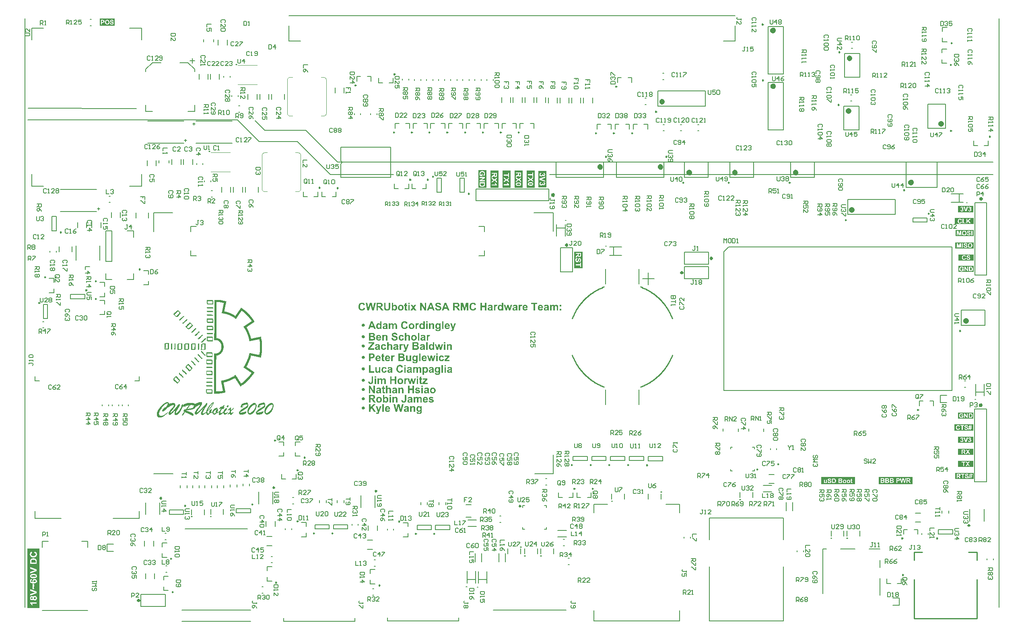
<source format=gto>
G04*
G04 #@! TF.GenerationSoftware,Altium Limited,Altium Designer,21.2.2 (38)*
G04*
G04 Layer_Color=65535*
%FSLAX25Y25*%
%MOIN*%
G70*
G04*
G04 #@! TF.SameCoordinates,9A9FBC94-F95F-4755-83A8-F293FEA714C6*
G04*
G04*
G04 #@! TF.FilePolarity,Positive*
G04*
G01*
G75*
%ADD10C,0.01575*%
%ADD11C,0.00984*%
%ADD12C,0.00787*%
%ADD13C,0.02362*%
%ADD14C,0.01000*%
%ADD15C,0.00394*%
%ADD16C,0.01181*%
%ADD17C,0.00500*%
%ADD18C,0.00709*%
G36*
X402086Y349878D02*
X395551D01*
Y363902D01*
X402086D01*
Y349878D01*
D02*
G37*
G36*
X745262Y104085D02*
X717336D01*
Y110088D01*
X745262D01*
Y104085D01*
D02*
G37*
G36*
X795815Y319567D02*
X780170D01*
Y324685D01*
X795815D01*
Y319567D01*
D02*
G37*
G36*
X795717Y138347D02*
X783023D01*
Y143464D01*
X795717D01*
Y138347D01*
D02*
G37*
G36*
X795914Y279922D02*
X783220D01*
Y285039D01*
X795914D01*
Y279922D01*
D02*
G37*
G36*
X796020Y299410D02*
X780709D01*
Y304527D01*
X796020D01*
Y299410D01*
D02*
G37*
G36*
X795717Y118347D02*
X783023D01*
Y123464D01*
X795717D01*
Y118347D01*
D02*
G37*
G36*
X795717Y158347D02*
X783023D01*
Y163464D01*
X795717D01*
Y158347D01*
D02*
G37*
G36*
X795892Y108346D02*
X780709D01*
Y113464D01*
X795892D01*
Y108346D01*
D02*
G37*
G36*
X795717Y128347D02*
X783023D01*
Y133464D01*
X795717D01*
Y128347D01*
D02*
G37*
G36*
X412086Y349878D02*
X405551D01*
Y363902D01*
X412086D01*
Y349878D01*
D02*
G37*
G36*
X795717Y329528D02*
X783023D01*
Y334645D01*
X795717D01*
Y329528D01*
D02*
G37*
G36*
X795977Y309646D02*
X780794D01*
Y314763D01*
X795977D01*
Y309646D01*
D02*
G37*
G36*
X432086Y349878D02*
X425551D01*
Y363902D01*
X432086D01*
Y349878D01*
D02*
G37*
G36*
X155968Y172134D02*
X156205Y172080D01*
X156333Y172025D01*
X156424Y171970D01*
X156442D01*
X156460Y171934D01*
X156551Y171843D01*
X156588Y171770D01*
X156624Y171679D01*
X156642Y171551D01*
X156661Y171424D01*
Y171387D01*
Y171278D01*
X156642Y171132D01*
Y170950D01*
X156606Y170731D01*
X156570Y170513D01*
X156515Y170312D01*
X156442Y170112D01*
X156424Y170094D01*
X156405Y170039D01*
X156351Y169930D01*
X156278Y169802D01*
X156169Y169620D01*
X156059Y169419D01*
X155895Y169183D01*
X155731Y168927D01*
Y168909D01*
X155695Y168873D01*
X155658Y168818D01*
X155604Y168727D01*
X155513Y168618D01*
X155422Y168490D01*
X155312Y168344D01*
X155185Y168162D01*
X155166Y168144D01*
X155130Y168071D01*
X155057Y167980D01*
X154966Y167852D01*
X154857Y167707D01*
X154747Y167543D01*
X154474Y167197D01*
X154456Y167178D01*
X154420Y167124D01*
X154347Y167033D01*
X154255Y166923D01*
X154073Y166686D01*
X153873Y166431D01*
X153855Y166413D01*
X153837Y166377D01*
X153782Y166322D01*
X153727Y166231D01*
X153581Y166012D01*
X153399Y165739D01*
Y165721D01*
X153363Y165702D01*
X153326Y165648D01*
X153290Y165575D01*
X153162Y165411D01*
X153035Y165210D01*
X152889Y164992D01*
X152743Y164773D01*
X152616Y164591D01*
X152525Y164445D01*
Y164427D01*
X152506Y164391D01*
X152470Y164336D01*
X152452Y164281D01*
X152379Y164117D01*
X152361Y163953D01*
Y163935D01*
Y163917D01*
X152397Y163826D01*
X152470Y163716D01*
X152525Y163698D01*
X152616Y163680D01*
X152652D01*
X152761Y163698D01*
X152907Y163753D01*
X153071Y163844D01*
X153089D01*
X153126Y163881D01*
X153181Y163935D01*
X153272Y164008D01*
X153399Y164099D01*
X153563Y164245D01*
X153764Y164409D01*
X154000Y164628D01*
X154019D01*
X154037Y164664D01*
X154146Y164755D01*
X154310Y164901D01*
X154511Y165083D01*
X154766Y165302D01*
X155039Y165557D01*
X155312Y165830D01*
X155604Y166122D01*
X155622Y166140D01*
X155640Y166158D01*
X155731Y166249D01*
X155877Y166413D01*
X156078Y166595D01*
X156296Y166832D01*
X156533Y167087D01*
X157025Y167616D01*
X157061Y167652D01*
X157152Y167743D01*
X157280Y167907D01*
X157481Y168107D01*
X157717Y168381D01*
X157991Y168691D01*
X158319Y169055D01*
X158665Y169456D01*
X158683Y169474D01*
X158719Y169510D01*
X158774Y169583D01*
X158847Y169656D01*
X159029Y169875D01*
X159266Y170148D01*
X159503Y170422D01*
X159722Y170677D01*
X159922Y170895D01*
X160013Y170986D01*
X160068Y171059D01*
X160086Y171077D01*
X160122Y171114D01*
X160177Y171168D01*
X160250Y171223D01*
X160414Y171333D01*
X160505Y171369D01*
X160578Y171387D01*
X160614D01*
X160669Y171351D01*
X160724Y171314D01*
X160778Y171278D01*
X160815Y171205D01*
X160869Y171114D01*
Y171096D01*
X160888Y171059D01*
X160924Y171004D01*
X160942Y170913D01*
X160979Y170804D01*
X160997Y170677D01*
X161015Y170513D01*
Y170330D01*
Y170312D01*
Y170276D01*
X160997Y170221D01*
X160979Y170148D01*
X160942Y170039D01*
X160906Y169911D01*
X160833Y169784D01*
X160742Y169620D01*
X160724Y169602D01*
X160687Y169529D01*
X160614Y169419D01*
X160505Y169237D01*
X160341Y169000D01*
X160159Y168709D01*
X160031Y168527D01*
X159904Y168326D01*
X159758Y168126D01*
X159594Y167889D01*
Y167871D01*
X159557Y167834D01*
X159521Y167780D01*
X159466Y167707D01*
X159394Y167597D01*
X159321Y167488D01*
X159139Y167215D01*
X158938Y166887D01*
X158719Y166541D01*
X158501Y166194D01*
X158300Y165830D01*
Y165812D01*
X158282Y165794D01*
X158209Y165684D01*
X158118Y165502D01*
X158009Y165302D01*
X157881Y165047D01*
X157754Y164792D01*
X157626Y164518D01*
X157517Y164263D01*
X157499Y164227D01*
X157481Y164154D01*
X157444Y164044D01*
X157389Y163899D01*
X157298Y163589D01*
X157280Y163443D01*
X157262Y163316D01*
Y163297D01*
Y163225D01*
X157280Y163134D01*
X157317Y163024D01*
X157389Y162915D01*
X157462Y162824D01*
X157590Y162751D01*
X157754Y162733D01*
X157790D01*
X157863Y162751D01*
X157936Y162787D01*
X158027Y162805D01*
X158136Y162860D01*
X158264Y162915D01*
X158428Y162988D01*
X158592Y163097D01*
X158792Y163206D01*
X159029Y163352D01*
X159284Y163516D01*
X159557Y163716D01*
X159867Y163953D01*
X160085Y164114D01*
X160086Y164117D01*
X160104Y164263D01*
X160141Y164445D01*
X160232Y164846D01*
X160359Y165320D01*
X160541Y165812D01*
X160796Y166358D01*
X160815Y166377D01*
X160833Y166431D01*
X160869Y166504D01*
X160924Y166613D01*
X160997Y166741D01*
X161088Y166887D01*
X161197Y167069D01*
X161307Y167251D01*
X161562Y167670D01*
X161872Y168144D01*
X162218Y168618D01*
X162600Y169110D01*
X162619Y169128D01*
X162655Y169164D01*
X162710Y169237D01*
X162783Y169328D01*
X162874Y169438D01*
X163001Y169565D01*
X163256Y169857D01*
X163584Y170185D01*
X163930Y170549D01*
X164295Y170895D01*
X164659Y171223D01*
X164677Y171241D01*
X164696Y171260D01*
X164750Y171296D01*
X164823Y171351D01*
X164987Y171496D01*
X165206Y171660D01*
X165424Y171806D01*
X165643Y171952D01*
X165843Y172043D01*
X165935Y172080D01*
X166062D01*
X166117Y172061D01*
X166190Y172025D01*
X166244Y171970D01*
X166299Y171879D01*
X166335Y171770D01*
X166354Y171606D01*
Y171588D01*
X166335Y171515D01*
X166317Y171387D01*
X166281Y171205D01*
X166190Y170968D01*
X166080Y170695D01*
X165916Y170349D01*
X165698Y169948D01*
X165406Y169474D01*
X165242Y169219D01*
X165060Y168946D01*
X164860Y168672D01*
X164641Y168363D01*
X164386Y168053D01*
X164131Y167725D01*
X163839Y167360D01*
X163511Y166996D01*
X163183Y166613D01*
X162819Y166213D01*
X162418Y165794D01*
X161999Y165375D01*
X161544Y164919D01*
X161070Y164445D01*
Y164409D01*
Y164372D01*
Y164318D01*
Y164245D01*
Y164154D01*
Y164026D01*
Y163881D01*
Y163862D01*
Y163826D01*
Y163789D01*
X161088Y163716D01*
X161106Y163534D01*
X161143Y163352D01*
X161216Y163152D01*
X161307Y162970D01*
X161380Y162897D01*
X161452Y162860D01*
X161544Y162824D01*
X161635Y162805D01*
X161671D01*
X161780Y162824D01*
X161926Y162878D01*
X162090Y162988D01*
X162108Y163006D01*
X162127Y163024D01*
X162199Y163079D01*
X162272Y163152D01*
X162382Y163243D01*
X162491Y163370D01*
X162655Y163516D01*
X162819Y163698D01*
Y163716D01*
X162783Y163771D01*
X162764Y163844D01*
X162728Y163935D01*
X162673Y164136D01*
X162637Y164227D01*
Y164318D01*
Y164336D01*
Y164391D01*
X162655Y164482D01*
X162673Y164591D01*
X162728Y164737D01*
X162783Y164901D01*
X162874Y165065D01*
X162983Y165247D01*
X163001Y165265D01*
X163038Y165338D01*
X163110Y165429D01*
X163220Y165557D01*
X163329Y165684D01*
X163475Y165830D01*
X163785Y166122D01*
X163803Y166140D01*
X163857Y166176D01*
X163949Y166231D01*
X164040Y166304D01*
X164258Y166431D01*
X164349Y166468D01*
X164441Y166486D01*
X164495D01*
X164550Y166468D01*
X164604Y166431D01*
X164659Y166377D01*
X164714Y166286D01*
X164750Y166176D01*
X164769Y166012D01*
Y165994D01*
Y165958D01*
X164750Y165885D01*
Y165775D01*
X164714Y165648D01*
X164677Y165520D01*
X164641Y165356D01*
X164568Y165174D01*
Y165156D01*
X164532Y165083D01*
X164495Y164992D01*
X164441Y164846D01*
X164368Y164682D01*
X164277Y164482D01*
X164167Y164281D01*
X164040Y164044D01*
X164058Y164026D01*
X164112Y163990D01*
X164185Y163935D01*
X164240Y163881D01*
X164258D01*
X164313Y163862D01*
X164386Y163844D01*
X164550D01*
X164623Y163862D01*
X164714Y163881D01*
X164841Y163917D01*
X164987Y163972D01*
X165151Y164044D01*
X165263Y164119D01*
X165279Y164227D01*
X165315Y164391D01*
X165388Y164591D01*
X165461Y164792D01*
X165570Y165010D01*
X165588Y165047D01*
X165625Y165120D01*
X165698Y165229D01*
X165807Y165393D01*
X165916Y165557D01*
X166062Y165757D01*
X166244Y165958D01*
X166427Y166158D01*
X166445Y166176D01*
X166518Y166249D01*
X166627Y166340D01*
X166773Y166468D01*
X166937Y166595D01*
X167119Y166741D01*
X167338Y166887D01*
X167556Y167014D01*
X167593Y167033D01*
X167665Y167069D01*
X167775Y167124D01*
X167939Y167178D01*
X168103Y167233D01*
X168303Y167288D01*
X168485Y167324D01*
X168686Y167342D01*
X168813D01*
X168904Y167324D01*
X169087Y167288D01*
X169269Y167215D01*
X169287D01*
X169305Y167197D01*
X169378Y167142D01*
X169451Y167033D01*
X169487Y166978D01*
Y166905D01*
Y166869D01*
X169469Y166796D01*
X169415Y166686D01*
X169305Y166541D01*
X169324D01*
X169360Y166522D01*
X169469Y166504D01*
X169597Y166431D01*
X169706Y166340D01*
X169724Y166304D01*
X169779Y166213D01*
X169797Y166140D01*
X169815Y166049D01*
X169834Y165939D01*
Y165812D01*
Y165794D01*
Y165739D01*
Y165666D01*
X169815Y165557D01*
X169797Y165411D01*
X169761Y165247D01*
X169706Y165047D01*
X169651Y164846D01*
Y164828D01*
X169615Y164755D01*
X169579Y164646D01*
X169524Y164500D01*
X169451Y164336D01*
X169360Y164154D01*
X169159Y163789D01*
X169305Y163644D01*
X169451D01*
X169506Y163662D01*
X169597Y163680D01*
X169688Y163716D01*
X169706Y163735D01*
X169761Y163771D01*
X169906Y163862D01*
X169925Y163881D01*
X169998Y163935D01*
X170071Y163972D01*
X170143Y164026D01*
X170253Y164099D01*
X170362Y164190D01*
Y164178D01*
X170380Y164190D01*
X170435Y164245D01*
X170508Y164336D01*
X170617Y164427D01*
X170726Y164536D01*
X170854Y164682D01*
X170982Y164828D01*
X171127Y165010D01*
X171291Y165210D01*
X171473Y165429D01*
X171656Y165666D01*
X171856Y165939D01*
X172056Y166231D01*
X172275Y166541D01*
X172257D01*
X172202Y166559D01*
X171546D01*
X171328Y166541D01*
X171218Y166522D01*
X171127Y166504D01*
X171109D01*
X171054Y166486D01*
X170927Y166431D01*
X170890D01*
X170817Y166413D01*
X170799Y166431D01*
Y166468D01*
Y166486D01*
Y166522D01*
X170817Y166577D01*
X170836Y166668D01*
X170872Y166759D01*
X170945Y166905D01*
X171018Y167051D01*
X171127Y167233D01*
X171145Y167251D01*
X171164Y167306D01*
X171218Y167379D01*
X171291Y167470D01*
X171437Y167689D01*
X171510Y167780D01*
X171601Y167871D01*
X171619Y167889D01*
X171637Y167907D01*
X171692Y167944D01*
X171765Y167998D01*
X171947Y168089D01*
X172166Y168162D01*
X172184D01*
X172220Y168180D01*
X172311Y168199D01*
X172403Y168217D01*
X172548D01*
X172712Y168235D01*
X172895Y168253D01*
X173441D01*
X173459Y168290D01*
X173514Y168381D01*
X173587Y168508D01*
X173696Y168654D01*
X173933Y169000D01*
X174061Y169164D01*
X174188Y169292D01*
X174206Y169310D01*
X174243Y169346D01*
X174316Y169383D01*
X174425Y169456D01*
X174534Y169510D01*
X174662Y169547D01*
X174808Y169583D01*
X174972Y169602D01*
X175099D01*
X175190Y169583D01*
X175263Y169565D01*
X175318Y169529D01*
X175373Y169474D01*
X175391Y169419D01*
Y169401D01*
X175373Y169365D01*
X175354Y169310D01*
X175300Y169237D01*
X175245Y169146D01*
X175154Y169037D01*
X175045Y168891D01*
X175026Y168873D01*
X174990Y168818D01*
X174935Y168745D01*
X174862Y168654D01*
X174698Y168436D01*
X174553Y168199D01*
X174589D01*
X174698Y168180D01*
X174844Y168162D01*
X175008Y168144D01*
X175045D01*
X175136Y168126D01*
X175245D01*
X175354Y168107D01*
X175336Y168071D01*
X175281Y167962D01*
X175172Y167798D01*
X175045Y167597D01*
X174881Y167342D01*
X174680Y167051D01*
X174461Y166741D01*
X174225Y166413D01*
X174188D01*
X174097Y166431D01*
X173842D01*
X173769Y166449D01*
X173660D01*
X173550Y166468D01*
X173532D01*
X173459Y166486D01*
X173332D01*
X173186Y166504D01*
X173168Y166468D01*
X173113Y166395D01*
X173040Y166249D01*
X172949Y166085D01*
X172822Y165903D01*
X172712Y165684D01*
X172476Y165265D01*
X172457Y165247D01*
X172421Y165174D01*
X172384Y165083D01*
X172311Y164937D01*
X172239Y164792D01*
X172166Y164628D01*
X172038Y164281D01*
Y164263D01*
X172020Y164208D01*
X172002Y164117D01*
X171965Y164008D01*
X171947Y163881D01*
X171911Y163735D01*
X171892Y163425D01*
Y163407D01*
Y163352D01*
X171911Y163261D01*
X171947Y163170D01*
X172002Y163061D01*
X172075Y162988D01*
X172166Y162915D01*
X172311Y162897D01*
X172366D01*
X172439Y162915D01*
X172530Y162933D01*
X172640Y162970D01*
X172767Y163024D01*
X172931Y163097D01*
X173095Y163206D01*
X173113Y163225D01*
X173186Y163261D01*
X173295Y163334D01*
X173441Y163443D01*
X173623Y163571D01*
X173842Y163753D01*
X174097Y163935D01*
X174312Y164110D01*
X174316Y164154D01*
X174352Y164354D01*
Y164372D01*
X174370Y164409D01*
X174389Y164518D01*
X174443Y164664D01*
X174498Y164810D01*
X174516Y164846D01*
X174571Y164955D01*
X174626Y165028D01*
X174680Y165120D01*
X174753Y165247D01*
X174826Y165375D01*
X174844Y165393D01*
X174881Y165447D01*
X174935Y165539D01*
X175008Y165648D01*
X175117Y165775D01*
X175227Y165921D01*
X175500Y166249D01*
X175810Y166577D01*
X175974Y166723D01*
X176156Y166850D01*
X176338Y166960D01*
X176520Y167051D01*
X176684Y167105D01*
X176866Y167124D01*
X176939D01*
X177012Y167105D01*
X177103Y167069D01*
X177194Y167033D01*
X177267Y166960D01*
X177322Y166869D01*
X177340Y166741D01*
Y166723D01*
Y166686D01*
X177322Y166632D01*
X177304Y166541D01*
X177267Y166431D01*
X177213Y166304D01*
X177140Y166140D01*
X177031Y165958D01*
X177012Y165939D01*
X176976Y165866D01*
X176921Y165775D01*
X176848Y165666D01*
X176666Y165411D01*
X176575Y165302D01*
X176484Y165192D01*
X176447Y165156D01*
X176375Y165083D01*
X176247Y164974D01*
X176119Y164828D01*
X175955Y164682D01*
X175810Y164536D01*
X175682Y164391D01*
X175591Y164281D01*
Y164263D01*
X175555Y164245D01*
X175537Y164190D01*
X175500Y164117D01*
X175427Y163935D01*
X175409Y163826D01*
X175391Y163698D01*
Y163680D01*
Y163644D01*
X175409Y163534D01*
X175482Y163370D01*
X175518Y163297D01*
X175591Y163225D01*
X175609D01*
X175628Y163188D01*
X175737Y163134D01*
X175919Y163079D01*
X176138Y163042D01*
X176211D01*
X176284Y163061D01*
X176393Y163079D01*
X176502Y163097D01*
X176648Y163152D01*
X176794Y163206D01*
X176958Y163297D01*
X176976Y163316D01*
X177031Y163352D01*
X177140Y163425D01*
X177267Y163516D01*
X177431Y163625D01*
X177632Y163789D01*
X177850Y163953D01*
X178105Y164172D01*
Y163607D01*
Y163589D01*
X178069Y163571D01*
X178033Y163516D01*
X177978Y163443D01*
X177832Y163279D01*
X177650Y163061D01*
X177431Y162824D01*
X177176Y162569D01*
X176939Y162332D01*
X176684Y162131D01*
X176648Y162113D01*
X176575Y162058D01*
X176447Y161967D01*
X176302Y161895D01*
X176119Y161803D01*
X175937Y161712D01*
X175737Y161658D01*
X175555Y161639D01*
X175518D01*
X175445Y161658D01*
X175336Y161676D01*
X175190Y161731D01*
X175045Y161803D01*
X174881Y161913D01*
X174735Y162077D01*
X174607Y162295D01*
X174589Y162332D01*
X174553Y162423D01*
X174516Y162550D01*
X174461Y162733D01*
X174389Y162951D01*
X174352Y163206D01*
X174316Y163480D01*
X174309Y163583D01*
X174297Y163571D01*
X174188Y163443D01*
X174042Y163297D01*
X173860Y163134D01*
X173660Y162933D01*
X173441Y162733D01*
X173204Y162514D01*
X172694Y162095D01*
X172439Y161895D01*
X172184Y161731D01*
X171929Y161585D01*
X171692Y161457D01*
X171455Y161384D01*
X171255Y161366D01*
X171200D01*
X171127Y161384D01*
X171054Y161403D01*
X170963Y161439D01*
X170872Y161476D01*
X170781Y161548D01*
X170690Y161639D01*
Y161658D01*
X170653Y161694D01*
X170635Y161749D01*
X170599Y161822D01*
X170562Y161931D01*
X170526Y162040D01*
X170508Y162186D01*
X170490Y162332D01*
Y162350D01*
Y162386D01*
Y162441D01*
X170508Y162532D01*
Y162623D01*
X170544Y162751D01*
X170599Y163024D01*
Y163042D01*
X170617Y163097D01*
X170653Y163188D01*
X170708Y163334D01*
X170763Y163498D01*
X170836Y163698D01*
X170927Y163953D01*
X171036Y164227D01*
X171018Y164208D01*
X170963Y164172D01*
X170890Y164117D01*
X170817Y164044D01*
X170799Y164026D01*
X170763Y163990D01*
X170635Y163881D01*
X170617Y163862D01*
X170581Y163826D01*
X170471Y163716D01*
X170453Y163698D01*
X170417Y163680D01*
X170289Y163571D01*
Y163603D01*
X170271Y163589D01*
X170180Y163498D01*
X170071Y163407D01*
X169797Y163188D01*
X169651Y163097D01*
X169524Y163024D01*
X169506D01*
X169469Y163006D01*
X169396Y162988D01*
X169305Y162951D01*
X169178Y162933D01*
X169014Y162915D01*
X168631D01*
X168613Y162897D01*
X168595Y162860D01*
X168540Y162805D01*
X168467Y162733D01*
X168267Y162532D01*
X168030Y162314D01*
X167738Y162095D01*
X167447Y161895D01*
X167283Y161822D01*
X167137Y161767D01*
X166973Y161731D01*
X166827Y161712D01*
X166754D01*
X166663Y161731D01*
X166572Y161749D01*
X166445Y161785D01*
X166299Y161822D01*
X166171Y161895D01*
X166026Y161986D01*
X166007Y162004D01*
X165971Y162040D01*
X165898Y162113D01*
X165825Y162186D01*
X165716Y162314D01*
X165625Y162441D01*
X165534Y162587D01*
X165443Y162769D01*
Y162787D01*
X165406Y162860D01*
X165388Y162970D01*
X165351Y163097D01*
X165315Y163261D01*
X165279Y163461D01*
X165266Y163618D01*
X165188Y163571D01*
X165042Y163480D01*
X164860Y163389D01*
X164659Y163297D01*
X164441Y163206D01*
X164240Y163152D01*
X164040Y163134D01*
X163949D01*
X163876Y163152D01*
X163693Y163170D01*
X163493Y163206D01*
Y163188D01*
X163457Y163170D01*
X163384Y163061D01*
X163238Y162897D01*
X163074Y162714D01*
X162892Y162496D01*
X162673Y162277D01*
X162473Y162077D01*
X162272Y161895D01*
X162254Y161876D01*
X162181Y161840D01*
X162090Y161767D01*
X161963Y161694D01*
X161817Y161621D01*
X161635Y161548D01*
X161452Y161512D01*
X161270Y161494D01*
X161252D01*
X161179Y161512D01*
X161070Y161530D01*
X160924Y161567D01*
X160778Y161639D01*
X160633Y161749D01*
X160487Y161913D01*
X160359Y162113D01*
X160341Y162150D01*
X160305Y162223D01*
X160268Y162350D01*
X160213Y162532D01*
X160141Y162751D01*
X160104Y163024D01*
X160068Y163316D01*
X160055Y163547D01*
X159977Y163480D01*
X159831Y163334D01*
X159649Y163170D01*
X159448Y162970D01*
X159211Y162769D01*
X158975Y162569D01*
X158446Y162150D01*
X158173Y161967D01*
X157899Y161785D01*
X157644Y161639D01*
X157408Y161530D01*
X157171Y161457D01*
X156970Y161439D01*
X156861D01*
X156788Y161457D01*
X156588Y161512D01*
X156369Y161603D01*
X156242Y161658D01*
X156132Y161749D01*
X156041Y161840D01*
X155950Y161967D01*
X155859Y162113D01*
X155804Y162277D01*
X155768Y162478D01*
X155750Y162696D01*
Y162733D01*
X155768Y162842D01*
X155786Y163006D01*
X155841Y163243D01*
X155932Y163552D01*
X156059Y163917D01*
X156242Y164336D01*
X156478Y164828D01*
X156497Y164846D01*
X156515Y164901D01*
X156551Y164974D01*
X156624Y165083D01*
X156697Y165229D01*
X156788Y165393D01*
X156916Y165575D01*
X157043Y165812D01*
X157189Y166049D01*
X157371Y166322D01*
X157553Y166613D01*
X157754Y166941D01*
X157972Y167288D01*
X158228Y167652D01*
X158483Y168035D01*
X158756Y168436D01*
X158738Y168417D01*
X158683Y168344D01*
X158592Y168253D01*
X158464Y168107D01*
X158300Y167944D01*
X158136Y167761D01*
X157936Y167543D01*
X157717Y167306D01*
X157244Y166796D01*
X156752Y166267D01*
X156242Y165721D01*
X155768Y165229D01*
X155750Y165210D01*
X155713Y165174D01*
X155640Y165101D01*
X155567Y165010D01*
X155458Y164901D01*
X155312Y164773D01*
X155166Y164628D01*
X155002Y164445D01*
X154638Y164081D01*
X154219Y163662D01*
X153764Y163225D01*
X153290Y162787D01*
X153272Y162769D01*
X153235Y162733D01*
X153181Y162678D01*
X153108Y162605D01*
X152926Y162441D01*
X152725Y162259D01*
X152707Y162241D01*
X152689Y162223D01*
X152561Y162131D01*
X152397Y162004D01*
X152215Y161876D01*
X152197D01*
X152178Y161858D01*
X152124Y161840D01*
X152051Y161822D01*
X151887Y161767D01*
X151668Y161749D01*
X151595D01*
X151504Y161767D01*
X151395Y161785D01*
X151286Y161840D01*
X151158Y161895D01*
X151031Y161986D01*
X150903Y162095D01*
X150885Y162113D01*
X150867Y162168D01*
X150812Y162241D01*
X150757Y162368D01*
X150703Y162496D01*
X150666Y162678D01*
X150630Y162878D01*
X150611Y163115D01*
Y163134D01*
Y163188D01*
X150630Y163279D01*
X150648Y163389D01*
X150666Y163534D01*
X150721Y163716D01*
X150776Y163899D01*
X150848Y164099D01*
X150867Y164117D01*
X150903Y164208D01*
X150958Y164318D01*
X151049Y164482D01*
X151140Y164664D01*
X151286Y164883D01*
X151431Y165138D01*
X151614Y165411D01*
X151632Y165447D01*
X151705Y165539D01*
X151814Y165702D01*
X151960Y165903D01*
X152142Y166140D01*
X152361Y166413D01*
X152597Y166705D01*
X152871Y167033D01*
X152889Y167051D01*
X152926Y167105D01*
X152980Y167178D01*
X153071Y167269D01*
X153162Y167397D01*
X153272Y167525D01*
X153527Y167834D01*
X153800Y168180D01*
X154073Y168508D01*
X154328Y168818D01*
X154438Y168964D01*
X154529Y169073D01*
X154547Y169091D01*
X154602Y169164D01*
X154675Y169274D01*
X154766Y169401D01*
X154857Y169529D01*
X154930Y169656D01*
X154984Y169766D01*
X155002Y169838D01*
Y169857D01*
X154984Y169911D01*
X154948Y169948D01*
X154875Y169966D01*
X154839D01*
X154747Y169948D01*
X154584Y169911D01*
X154365Y169820D01*
X154347D01*
X154310Y169802D01*
X154219Y169766D01*
X154128Y169711D01*
X153982Y169638D01*
X153837Y169565D01*
X153654Y169474D01*
X153454Y169365D01*
X153436Y169346D01*
X153345Y169310D01*
X153235Y169237D01*
X153053Y169146D01*
X152853Y169018D01*
X152597Y168873D01*
X152306Y168691D01*
X151978Y168490D01*
X151942Y168472D01*
X151869Y168417D01*
X151723Y168344D01*
X151559Y168253D01*
X151358Y168144D01*
X151333Y168129D01*
X151322Y168107D01*
X151267Y168016D01*
X151213Y167871D01*
X151122Y167725D01*
X151012Y167561D01*
X150903Y167397D01*
X150757Y167215D01*
X150739Y167197D01*
X150684Y167142D01*
X150611Y167069D01*
X150502Y166960D01*
X150356Y166850D01*
X150192Y166723D01*
X150010Y166613D01*
X149810Y166504D01*
X149792Y166486D01*
X149719Y166468D01*
X149609Y166413D01*
X149464Y166358D01*
X149263Y166286D01*
X149026Y166194D01*
X148753Y166103D01*
X148425Y166012D01*
X148407D01*
X148389Y165994D01*
X148334D01*
X148261Y165976D01*
X148170Y165958D01*
X148061Y165921D01*
X147806Y165866D01*
X147478Y165794D01*
X147095Y165721D01*
X146676Y165648D01*
X146202Y165575D01*
X146148D01*
X146075Y165557D01*
X145965Y165539D01*
X145856D01*
X145710Y165520D01*
X145528Y165502D01*
X145346Y165484D01*
X145127Y165447D01*
X144909Y165429D01*
X144417Y165393D01*
X143870Y165356D01*
X143269Y165320D01*
X143287D01*
X143324Y165302D01*
X143396Y165283D01*
X143469Y165247D01*
X143579Y165210D01*
X143706Y165156D01*
X144016Y165047D01*
X144362Y164919D01*
X144745Y164773D01*
X145528Y164445D01*
X145546D01*
X145583Y164427D01*
X145638Y164409D01*
X145710Y164372D01*
X145893Y164299D01*
X146148Y164190D01*
X146421Y164081D01*
X146712Y163953D01*
X147022Y163826D01*
X147295Y163698D01*
X147332Y163680D01*
X147405Y163644D01*
X147551Y163589D01*
X147696Y163516D01*
X147879Y163425D01*
X148079Y163334D01*
X148261Y163243D01*
X148425Y163152D01*
X148443Y163134D01*
X148516Y163097D01*
X148607Y163061D01*
X148735Y162988D01*
X148972Y162842D01*
X149081Y162769D01*
X149154Y162714D01*
X149190Y162696D01*
X149245Y162623D01*
X149336Y162514D01*
X149391Y162368D01*
X149409Y162332D01*
Y162277D01*
X149427Y162204D01*
Y162113D01*
X149445Y162004D01*
Y161858D01*
Y161694D01*
Y161676D01*
Y161603D01*
Y161512D01*
Y161384D01*
X149409Y161129D01*
X149391Y161002D01*
X149373Y160892D01*
Y160874D01*
X149354Y160856D01*
X149318Y160765D01*
X149227Y160655D01*
X149172Y160637D01*
X149099Y160619D01*
X149081D01*
X149026Y160637D01*
X148972Y160655D01*
X148899Y160692D01*
X148826Y160728D01*
X148717Y160783D01*
X148698D01*
X148662Y160819D01*
X148589Y160838D01*
X148498Y160892D01*
X148389Y160965D01*
X148243Y161038D01*
X148079Y161129D01*
X147879Y161239D01*
X147860Y161257D01*
X147787Y161293D01*
X147696Y161348D01*
X147569Y161421D01*
X147405Y161494D01*
X147241Y161585D01*
X146913Y161749D01*
X146895Y161767D01*
X146822Y161785D01*
X146731Y161840D01*
X146585Y161913D01*
X146385Y162004D01*
X146148Y162131D01*
X145874Y162259D01*
X145546Y162423D01*
X142595Y163862D01*
X142577Y163844D01*
X142540Y163789D01*
X142485Y163716D01*
X142412Y163607D01*
X142321Y163480D01*
X142230Y163352D01*
X142012Y163024D01*
X141793Y162678D01*
X141574Y162350D01*
X141410Y162058D01*
X141356Y161931D01*
X141319Y161822D01*
Y161803D01*
X141301Y161767D01*
X141283Y161712D01*
X141228Y161621D01*
X141174Y161548D01*
X141101Y161439D01*
X141010Y161348D01*
X140900Y161257D01*
X140882Y161239D01*
X140846Y161220D01*
X140791Y161184D01*
X140718Y161129D01*
X140572Y161038D01*
X140499Y161020D01*
X140445Y161002D01*
X140390D01*
X140317Y161020D01*
X140244Y161038D01*
X140172Y161075D01*
X140099Y161129D01*
X140062Y161202D01*
X140044Y161311D01*
Y161330D01*
Y161348D01*
X140062Y161421D01*
X140099Y161512D01*
X140153Y161639D01*
X140244Y161803D01*
X140354Y162022D01*
X140518Y162295D01*
Y162314D01*
X140536Y162332D01*
X140609Y162441D01*
X140718Y162605D01*
X140864Y162842D01*
X141046Y163134D01*
X141265Y163461D01*
X141520Y163826D01*
X141811Y164227D01*
X141793D01*
X141738Y164263D01*
X141665Y164281D01*
X141574Y164318D01*
X141374Y164409D01*
X141301Y164445D01*
X141246Y164463D01*
X141228Y164482D01*
X141192Y164518D01*
X141155Y164591D01*
Y164700D01*
X141174Y164737D01*
X141210Y164846D01*
X141246Y164919D01*
X141283Y165010D01*
X141356Y165138D01*
X141429Y165265D01*
X141447Y165283D01*
X141465Y165320D01*
X141556Y165447D01*
X141665Y165593D01*
X141720Y165648D01*
X141757Y165702D01*
X141775Y165721D01*
X141830Y165775D01*
X141902Y165830D01*
X142012Y165885D01*
X142048Y165903D01*
X142121Y165921D01*
X142212Y165958D01*
X142340Y165976D01*
X142376D01*
X142431Y165994D01*
X142522D01*
X142631Y166012D01*
X142795Y166030D01*
X143014Y166067D01*
X143269Y166103D01*
Y166122D01*
X143305Y166140D01*
X143378Y166249D01*
X143506Y166413D01*
X143670Y166650D01*
X143870Y166905D01*
X144089Y167215D01*
X144344Y167561D01*
X144599Y167907D01*
Y167925D01*
X144635Y167944D01*
X144672Y167998D01*
X144727Y168071D01*
X144854Y168235D01*
X145018Y168454D01*
X145200Y168709D01*
X145382Y168946D01*
X145583Y169201D01*
X145747Y169419D01*
X145692D01*
X145638Y169401D01*
X145546D01*
X145328Y169365D01*
X145073Y169328D01*
X144781Y169274D01*
X144490Y169237D01*
X144235Y169183D01*
X144016Y169146D01*
X143998D01*
X143925Y169128D01*
X143834Y169110D01*
X143724Y169091D01*
X143433Y169018D01*
X143159Y168964D01*
X143105D01*
X143050Y168946D01*
X142977Y168927D01*
X142813Y168891D01*
X142722Y168873D01*
X142668Y168854D01*
X142649Y168836D01*
X142595Y168818D01*
X142540Y168763D01*
X142522Y168709D01*
Y168691D01*
X142540Y168654D01*
X142595Y168618D01*
X142686Y168581D01*
X142813D01*
X142941Y168563D01*
X143415D01*
X143542Y168545D01*
X143560D01*
X143615Y168527D01*
X143670Y168508D01*
X143688Y168454D01*
Y168436D01*
X143670Y168417D01*
X143597Y168381D01*
X143560D01*
X143488Y168363D01*
X143378D01*
X143287Y168344D01*
X143141D01*
X142959Y168326D01*
X142722D01*
X142412Y168308D01*
X142230D01*
X142121Y168290D01*
X141848D01*
X141574Y168272D01*
X141392D01*
X141228Y168253D01*
X141064D01*
X140991Y168272D01*
X140900Y168308D01*
X140809Y168363D01*
X140791Y168381D01*
X140773Y168436D01*
X140736Y168527D01*
X140718Y168654D01*
Y168691D01*
X140736Y168763D01*
X140773Y168927D01*
X140809Y169018D01*
X140864Y169146D01*
Y169164D01*
X140900Y169201D01*
X140919Y169274D01*
X140973Y169383D01*
X141101Y169602D01*
X141283Y169875D01*
X141301Y169893D01*
X141338Y169930D01*
X141392Y170002D01*
X141465Y170094D01*
X141665Y170276D01*
X141921Y170458D01*
X141939Y170476D01*
X141993Y170494D01*
X142085Y170549D01*
X142230Y170604D01*
X142394Y170677D01*
X142613Y170768D01*
X142868Y170859D01*
X143159Y170950D01*
X143178D01*
X143196Y170968D01*
X143305Y170986D01*
X143488Y171041D01*
X143706Y171096D01*
X143979Y171168D01*
X144289Y171223D01*
X144654Y171296D01*
X145018Y171351D01*
X145073D01*
X145127Y171369D01*
X145200D01*
X145401Y171405D01*
X145674Y171442D01*
X145984Y171460D01*
X146330Y171496D01*
X146694Y171515D01*
X147459D01*
X147623Y171496D01*
X147824Y171478D01*
X148261Y171442D01*
X148279D01*
X148352Y171424D01*
X148480Y171405D01*
X148607Y171387D01*
X148771Y171369D01*
X148953Y171333D01*
X149318Y171260D01*
X149336D01*
X149391Y171241D01*
X149482Y171223D01*
X149591Y171187D01*
X149828Y171132D01*
X149956Y171096D01*
X150065Y171059D01*
X150101Y171041D01*
X150192Y171023D01*
X150320Y170950D01*
X150484Y170877D01*
X150666Y170786D01*
X150848Y170658D01*
X150988Y170535D01*
X151049Y170585D01*
X151322Y170768D01*
X151614Y170950D01*
X151960Y171132D01*
X151978D01*
X151996Y171150D01*
X152051Y171187D01*
X152124Y171205D01*
X152324Y171296D01*
X152579Y171405D01*
X152889Y171533D01*
X153235Y171660D01*
X153600Y171770D01*
X153982Y171879D01*
X154000D01*
X154037Y171897D01*
X154092D01*
X154164Y171915D01*
X154347Y171970D01*
X154584Y172025D01*
X154857Y172061D01*
X155148Y172116D01*
X155422Y172134D01*
X155695Y172152D01*
X155859D01*
X155968Y172134D01*
D02*
G37*
G36*
X178178Y169383D02*
X178306Y169346D01*
X178434Y169255D01*
X178452Y169237D01*
X178525Y169146D01*
X178579Y169018D01*
X178597Y168836D01*
Y168818D01*
Y168782D01*
X178579Y168709D01*
X178561Y168618D01*
X178525Y168508D01*
X178452Y168381D01*
X178379Y168235D01*
X178270Y168089D01*
X178251Y168071D01*
X178215Y168035D01*
X178142Y167962D01*
X178069Y167889D01*
X177960Y167816D01*
X177832Y167743D01*
X177705Y167707D01*
X177577Y167689D01*
X177541D01*
X177450Y167707D01*
X177340Y167743D01*
X177194Y167834D01*
X177176Y167852D01*
X177122Y167944D01*
X177049Y168053D01*
X177031Y168199D01*
Y168217D01*
Y168253D01*
X177049Y168326D01*
X177067Y168417D01*
X177103Y168545D01*
X177176Y168672D01*
X177249Y168818D01*
X177358Y168964D01*
X177377Y168982D01*
X177413Y169037D01*
X177486Y169110D01*
X177559Y169183D01*
X177668Y169255D01*
X177778Y169328D01*
X177905Y169383D01*
X178033Y169401D01*
X178069D01*
X178178Y169383D01*
D02*
G37*
G36*
X180419Y167634D02*
X180510Y167579D01*
X180602Y167470D01*
X180620Y167433D01*
X180656Y167342D01*
X180693Y167197D01*
X180711Y166996D01*
Y166960D01*
Y166869D01*
Y166759D01*
X180693Y166632D01*
Y166595D01*
Y166522D01*
Y166377D01*
X180675Y166194D01*
Y166176D01*
Y166140D01*
Y166085D01*
Y165994D01*
Y165885D01*
Y165757D01*
X180656Y165593D01*
Y165411D01*
X180675Y165429D01*
X180729Y165484D01*
X180820Y165575D01*
X180930Y165702D01*
X181075Y165848D01*
X181221Y165994D01*
X181567Y166340D01*
X181913Y166686D01*
X182096Y166832D01*
X182260Y166978D01*
X182405Y167105D01*
X182533Y167197D01*
X182642Y167251D01*
X182715Y167269D01*
X182733D01*
X182770Y167251D01*
X182825Y167233D01*
X182861Y167178D01*
X182879Y167160D01*
X182897Y167124D01*
X182916Y167069D01*
Y166996D01*
Y166978D01*
Y166941D01*
X182897Y166887D01*
X182861Y166796D01*
X182806Y166686D01*
X182733Y166559D01*
X182642Y166395D01*
X182497Y166194D01*
X182478Y166176D01*
X182424Y166122D01*
X182351Y166030D01*
X182278Y165939D01*
X182187Y165830D01*
X182096Y165757D01*
X182005Y165684D01*
X181950Y165666D01*
X181913D01*
X181841Y165684D01*
X181731Y165702D01*
X181640Y165739D01*
X180638Y164463D01*
Y164427D01*
Y164354D01*
X180656Y164227D01*
Y164081D01*
X180693Y163735D01*
X180729Y163589D01*
X180766Y163443D01*
Y163425D01*
X180784Y163389D01*
X180857Y163279D01*
X180966Y163170D01*
X181057Y163134D01*
X181148Y163115D01*
X181185D01*
X181239Y163134D01*
X181312Y163152D01*
X181476Y163206D01*
X181586Y163261D01*
X181695Y163334D01*
X181713Y163352D01*
X181749Y163389D01*
X181822Y163443D01*
X181932Y163534D01*
X182078Y163644D01*
X182260Y163808D01*
X182460Y163990D01*
X182715Y164208D01*
Y163662D01*
X182697Y163644D01*
X182642Y163571D01*
X182569Y163461D01*
X182460Y163316D01*
X182314Y163152D01*
X182169Y162970D01*
X181822Y162569D01*
X181458Y162150D01*
X181258Y161967D01*
X181075Y161803D01*
X180893Y161658D01*
X180729Y161548D01*
X180583Y161476D01*
X180438Y161457D01*
X180365D01*
X180292Y161476D01*
X180201Y161512D01*
X180110Y161567D01*
X180000Y161639D01*
X179909Y161749D01*
X179836Y161895D01*
Y161913D01*
X179818Y161986D01*
X179782Y162077D01*
X179745Y162223D01*
X179709Y162423D01*
X179672Y162642D01*
X179636Y162915D01*
X179618Y163243D01*
X179599Y163225D01*
X179563Y163188D01*
X179508Y163134D01*
X179436Y163042D01*
X179344Y162951D01*
X179235Y162824D01*
X178962Y162550D01*
X178944Y162532D01*
X178907Y162478D01*
X178834Y162423D01*
X178761Y162332D01*
X178579Y162150D01*
X178506Y162058D01*
X178434Y161986D01*
X178415Y161967D01*
X178342Y161895D01*
X178233Y161803D01*
X178124Y161712D01*
X178105Y161694D01*
X178051Y161658D01*
X177978Y161621D01*
X177905Y161603D01*
X177887D01*
X177850Y161621D01*
X177814Y161676D01*
X177796Y161785D01*
Y161803D01*
Y161840D01*
X177814Y161913D01*
X177832Y162004D01*
X177869Y162131D01*
X177923Y162277D01*
X177996Y162441D01*
X178105Y162642D01*
X178124Y162660D01*
X178160Y162733D01*
X178215Y162824D01*
X178288Y162933D01*
X178379Y163024D01*
X178452Y163115D01*
X178525Y163188D01*
X178597Y163206D01*
X178616D01*
X178652Y163188D01*
X178689D01*
X178707Y163170D01*
X179581Y164172D01*
Y166030D01*
X179563D01*
X179527Y166012D01*
X179472Y165994D01*
X179399Y165976D01*
X179217Y165885D01*
X179016Y165775D01*
X178998D01*
X178980Y165739D01*
X178925Y165702D01*
X178852Y165648D01*
X178670Y165502D01*
X178470Y165320D01*
X178452Y165302D01*
X178415Y165283D01*
X178324Y165192D01*
X178197Y165101D01*
X178142Y165083D01*
X178105Y165065D01*
X178087D01*
X178069Y165101D01*
X178051Y165156D01*
X178033Y165210D01*
Y165283D01*
Y165302D01*
Y165338D01*
X178051Y165393D01*
X178087Y165466D01*
X178142Y165575D01*
X178233Y165721D01*
X178342Y165885D01*
X178488Y166085D01*
X178506Y166103D01*
X178579Y166176D01*
X178670Y166304D01*
X178798Y166431D01*
X178944Y166595D01*
X179126Y166778D01*
X179527Y167160D01*
X179545Y167178D01*
X179618Y167233D01*
X179727Y167324D01*
X179836Y167415D01*
X179964Y167488D01*
X180110Y167579D01*
X180219Y167634D01*
X180328Y167652D01*
X180365D01*
X180419Y167634D01*
D02*
G37*
G36*
X214582Y171460D02*
X214600D01*
X214655Y171424D01*
X214746Y171387D01*
X214837Y171333D01*
X214946Y171241D01*
X215037Y171132D01*
X215110Y170986D01*
X215147Y170804D01*
X215165D01*
X215201Y170768D01*
X215274Y170731D01*
X215347Y170677D01*
X215438Y170604D01*
X215529Y170513D01*
X215602Y170385D01*
X215675Y170257D01*
Y170239D01*
X215712Y170185D01*
X215730Y170112D01*
X215766Y169984D01*
X215803Y169838D01*
X215821Y169638D01*
X215857Y169419D01*
Y169164D01*
Y169146D01*
Y169110D01*
Y169055D01*
Y168982D01*
X215839Y168873D01*
Y168745D01*
X215803Y168454D01*
X215748Y168107D01*
X215657Y167689D01*
X215548Y167251D01*
X215402Y166778D01*
Y166759D01*
X215384Y166723D01*
X215365Y166650D01*
X215329Y166559D01*
X215274Y166449D01*
X215220Y166322D01*
X215092Y165994D01*
X214910Y165630D01*
X214691Y165229D01*
X214454Y164810D01*
X214163Y164372D01*
Y164354D01*
X214126Y164318D01*
X214090Y164263D01*
X214017Y164190D01*
X213853Y163990D01*
X213634Y163735D01*
X213379Y163443D01*
X213070Y163134D01*
X212723Y162824D01*
X212341Y162532D01*
X212323D01*
X212286Y162496D01*
X212232Y162459D01*
X212159Y162405D01*
X211940Y162277D01*
X211685Y162131D01*
X211375Y161986D01*
X211066Y161858D01*
X210756Y161767D01*
X210610Y161749D01*
X210464Y161731D01*
X210373D01*
X210246Y161749D01*
X210118Y161767D01*
X209936Y161803D01*
X209754Y161876D01*
X209571Y161949D01*
X209371Y162058D01*
X209353Y162077D01*
X209298Y162131D01*
X209207Y162204D01*
X209098Y162314D01*
X208970Y162459D01*
X208843Y162623D01*
X208697Y162824D01*
X208588Y163042D01*
X208569Y163079D01*
X208551Y163152D01*
X208496Y163297D01*
X208442Y163480D01*
X208387Y163698D01*
X208351Y163953D01*
X208314Y164227D01*
X208296Y164536D01*
Y164555D01*
Y164591D01*
Y164664D01*
X208314Y164737D01*
Y164864D01*
X208332Y164992D01*
X208351Y165138D01*
X208369Y165302D01*
X208460Y165684D01*
X208569Y166103D01*
X208715Y166559D01*
X208934Y167051D01*
Y167069D01*
X208970Y167105D01*
X209007Y167178D01*
X209061Y167269D01*
X209116Y167397D01*
X209189Y167525D01*
X209389Y167834D01*
X209626Y168199D01*
X209918Y168599D01*
X210227Y169018D01*
X210592Y169419D01*
X210610Y169438D01*
X210646Y169474D01*
X210701Y169529D01*
X210774Y169602D01*
X210865Y169675D01*
X210974Y169784D01*
X211248Y170021D01*
X211557Y170276D01*
X211922Y170549D01*
X212304Y170804D01*
X212705Y171041D01*
X212723D01*
X212760Y171059D01*
X212815Y171096D01*
X212888Y171132D01*
X213088Y171223D01*
X213343Y171314D01*
X213653Y171405D01*
X213963Y171460D01*
X214272Y171496D01*
X214582Y171460D01*
D02*
G37*
G36*
X208023Y171588D02*
X208205Y171569D01*
X208278Y171533D01*
X208351Y171496D01*
X208387Y171478D01*
X208442Y171424D01*
X208515Y171351D01*
X208588Y171223D01*
X208606Y171187D01*
X208624Y171150D01*
X208642Y171077D01*
X208679Y170986D01*
X208715Y170877D01*
X208770Y170731D01*
X208824Y170549D01*
Y170531D01*
X208843Y170458D01*
X208879Y170367D01*
X208915Y170239D01*
X208934Y170075D01*
X208970Y169893D01*
X208988Y169675D01*
Y169456D01*
Y169419D01*
Y169328D01*
X208970Y169183D01*
X208952Y169018D01*
X208897Y168818D01*
X208843Y168599D01*
X208752Y168381D01*
X208642Y168162D01*
X208624Y168144D01*
X208588Y168071D01*
X208496Y167980D01*
X208387Y167834D01*
X208260Y167689D01*
X208096Y167525D01*
X207895Y167360D01*
X207677Y167178D01*
X207640Y167160D01*
X207567Y167087D01*
X207403Y166978D01*
X207185Y166832D01*
X207057Y166741D01*
X206893Y166632D01*
X206711Y166522D01*
X206529Y166395D01*
X206310Y166249D01*
X206073Y166103D01*
X205818Y165939D01*
X205545Y165757D01*
X205527Y165739D01*
X205472Y165721D01*
X205399Y165666D01*
X205290Y165593D01*
X205162Y165520D01*
X205016Y165429D01*
X204670Y165211D01*
X204288Y164974D01*
X203905Y164719D01*
X203522Y164463D01*
X203176Y164245D01*
X203158Y164227D01*
X203103Y164190D01*
X203012Y164136D01*
X202848Y164026D01*
X202830D01*
X202812Y164008D01*
X202702Y163935D01*
X202557Y163826D01*
X202411Y163716D01*
X202375Y163680D01*
X202302Y163607D01*
X202174Y163480D01*
X202047Y163297D01*
X202101D01*
X202156Y163316D01*
X202247D01*
X202356Y163334D01*
X202502Y163352D01*
X202666Y163370D01*
X202848Y163407D01*
X203067Y163443D01*
X203322Y163480D01*
X203577Y163516D01*
X203887Y163571D01*
X204215Y163644D01*
X204561Y163698D01*
X204944Y163771D01*
X205363Y163862D01*
X205399D01*
X205472Y163881D01*
X205581Y163917D01*
X205745Y163953D01*
X205927Y164008D01*
X206128Y164063D01*
X206565Y164172D01*
X206583D01*
X206656Y164190D01*
X206747Y164227D01*
X206875Y164263D01*
X206984Y164281D01*
X207112Y164318D01*
X207203Y164336D01*
X207294D01*
X207367Y164318D01*
X207421Y164245D01*
X207458Y164208D01*
Y164136D01*
Y164099D01*
X207440Y164008D01*
X207421Y163862D01*
X207367Y163680D01*
Y163662D01*
X207349Y163644D01*
X207330Y163589D01*
X207312Y163516D01*
X207239Y163352D01*
X207130Y163152D01*
Y163134D01*
X207112Y163115D01*
X207039Y162988D01*
X206911Y162842D01*
X206766Y162678D01*
X206747Y162660D01*
X206711Y162642D01*
X206656Y162587D01*
X206565Y162532D01*
X206438Y162459D01*
X206292Y162387D01*
X206110Y162295D01*
X205891Y162204D01*
X205636Y162113D01*
X205344Y162022D01*
X205016Y161949D01*
X204652Y161876D01*
X204251Y161822D01*
X203796Y161767D01*
X203304Y161749D01*
X202775Y161731D01*
X202648D01*
X202520Y161749D01*
X202356Y161767D01*
X202028Y161840D01*
X201864Y161895D01*
X201755Y161967D01*
X201719Y162004D01*
X201700Y162040D01*
X201646Y162095D01*
X201609Y162186D01*
X201555Y162295D01*
X201482Y162441D01*
X201427Y162605D01*
Y162623D01*
X201409Y162678D01*
X201372Y162769D01*
X201354Y162878D01*
X201281Y163115D01*
X201263Y163243D01*
Y163334D01*
Y163352D01*
Y163407D01*
X201281Y163498D01*
X201318Y163607D01*
X201354Y163753D01*
X201427Y163917D01*
X201518Y164117D01*
X201646Y164318D01*
X201664Y164354D01*
X201719Y164427D01*
X201810Y164536D01*
X201937Y164700D01*
X202083Y164883D01*
X202283Y165083D01*
X202502Y165302D01*
X202739Y165539D01*
X202775Y165575D01*
X202867Y165648D01*
X203012Y165757D01*
X203194Y165921D01*
X203431Y166085D01*
X203686Y166286D01*
X203978Y166468D01*
X204288Y166650D01*
X204324Y166668D01*
X204397Y166705D01*
X204524Y166778D01*
X204689Y166887D01*
X204889Y166996D01*
X205107Y167124D01*
X205581Y167397D01*
X206073Y167670D01*
X206292Y167798D01*
X206510Y167925D01*
X206675Y168035D01*
X206820Y168126D01*
X206929Y168180D01*
X206984Y168217D01*
X207002Y168235D01*
X207075Y168290D01*
X207185Y168363D01*
X207312Y168472D01*
X207458Y168581D01*
X207622Y168727D01*
X207768Y168873D01*
X207895Y169018D01*
X207913Y169037D01*
X207950Y169091D01*
X208004Y169164D01*
X208059Y169255D01*
X208169Y169456D01*
X208205Y169565D01*
X208223Y169656D01*
Y169675D01*
Y169693D01*
X208205Y169784D01*
X208150Y169893D01*
X208041Y170002D01*
X208004Y170021D01*
X207913Y170075D01*
X207749Y170112D01*
X207549Y170130D01*
X207458D01*
X207349Y170112D01*
X207203D01*
X207021Y170075D01*
X206820Y170039D01*
X206565Y170002D01*
X206310Y169930D01*
X206274D01*
X206183Y169893D01*
X206055Y169857D01*
X205855Y169802D01*
X205636Y169729D01*
X205399Y169638D01*
X205126Y169529D01*
X204853Y169401D01*
X204816Y169383D01*
X204725Y169346D01*
X204597Y169274D01*
X204433Y169164D01*
X204233Y169055D01*
X204014Y168909D01*
X203814Y168763D01*
X203613Y168599D01*
X203741D01*
X203887Y168581D01*
X204069D01*
X204452Y168545D01*
X204634Y168508D01*
X204780Y168490D01*
X204798D01*
X204834Y168472D01*
X204962Y168436D01*
X205071Y168344D01*
X205107Y168272D01*
X205126Y168199D01*
Y168180D01*
Y168144D01*
X205107Y168107D01*
X205071Y168071D01*
X205053D01*
X205035Y168053D01*
X204962Y168035D01*
X204871Y168016D01*
X204853D01*
X204780Y167998D01*
X204689Y167980D01*
X204561Y167962D01*
X204506D01*
X204452Y167944D01*
X204361Y167925D01*
X204233Y167907D01*
X204087Y167871D01*
X203905Y167834D01*
X203686Y167780D01*
X203668D01*
X203595Y167761D01*
X203486Y167743D01*
X203377Y167725D01*
X203249Y167689D01*
X203158Y167670D01*
X203067Y167652D01*
X202976D01*
X202867Y167707D01*
X202812Y167743D01*
X202775Y167816D01*
X202739Y167907D01*
X202721Y168035D01*
Y168053D01*
Y168089D01*
Y168180D01*
X202739Y168272D01*
X202757Y168399D01*
X202775Y168545D01*
X202812Y168727D01*
X202848Y168909D01*
Y168927D01*
X202885Y169000D01*
X202903Y169110D01*
X202958Y169237D01*
X203012Y169401D01*
X203085Y169565D01*
X203249Y169911D01*
X203267Y169930D01*
X203286Y169984D01*
X203340Y170075D01*
X203413Y170166D01*
X203577Y170403D01*
X203668Y170494D01*
X203778Y170586D01*
X203796Y170604D01*
X203832Y170622D01*
X203905Y170677D01*
X204014Y170731D01*
X204160Y170786D01*
X204324Y170877D01*
X204524Y170950D01*
X204761Y171041D01*
X204798Y171059D01*
X204889Y171077D01*
X205016Y171132D01*
X205217Y171187D01*
X205435Y171241D01*
X205709Y171314D01*
X205982Y171387D01*
X206292Y171442D01*
X206328D01*
X206438Y171460D01*
X206602Y171496D01*
X206802Y171533D01*
X207039Y171551D01*
X207294Y171588D01*
X207822Y171606D01*
X207950D01*
X208023Y171588D01*
D02*
G37*
G36*
X200516Y171460D02*
X200534D01*
X200589Y171424D01*
X200680Y171387D01*
X200771Y171333D01*
X200881Y171241D01*
X200972Y171132D01*
X201045Y170986D01*
X201081Y170804D01*
X201099D01*
X201136Y170768D01*
X201208Y170731D01*
X201281Y170677D01*
X201372Y170604D01*
X201464Y170513D01*
X201536Y170385D01*
X201609Y170257D01*
Y170239D01*
X201646Y170185D01*
X201664Y170112D01*
X201700Y169984D01*
X201737Y169838D01*
X201755Y169638D01*
X201792Y169419D01*
Y169164D01*
Y169146D01*
Y169110D01*
Y169055D01*
Y168982D01*
X201773Y168873D01*
Y168745D01*
X201737Y168454D01*
X201682Y168107D01*
X201591Y167689D01*
X201482Y167251D01*
X201336Y166778D01*
Y166759D01*
X201318Y166723D01*
X201300Y166650D01*
X201263Y166559D01*
X201208Y166449D01*
X201154Y166322D01*
X201026Y165994D01*
X200844Y165630D01*
X200625Y165229D01*
X200389Y164810D01*
X200097Y164372D01*
Y164354D01*
X200061Y164318D01*
X200024Y164263D01*
X199951Y164190D01*
X199787Y163990D01*
X199569Y163735D01*
X199314Y163443D01*
X199004Y163134D01*
X198658Y162824D01*
X198275Y162532D01*
X198257D01*
X198220Y162496D01*
X198166Y162459D01*
X198093Y162405D01*
X197874Y162277D01*
X197619Y162131D01*
X197309Y161986D01*
X197000Y161858D01*
X196690Y161767D01*
X196544Y161749D01*
X196398Y161731D01*
X196307D01*
X196180Y161749D01*
X196052Y161767D01*
X195870Y161803D01*
X195688Y161876D01*
X195506Y161949D01*
X195305Y162058D01*
X195287Y162077D01*
X195232Y162131D01*
X195141Y162204D01*
X195032Y162314D01*
X194904Y162459D01*
X194777Y162623D01*
X194631Y162824D01*
X194522Y163042D01*
X194503Y163079D01*
X194485Y163152D01*
X194431Y163297D01*
X194376Y163480D01*
X194321Y163698D01*
X194285Y163953D01*
X194248Y164227D01*
X194230Y164536D01*
Y164555D01*
Y164591D01*
Y164664D01*
X194248Y164737D01*
Y164864D01*
X194267Y164992D01*
X194285Y165138D01*
X194303Y165302D01*
X194394Y165684D01*
X194503Y166103D01*
X194649Y166559D01*
X194868Y167051D01*
Y167069D01*
X194904Y167105D01*
X194941Y167178D01*
X194995Y167269D01*
X195050Y167397D01*
X195123Y167525D01*
X195323Y167834D01*
X195560Y168199D01*
X195852Y168599D01*
X196161Y169018D01*
X196526Y169419D01*
X196544Y169438D01*
X196581Y169474D01*
X196635Y169529D01*
X196708Y169602D01*
X196799Y169675D01*
X196908Y169784D01*
X197182Y170021D01*
X197492Y170276D01*
X197856Y170549D01*
X198239Y170804D01*
X198639Y171041D01*
X198658D01*
X198694Y171059D01*
X198749Y171096D01*
X198822Y171132D01*
X199022Y171223D01*
X199277Y171314D01*
X199587Y171405D01*
X199897Y171460D01*
X200206Y171496D01*
X200516Y171460D01*
D02*
G37*
G36*
X193957Y171588D02*
X194139Y171569D01*
X194212Y171533D01*
X194285Y171496D01*
X194321Y171478D01*
X194376Y171424D01*
X194449Y171351D01*
X194522Y171223D01*
X194540Y171187D01*
X194558Y171150D01*
X194576Y171077D01*
X194613Y170986D01*
X194649Y170877D01*
X194704Y170731D01*
X194759Y170549D01*
Y170531D01*
X194777Y170458D01*
X194813Y170367D01*
X194850Y170239D01*
X194868Y170075D01*
X194904Y169893D01*
X194923Y169675D01*
Y169456D01*
Y169419D01*
Y169328D01*
X194904Y169183D01*
X194886Y169018D01*
X194832Y168818D01*
X194777Y168599D01*
X194686Y168381D01*
X194576Y168162D01*
X194558Y168144D01*
X194522Y168071D01*
X194431Y167980D01*
X194321Y167834D01*
X194194Y167689D01*
X194030Y167525D01*
X193829Y167360D01*
X193611Y167178D01*
X193574Y167160D01*
X193501Y167087D01*
X193337Y166978D01*
X193119Y166832D01*
X192991Y166741D01*
X192827Y166632D01*
X192645Y166522D01*
X192463Y166395D01*
X192244Y166249D01*
X192007Y166103D01*
X191752Y165939D01*
X191479Y165757D01*
X191461Y165739D01*
X191406Y165721D01*
X191333Y165666D01*
X191224Y165593D01*
X191096Y165520D01*
X190951Y165429D01*
X190604Y165210D01*
X190222Y164974D01*
X189839Y164719D01*
X189457Y164463D01*
X189110Y164245D01*
X189092Y164227D01*
X189038Y164190D01*
X188946Y164136D01*
X188782Y164026D01*
X188764D01*
X188746Y164008D01*
X188637Y163935D01*
X188491Y163826D01*
X188345Y163716D01*
X188309Y163680D01*
X188236Y163607D01*
X188108Y163480D01*
X187981Y163297D01*
X188035D01*
X188090Y163316D01*
X188181D01*
X188291Y163334D01*
X188436Y163352D01*
X188600Y163370D01*
X188782Y163407D01*
X189001Y163443D01*
X189256Y163480D01*
X189511Y163516D01*
X189821Y163571D01*
X190149Y163644D01*
X190495Y163698D01*
X190878Y163771D01*
X191297Y163862D01*
X191333D01*
X191406Y163881D01*
X191515Y163917D01*
X191679Y163953D01*
X191862Y164008D01*
X192062Y164063D01*
X192499Y164172D01*
X192517D01*
X192590Y164190D01*
X192682Y164227D01*
X192809Y164263D01*
X192918Y164281D01*
X193046Y164318D01*
X193137Y164336D01*
X193228D01*
X193301Y164318D01*
X193356Y164245D01*
X193392Y164208D01*
Y164136D01*
Y164099D01*
X193374Y164008D01*
X193356Y163862D01*
X193301Y163680D01*
Y163662D01*
X193283Y163644D01*
X193264Y163589D01*
X193246Y163516D01*
X193173Y163352D01*
X193064Y163152D01*
Y163134D01*
X193046Y163115D01*
X192973Y162988D01*
X192845Y162842D01*
X192700Y162678D01*
X192682Y162660D01*
X192645Y162642D01*
X192590Y162587D01*
X192499Y162532D01*
X192372Y162459D01*
X192226Y162386D01*
X192044Y162295D01*
X191825Y162204D01*
X191570Y162113D01*
X191279Y162022D01*
X190951Y161949D01*
X190586Y161876D01*
X190185Y161822D01*
X189730Y161767D01*
X189238Y161749D01*
X188709Y161731D01*
X188582D01*
X188454Y161749D01*
X188291Y161767D01*
X187962Y161840D01*
X187799Y161895D01*
X187689Y161967D01*
X187653Y162004D01*
X187635Y162040D01*
X187580Y162095D01*
X187543Y162186D01*
X187489Y162295D01*
X187416Y162441D01*
X187361Y162605D01*
Y162623D01*
X187343Y162678D01*
X187307Y162769D01*
X187288Y162878D01*
X187215Y163115D01*
X187197Y163243D01*
Y163334D01*
Y163352D01*
Y163407D01*
X187215Y163498D01*
X187252Y163607D01*
X187288Y163753D01*
X187361Y163917D01*
X187452Y164117D01*
X187580Y164318D01*
X187598Y164354D01*
X187653Y164427D01*
X187744Y164536D01*
X187871Y164700D01*
X188017Y164883D01*
X188218Y165083D01*
X188436Y165302D01*
X188673Y165539D01*
X188709Y165575D01*
X188801Y165648D01*
X188946Y165757D01*
X189129Y165921D01*
X189365Y166085D01*
X189620Y166286D01*
X189912Y166468D01*
X190222Y166650D01*
X190258Y166668D01*
X190331Y166705D01*
X190459Y166778D01*
X190623Y166887D01*
X190823Y166996D01*
X191042Y167124D01*
X191515Y167397D01*
X192007Y167670D01*
X192226Y167798D01*
X192445Y167925D01*
X192609Y168035D01*
X192754Y168126D01*
X192864Y168180D01*
X192918Y168217D01*
X192937Y168235D01*
X193009Y168290D01*
X193119Y168363D01*
X193246Y168472D01*
X193392Y168581D01*
X193556Y168727D01*
X193702Y168873D01*
X193829Y169018D01*
X193848Y169037D01*
X193884Y169091D01*
X193939Y169164D01*
X193993Y169255D01*
X194103Y169456D01*
X194139Y169565D01*
X194157Y169656D01*
Y169675D01*
Y169693D01*
X194139Y169784D01*
X194084Y169893D01*
X193975Y170002D01*
X193939Y170021D01*
X193848Y170075D01*
X193684Y170112D01*
X193483Y170130D01*
X193392D01*
X193283Y170112D01*
X193137D01*
X192955Y170075D01*
X192754Y170039D01*
X192499Y170002D01*
X192244Y169930D01*
X192208D01*
X192117Y169893D01*
X191989Y169857D01*
X191789Y169802D01*
X191570Y169729D01*
X191333Y169638D01*
X191060Y169529D01*
X190787Y169401D01*
X190750Y169383D01*
X190659Y169346D01*
X190532Y169274D01*
X190368Y169164D01*
X190167Y169055D01*
X189948Y168909D01*
X189748Y168763D01*
X189548Y168599D01*
X189675D01*
X189821Y168581D01*
X190003D01*
X190386Y168545D01*
X190568Y168508D01*
X190714Y168490D01*
X190732D01*
X190768Y168472D01*
X190896Y168436D01*
X191005Y168344D01*
X191042Y168272D01*
X191060Y168199D01*
Y168180D01*
Y168144D01*
X191042Y168107D01*
X191005Y168071D01*
X190987D01*
X190969Y168053D01*
X190896Y168035D01*
X190805Y168016D01*
X190787D01*
X190714Y167998D01*
X190623Y167980D01*
X190495Y167962D01*
X190440D01*
X190386Y167944D01*
X190295Y167925D01*
X190167Y167907D01*
X190021Y167871D01*
X189839Y167834D01*
X189620Y167780D01*
X189602D01*
X189529Y167761D01*
X189420Y167743D01*
X189311Y167725D01*
X189183Y167689D01*
X189092Y167670D01*
X189001Y167652D01*
X188910D01*
X188801Y167707D01*
X188746Y167743D01*
X188709Y167816D01*
X188673Y167907D01*
X188655Y168035D01*
Y168053D01*
Y168089D01*
Y168180D01*
X188673Y168272D01*
X188691Y168399D01*
X188709Y168545D01*
X188746Y168727D01*
X188782Y168909D01*
Y168927D01*
X188819Y169000D01*
X188837Y169110D01*
X188892Y169237D01*
X188946Y169401D01*
X189019Y169565D01*
X189183Y169911D01*
X189201Y169930D01*
X189220Y169984D01*
X189274Y170075D01*
X189347Y170166D01*
X189511Y170403D01*
X189602Y170494D01*
X189712Y170585D01*
X189730Y170604D01*
X189766Y170622D01*
X189839Y170677D01*
X189948Y170731D01*
X190094Y170786D01*
X190258Y170877D01*
X190459Y170950D01*
X190696Y171041D01*
X190732Y171059D01*
X190823Y171077D01*
X190951Y171132D01*
X191151Y171187D01*
X191370Y171241D01*
X191643Y171314D01*
X191916Y171387D01*
X192226Y171442D01*
X192262D01*
X192372Y171460D01*
X192536Y171496D01*
X192736Y171533D01*
X192973Y171551D01*
X193228Y171588D01*
X193756Y171606D01*
X193884D01*
X193957Y171588D01*
D02*
G37*
G36*
X128128Y172171D02*
X128219D01*
X128438Y172098D01*
X128547Y172061D01*
X128656Y171988D01*
X128675D01*
X128711Y171952D01*
X128820Y171861D01*
X128948Y171679D01*
X129076Y171442D01*
Y171424D01*
X129094Y171387D01*
X129130Y171296D01*
X129167Y171205D01*
X129185Y171077D01*
X129221Y170932D01*
X129239Y170604D01*
Y170585D01*
Y170567D01*
Y170542D01*
X129403Y170640D01*
X129640Y170768D01*
X129895Y170913D01*
X130205Y171077D01*
X130296Y170786D01*
X130333Y170804D01*
X130424Y170841D01*
X130570Y170895D01*
X130752Y170950D01*
X130952Y171023D01*
X131189Y171096D01*
X131681Y171241D01*
X131717D01*
X131790Y171260D01*
X131918Y171296D01*
X132064Y171333D01*
X132246Y171351D01*
X132428Y171387D01*
X132610Y171405D01*
X132938D01*
X133102Y171387D01*
X133302Y171369D01*
X133503Y171333D01*
X133722Y171278D01*
X133922Y171205D01*
X134086Y171096D01*
X134104Y171077D01*
X134141Y171023D01*
X134213Y170950D01*
X134286Y170804D01*
X134341Y170622D01*
X134414Y170403D01*
X134450Y170112D01*
X134469Y169747D01*
Y169729D01*
Y169656D01*
Y169547D01*
X134450Y169419D01*
X134396Y169110D01*
X134305Y168800D01*
Y168782D01*
X134268Y168727D01*
X134232Y168636D01*
X134159Y168527D01*
X134086Y168381D01*
X133958Y168199D01*
X133831Y167980D01*
X133667Y167743D01*
X133649Y167725D01*
X133612Y167670D01*
X133558Y167597D01*
X133485Y167488D01*
X133394Y167360D01*
X133284Y167215D01*
X133047Y166887D01*
X132792Y166522D01*
X132519Y166158D01*
X132264Y165830D01*
X132136Y165684D01*
X132027Y165557D01*
X132009Y165539D01*
X131954Y165484D01*
X131881Y165393D01*
X131772Y165265D01*
X131663Y165138D01*
X131535Y164974D01*
X131244Y164609D01*
X130952Y164245D01*
X130806Y164063D01*
X130697Y163899D01*
X130588Y163753D01*
X130515Y163625D01*
X130460Y163516D01*
X130442Y163443D01*
Y163425D01*
X130478Y163370D01*
X130533Y163297D01*
X130588Y163279D01*
X130697D01*
X130788Y163316D01*
X130952Y163389D01*
X131061Y163443D01*
X131189Y163534D01*
X131207Y163552D01*
X131244Y163589D01*
X131316Y163644D01*
X131426Y163735D01*
X131553Y163844D01*
X131681Y163972D01*
X131845Y164117D01*
X132027Y164299D01*
X132045Y164318D01*
X132118Y164391D01*
X132228Y164518D01*
X132373Y164664D01*
X132574Y164883D01*
X132811Y165119D01*
X133066Y165411D01*
X133375Y165739D01*
X133394Y165757D01*
X133412Y165775D01*
X133466Y165830D01*
X133521Y165903D01*
X133703Y166085D01*
X133904Y166322D01*
X134159Y166595D01*
X134414Y166887D01*
X134669Y167178D01*
X134906Y167470D01*
X134942Y167506D01*
X135015Y167597D01*
X135125Y167743D01*
X135270Y167925D01*
X135434Y168126D01*
X135617Y168344D01*
X135780Y168563D01*
X135944Y168763D01*
X135963Y168782D01*
X136017Y168854D01*
X136072Y168927D01*
X136163Y169037D01*
X136236Y169146D01*
X136309Y169237D01*
X136363Y169310D01*
X136382Y169346D01*
X136400Y169365D01*
X136455Y169438D01*
X136546Y169529D01*
X136655Y169638D01*
X136783Y169784D01*
X136928Y169911D01*
X137256Y170185D01*
X137275Y170203D01*
X137329Y170239D01*
X137402Y170294D01*
X137493Y170367D01*
X137694Y170476D01*
X137785Y170513D01*
X137839Y170531D01*
X137857D01*
X137894Y170513D01*
X137967Y170458D01*
X138058Y170349D01*
X138076Y170312D01*
X138131Y170239D01*
X138204Y170112D01*
X138277Y169948D01*
Y169930D01*
X138295Y169911D01*
X138331Y169820D01*
X138349Y169693D01*
X138368Y169583D01*
Y169565D01*
X138349Y169529D01*
X138313Y169474D01*
X138277Y169401D01*
X138240Y169310D01*
X138167Y169201D01*
Y169183D01*
X138131Y169146D01*
X138094Y169073D01*
X138058Y169000D01*
X137930Y168763D01*
X137766Y168508D01*
X137748Y168490D01*
X137730Y168436D01*
X137675Y168344D01*
X137602Y168235D01*
X137493Y168071D01*
X137384Y167871D01*
X137220Y167652D01*
X137056Y167379D01*
X137038Y167360D01*
X137001Y167306D01*
X136946Y167215D01*
X136874Y167105D01*
X136801Y166960D01*
X136691Y166796D01*
X136582Y166613D01*
X136455Y166413D01*
X136199Y165976D01*
X135926Y165520D01*
X135671Y165047D01*
X135434Y164609D01*
Y164591D01*
X135416Y164555D01*
X135380Y164500D01*
X135343Y164427D01*
X135252Y164227D01*
X135161Y164008D01*
X135052Y163753D01*
X134960Y163516D01*
X134888Y163297D01*
X134869Y163206D01*
Y163134D01*
Y163115D01*
X134888Y163061D01*
X134906Y162988D01*
X134942Y162897D01*
X134960Y162878D01*
X134997Y162860D01*
X135070Y162824D01*
X135143Y162805D01*
X135161D01*
X135252Y162824D01*
X135398Y162897D01*
X135489Y162933D01*
X135598Y163006D01*
X135617Y163024D01*
X135653Y163042D01*
X135726Y163097D01*
X135817Y163152D01*
X135926Y163225D01*
X136054Y163334D01*
X136327Y163571D01*
X136345Y163589D01*
X136418Y163662D01*
X136509Y163753D01*
X136637Y163899D01*
X136783Y164044D01*
X136946Y164227D01*
X137275Y164609D01*
X137293Y164628D01*
X137347Y164700D01*
X137438Y164810D01*
X137548Y164974D01*
X137675Y165138D01*
X137821Y165356D01*
X137967Y165575D01*
X138131Y165812D01*
X138149Y165848D01*
X138204Y165921D01*
X138295Y166049D01*
X138386Y166231D01*
X138513Y166413D01*
X138641Y166632D01*
X138896Y167069D01*
X138914Y167105D01*
X138951Y167178D01*
X139024Y167288D01*
X139096Y167452D01*
X139206Y167634D01*
X139315Y167852D01*
X139552Y168326D01*
X139424Y168727D01*
Y168745D01*
Y168800D01*
X139406Y168873D01*
Y168982D01*
Y169018D01*
X139424Y169055D01*
X139461Y169110D01*
X139515Y169219D01*
X139607Y169346D01*
X139716Y169510D01*
X139862Y169729D01*
X139880Y169765D01*
X139935Y169838D01*
X140007Y169930D01*
X140117Y170057D01*
X140208Y170185D01*
X140317Y170276D01*
X140390Y170349D01*
X140463Y170385D01*
X140499D01*
X140554Y170349D01*
X140645Y170294D01*
X140700Y170221D01*
X140736Y170148D01*
Y170130D01*
X140754Y170112D01*
X140809Y170002D01*
X140846Y169838D01*
X140864Y169656D01*
Y169638D01*
Y169602D01*
X140846Y169529D01*
X140827Y169438D01*
X140809Y169292D01*
X140754Y169110D01*
X140700Y168873D01*
X140609Y168599D01*
X140591Y168563D01*
X140572Y168454D01*
X140499Y168290D01*
X140427Y168071D01*
X140317Y167798D01*
X140190Y167470D01*
X140044Y167087D01*
X139862Y166686D01*
Y166668D01*
X139843Y166632D01*
X139807Y166577D01*
X139771Y166486D01*
X139734Y166395D01*
X139661Y166267D01*
X139515Y165976D01*
X139352Y165630D01*
X139133Y165247D01*
X138896Y164828D01*
X138623Y164391D01*
Y164372D01*
X138586Y164354D01*
X138568Y164299D01*
X138513Y164227D01*
X138386Y164026D01*
X138204Y163789D01*
X138003Y163516D01*
X137766Y163225D01*
X137511Y162933D01*
X137238Y162642D01*
X137202Y162605D01*
X137110Y162514D01*
X136983Y162386D01*
X136801Y162241D01*
X136600Y162058D01*
X136382Y161876D01*
X136145Y161712D01*
X135926Y161566D01*
X135908Y161548D01*
X135835Y161512D01*
X135726Y161457D01*
X135598Y161403D01*
X135307Y161275D01*
X135179Y161239D01*
X135052Y161220D01*
X134997D01*
X134924Y161239D01*
X134851Y161257D01*
X134742Y161293D01*
X134633Y161330D01*
X134505Y161403D01*
X134378Y161494D01*
X134359Y161512D01*
X134323Y161530D01*
X134213Y161639D01*
X134086Y161785D01*
X133958Y161931D01*
Y161949D01*
X133940Y161967D01*
X133904Y162058D01*
X133849Y162204D01*
X133813Y162368D01*
Y162386D01*
Y162405D01*
X133794Y162459D01*
Y162532D01*
X133776Y162696D01*
Y162915D01*
Y162951D01*
Y163042D01*
X133794Y163170D01*
X133831Y163370D01*
X133867Y163589D01*
X133922Y163862D01*
X134013Y164154D01*
X134141Y164482D01*
Y164500D01*
X134159Y164518D01*
X134177Y164573D01*
X134213Y164646D01*
X134250Y164737D01*
X134286Y164828D01*
X134414Y165101D01*
X134560Y165411D01*
X134760Y165794D01*
X134979Y166231D01*
X135211Y166663D01*
X135143Y166577D01*
X135015Y166449D01*
X134851Y166249D01*
X134669Y166030D01*
X134450Y165757D01*
X134195Y165466D01*
X133940Y165156D01*
X133375Y164500D01*
X132774Y163844D01*
X132501Y163516D01*
X132209Y163206D01*
X131954Y162933D01*
X131699Y162678D01*
X131681Y162660D01*
X131644Y162623D01*
X131590Y162569D01*
X131499Y162478D01*
X131280Y162277D01*
X131007Y162058D01*
X130715Y161822D01*
X130405Y161621D01*
X130260Y161530D01*
X130132Y161475D01*
X129987Y161439D01*
X129877Y161421D01*
X129823D01*
X129750Y161439D01*
X129658Y161475D01*
X129549Y161530D01*
X129440Y161621D01*
X129331Y161731D01*
X129221Y161876D01*
X129203Y161895D01*
X129185Y161967D01*
X129148Y162058D01*
X129094Y162186D01*
X129039Y162350D01*
X129003Y162532D01*
X128984Y162751D01*
X128966Y162988D01*
Y163024D01*
X128984Y163115D01*
X129003Y163261D01*
X129039Y163480D01*
Y163498D01*
X129057Y163534D01*
X129076Y163589D01*
X129094Y163662D01*
X129148Y163826D01*
X129239Y163990D01*
X129258Y164008D01*
X129294Y164063D01*
X129367Y164154D01*
X129440Y164281D01*
X129549Y164409D01*
X129640Y164555D01*
X129859Y164864D01*
X129877Y164883D01*
X129914Y164937D01*
X129968Y165010D01*
X130041Y165101D01*
X130205Y165320D01*
X130369Y165557D01*
X130387Y165575D01*
X130405Y165611D01*
X130442Y165666D01*
X130515Y165739D01*
X130642Y165903D01*
X130806Y166067D01*
X130825Y166085D01*
X130861Y166140D01*
X130934Y166213D01*
X131025Y166304D01*
X131134Y166431D01*
X131262Y166559D01*
X131553Y166887D01*
X131863Y167233D01*
X132191Y167597D01*
X132483Y167944D01*
X132738Y168235D01*
X132756Y168272D01*
X132829Y168344D01*
X132920Y168472D01*
X133029Y168636D01*
X133139Y168800D01*
X133230Y168964D01*
X133302Y169110D01*
X133321Y169237D01*
Y169274D01*
X133302Y169346D01*
X133248Y169438D01*
X133139Y169529D01*
X133102Y169547D01*
X133029Y169583D01*
X132884Y169620D01*
X132683Y169638D01*
X132574D01*
X132446Y169620D01*
X132282Y169583D01*
X132064Y169529D01*
X131827Y169456D01*
X131535Y169365D01*
X131225Y169219D01*
X131207D01*
X131189Y169201D01*
X131134Y169183D01*
X131080Y169146D01*
X130879Y169055D01*
X130642Y168946D01*
X130351Y168782D01*
X130005Y168599D01*
X129604Y168399D01*
X129185Y168162D01*
X129167D01*
X129130Y168126D01*
X129076Y168107D01*
X129003Y168053D01*
X128802Y167962D01*
X128584Y167834D01*
X128365Y167707D01*
X128146Y167616D01*
X127982Y167543D01*
X127928Y167506D01*
X127875D01*
X127727Y167306D01*
X127436Y166923D01*
X127108Y166541D01*
X127090Y166522D01*
X127071Y166504D01*
X127017Y166449D01*
X126962Y166377D01*
X126780Y166194D01*
X126561Y165958D01*
X126306Y165702D01*
X126014Y165429D01*
X125705Y165156D01*
X125395Y164901D01*
X125359Y164883D01*
X125268Y164810D01*
X125122Y164700D01*
X124940Y164591D01*
X124739Y164463D01*
X124557Y164372D01*
X124375Y164299D01*
X124211Y164263D01*
X124174D01*
X124065Y164281D01*
X123919Y164336D01*
X123755Y164445D01*
Y164463D01*
X123719Y164482D01*
X123664Y164573D01*
X123591Y164719D01*
X123573Y164792D01*
X123555Y164883D01*
Y164901D01*
Y164955D01*
X123573Y165065D01*
X123609Y165192D01*
X123664Y165338D01*
X123755Y165520D01*
X123865Y165739D01*
X124029Y165958D01*
X124047Y165994D01*
X124120Y166067D01*
X124211Y166194D01*
X124338Y166340D01*
X124484Y166522D01*
X124666Y166723D01*
X125067Y167124D01*
X125085Y167142D01*
X125158Y167215D01*
X125249Y167288D01*
X125359Y167397D01*
X125486Y167488D01*
X125595Y167579D01*
X125687Y167634D01*
X125741Y167652D01*
X125778D01*
X125796Y167634D01*
Y167616D01*
Y167597D01*
X125778Y167561D01*
X125759Y167470D01*
X125705Y167360D01*
X125687Y167342D01*
X125668Y167269D01*
X125650Y167215D01*
X125632Y167160D01*
Y167142D01*
X125650Y167124D01*
X125668Y167105D01*
X125705Y167124D01*
X125741Y167142D01*
X125814Y167197D01*
X125923Y167288D01*
X126051Y167397D01*
X126215Y167579D01*
X126434Y167816D01*
X126470Y167852D01*
X126543Y167944D01*
X126670Y168089D01*
X126816Y168272D01*
X126998Y168508D01*
X127199Y168782D01*
X127399Y169073D01*
X127600Y169383D01*
Y169401D01*
X127618Y169419D01*
X127691Y169529D01*
X127782Y169674D01*
X127873Y169875D01*
X127982Y170094D01*
X128055Y170330D01*
X128128Y170567D01*
X128146Y170786D01*
Y170804D01*
Y170822D01*
X128128Y170913D01*
X128110Y171023D01*
X128037Y171132D01*
X128019Y171150D01*
X127964Y171205D01*
X127873Y171241D01*
X127745Y171260D01*
X127727D01*
X127636Y171241D01*
X127509Y171205D01*
X127326Y171150D01*
X127090Y171041D01*
X126816Y170877D01*
X126652Y170786D01*
X126470Y170658D01*
X126270Y170531D01*
X126069Y170367D01*
X126051Y170349D01*
X126014Y170330D01*
X125960Y170276D01*
X125887Y170203D01*
X125778Y170112D01*
X125650Y170021D01*
X125377Y169747D01*
X125031Y169419D01*
X124648Y169037D01*
X124229Y168581D01*
X123792Y168089D01*
X123774Y168071D01*
X123737Y168035D01*
X123682Y167962D01*
X123591Y167852D01*
X123500Y167725D01*
X123391Y167579D01*
X123245Y167415D01*
X123117Y167215D01*
X122808Y166796D01*
X122480Y166322D01*
X122152Y165794D01*
X121842Y165247D01*
Y165229D01*
X121806Y165174D01*
X121769Y165101D01*
X121715Y165010D01*
X121660Y164883D01*
X121587Y164737D01*
X121532Y164555D01*
X121459Y164372D01*
X121314Y163972D01*
X121186Y163552D01*
X121095Y163115D01*
X121077Y162897D01*
X121059Y162678D01*
Y162642D01*
Y162569D01*
X121077Y162459D01*
Y162314D01*
X121095Y162131D01*
X121132Y161967D01*
X121186Y161785D01*
X121241Y161621D01*
X121259Y161603D01*
X121277Y161548D01*
X121332Y161475D01*
X121387Y161366D01*
X121569Y161147D01*
X121678Y161038D01*
X121806Y160947D01*
X121824Y160929D01*
X121879Y160911D01*
X121951Y160874D01*
X122061Y160838D01*
X122188Y160783D01*
X122334Y160747D01*
X122516Y160728D01*
X122698Y160710D01*
X122808D01*
X122899Y160728D01*
X123008Y160747D01*
X123136Y160765D01*
X123282Y160783D01*
X123445Y160819D01*
X123828Y160929D01*
X124284Y161093D01*
X124521Y161184D01*
X124757Y161311D01*
X125012Y161439D01*
X125286Y161603D01*
X125304Y161621D01*
X125359Y161639D01*
X125432Y161694D01*
X125541Y161767D01*
X125668Y161858D01*
X125832Y161967D01*
X126014Y162095D01*
X126215Y162259D01*
X126452Y162423D01*
X126689Y162623D01*
X126962Y162824D01*
X127235Y163061D01*
X127527Y163316D01*
X127818Y163589D01*
X128128Y163881D01*
X128456Y164190D01*
Y163698D01*
X128438Y163680D01*
X128401Y163625D01*
X128329Y163552D01*
X128237Y163461D01*
X128110Y163334D01*
X127982Y163188D01*
X127654Y162842D01*
X127290Y162459D01*
X126889Y162058D01*
X126452Y161658D01*
X126033Y161293D01*
X126014Y161275D01*
X125978Y161257D01*
X125923Y161202D01*
X125850Y161129D01*
X125741Y161056D01*
X125632Y160965D01*
X125359Y160765D01*
X125031Y160528D01*
X124666Y160273D01*
X124284Y160054D01*
X123883Y159836D01*
X123865D01*
X123828Y159817D01*
X123774Y159781D01*
X123701Y159763D01*
X123500Y159672D01*
X123245Y159581D01*
X122935Y159471D01*
X122589Y159398D01*
X122225Y159326D01*
X121860Y159307D01*
X121715D01*
X121551Y159326D01*
X121350Y159344D01*
X121132Y159398D01*
X120877Y159453D01*
X120640Y159544D01*
X120403Y159653D01*
X120385Y159672D01*
X120312Y159708D01*
X120202Y159799D01*
X120057Y159908D01*
X119911Y160036D01*
X119765Y160200D01*
X119619Y160400D01*
X119492Y160637D01*
X119474Y160674D01*
X119437Y160747D01*
X119401Y160892D01*
X119346Y161075D01*
X119273Y161293D01*
X119237Y161548D01*
X119200Y161840D01*
X119182Y162150D01*
Y162186D01*
Y162277D01*
X119200Y162405D01*
X119219Y162587D01*
X119237Y162824D01*
X119273Y163061D01*
X119328Y163334D01*
X119401Y163625D01*
Y163644D01*
X119419Y163662D01*
X119437Y163753D01*
X119492Y163917D01*
X119565Y164117D01*
X119656Y164354D01*
X119765Y164609D01*
X119893Y164901D01*
X120038Y165192D01*
Y165210D01*
X120057Y165229D01*
X120111Y165338D01*
X120202Y165484D01*
X120330Y165702D01*
X120476Y165939D01*
X120658Y166231D01*
X120858Y166522D01*
X121077Y166832D01*
Y166850D01*
X121113Y166869D01*
X121186Y166978D01*
X121314Y167160D01*
X121496Y167379D01*
X121715Y167652D01*
X121951Y167944D01*
X122225Y168272D01*
X122535Y168618D01*
X122553Y168636D01*
X122571Y168654D01*
X122626Y168709D01*
X122680Y168782D01*
X122844Y168964D01*
X123063Y169183D01*
X123318Y169456D01*
X123609Y169729D01*
X123919Y170002D01*
X124229Y170276D01*
X124247D01*
X124265Y170312D01*
X124375Y170385D01*
X124539Y170531D01*
X124739Y170677D01*
X124976Y170859D01*
X125213Y171041D01*
X125486Y171223D01*
X125741Y171387D01*
X125778Y171405D01*
X125850Y171460D01*
X125996Y171533D01*
X126160Y171606D01*
X126361Y171715D01*
X126579Y171806D01*
X126798Y171897D01*
X127017Y171988D01*
X127035Y172007D01*
X127108Y172025D01*
X127217Y172061D01*
X127363Y172098D01*
X127673Y172152D01*
X127837Y172189D01*
X128055D01*
X128128Y172171D01*
D02*
G37*
G36*
X697624Y103888D02*
X669698D01*
Y109891D01*
X697624D01*
Y103888D01*
D02*
G37*
G36*
X442027Y349976D02*
X435138D01*
Y363803D01*
X442027D01*
Y349976D01*
D02*
G37*
G36*
X392126Y349682D02*
X385433D01*
Y364492D01*
X392126D01*
Y349682D01*
D02*
G37*
G36*
X471752Y283047D02*
X464862D01*
Y296874D01*
X471752D01*
Y283047D01*
D02*
G37*
G36*
X21848Y1230D02*
X12010D01*
Y50738D01*
X21848D01*
Y1230D01*
D02*
G37*
G36*
X422086Y349878D02*
X415551D01*
Y363902D01*
X422086D01*
Y349878D01*
D02*
G37*
G36*
X795914Y289409D02*
X783220D01*
Y294527D01*
X795914D01*
Y289409D01*
D02*
G37*
G36*
X169841Y256777D02*
X170415D01*
X170579Y256750D01*
X170770D01*
X170880Y256722D01*
X170989D01*
X171208Y256695D01*
X171426D01*
X171536Y256668D01*
X171618D01*
X171809Y256641D01*
X171919D01*
X172137Y256613D01*
X172165D01*
X172219Y256586D01*
X172329D01*
X172438Y256558D01*
X172466D01*
X172520Y256531D01*
X172684Y256476D01*
X172794D01*
X172985Y256449D01*
X173012D01*
X173067Y256422D01*
X173176D01*
X173286Y256395D01*
X173313D01*
X173368Y256367D01*
X173559Y256340D01*
X173586D01*
X173668Y256312D01*
X173778D01*
X173887Y256285D01*
X173915D01*
X173969Y256258D01*
X174079Y256230D01*
X174188Y256203D01*
X174215D01*
X174325Y256176D01*
X174434Y256148D01*
X174598Y256121D01*
X174625D01*
X174735Y256094D01*
X174871Y256066D01*
X175035Y256012D01*
X175017Y255948D01*
X175008Y255930D01*
Y255916D01*
X174981Y255820D01*
X174926Y255629D01*
X174899Y255520D01*
Y255465D01*
X174817Y255137D01*
Y255110D01*
X174789Y255000D01*
Y254973D01*
X174762Y254863D01*
X174707Y254590D01*
X174653Y254262D01*
X174625Y254289D01*
X174516Y254317D01*
X174379Y254344D01*
X174243Y254371D01*
X174215D01*
X174106Y254399D01*
X173969Y254426D01*
X173832Y254453D01*
X173805D01*
X173750Y254481D01*
X173641D01*
X173504Y254508D01*
X173477D01*
X173422Y254535D01*
X173313D01*
X173204Y254563D01*
X173176D01*
X173122Y254590D01*
X172958Y254617D01*
X172930D01*
X172876Y254645D01*
X172684Y254672D01*
X172657D01*
X172602Y254699D01*
X172438Y254727D01*
X172411D01*
X172356Y254754D01*
X172165Y254781D01*
X172137D01*
X172083Y254809D01*
X171919Y254836D01*
X171837D01*
X171645Y254863D01*
X171618D01*
X171563Y254891D01*
X171317D01*
X171263Y254918D01*
X171044D01*
X170962Y254945D01*
X170743D01*
X170688Y254973D01*
X170251D01*
X170142Y255000D01*
X169431D01*
X169239Y255027D01*
X168665D01*
Y254863D01*
Y254836D01*
Y254781D01*
Y254590D01*
Y254563D01*
Y254508D01*
Y254344D01*
Y254317D01*
Y254262D01*
Y254098D01*
Y254071D01*
Y254016D01*
Y253824D01*
Y253797D01*
Y253743D01*
Y253578D01*
Y253551D01*
Y253496D01*
Y253332D01*
Y253305D01*
Y253250D01*
Y253086D01*
Y253059D01*
Y253004D01*
Y252813D01*
Y252786D01*
Y252758D01*
Y252594D01*
Y252567D01*
Y252539D01*
Y252430D01*
Y252293D01*
Y252239D01*
Y252157D01*
Y252020D01*
Y251938D01*
Y251911D01*
Y251829D01*
Y251719D01*
Y251583D01*
Y251555D01*
Y251473D01*
Y251282D01*
Y251255D01*
Y251200D01*
Y251009D01*
Y250981D01*
Y250954D01*
Y250790D01*
Y250762D01*
Y250708D01*
Y250516D01*
Y250489D01*
Y250462D01*
X168638Y250298D01*
Y250270D01*
Y250216D01*
Y250052D01*
Y250024D01*
Y249970D01*
Y249805D01*
Y249778D01*
Y249724D01*
Y249559D01*
Y249532D01*
Y249477D01*
Y249313D01*
Y249286D01*
Y249231D01*
Y249067D01*
Y249040D01*
Y248985D01*
Y248821D01*
Y248794D01*
Y248767D01*
Y248603D01*
Y248575D01*
Y248520D01*
Y248329D01*
Y248302D01*
Y248247D01*
Y248083D01*
Y248056D01*
Y248001D01*
Y247837D01*
Y247810D01*
Y247755D01*
Y247646D01*
Y247536D01*
Y247509D01*
Y247427D01*
Y247318D01*
X168611Y247208D01*
Y247181D01*
Y247099D01*
Y246907D01*
Y246880D01*
Y246798D01*
Y246689D01*
Y246552D01*
Y246525D01*
Y246470D01*
Y246388D01*
Y246279D01*
Y246251D01*
Y246224D01*
Y246060D01*
Y246033D01*
Y245978D01*
Y245896D01*
Y245786D01*
Y245759D01*
Y245732D01*
Y245568D01*
Y245540D01*
Y245486D01*
Y245294D01*
Y245267D01*
Y245240D01*
Y245076D01*
Y245048D01*
Y244994D01*
Y244802D01*
Y244775D01*
Y244748D01*
Y244584D01*
Y244556D01*
Y244501D01*
Y244310D01*
Y244283D01*
Y244228D01*
Y244064D01*
Y244037D01*
Y243982D01*
Y243818D01*
Y243791D01*
Y243736D01*
Y243572D01*
Y243545D01*
Y243490D01*
Y243326D01*
Y243299D01*
Y243244D01*
Y243080D01*
Y243025D01*
Y242916D01*
Y242779D01*
Y242642D01*
Y242615D01*
Y242560D01*
Y242506D01*
Y242451D01*
Y242424D01*
Y242342D01*
Y242123D01*
Y242096D01*
Y242014D01*
Y241904D01*
Y241768D01*
Y241740D01*
Y241686D01*
Y241522D01*
Y241494D01*
Y241440D01*
Y241275D01*
Y241248D01*
Y241193D01*
Y241029D01*
Y241002D01*
Y240947D01*
X168583Y240783D01*
Y240756D01*
Y240701D01*
Y240510D01*
Y240483D01*
Y240455D01*
Y240291D01*
Y240264D01*
Y240209D01*
Y240018D01*
Y239990D01*
Y239963D01*
Y239799D01*
Y239772D01*
Y239717D01*
Y239526D01*
Y239498D01*
Y239471D01*
Y239307D01*
Y239280D01*
Y239225D01*
Y239034D01*
Y239006D01*
Y238979D01*
Y238815D01*
Y238788D01*
Y238733D01*
Y238541D01*
Y238514D01*
Y238459D01*
Y238295D01*
Y238268D01*
Y238186D01*
Y237995D01*
Y237967D01*
Y237885D01*
Y237694D01*
Y237667D01*
Y237584D01*
Y237475D01*
X168556Y237338D01*
Y237311D01*
Y237229D01*
Y237120D01*
Y237010D01*
Y236983D01*
Y236928D01*
Y236764D01*
Y236737D01*
Y236682D01*
Y236491D01*
Y236464D01*
Y236436D01*
Y236272D01*
Y236245D01*
Y236190D01*
Y235999D01*
Y235971D01*
Y235944D01*
Y235780D01*
Y235753D01*
Y235698D01*
Y235507D01*
Y235479D01*
Y235452D01*
Y235288D01*
Y235261D01*
Y235206D01*
Y235015D01*
Y234987D01*
Y234960D01*
Y234796D01*
Y234769D01*
Y234714D01*
Y234522D01*
Y234495D01*
Y234440D01*
Y234276D01*
Y234249D01*
Y234194D01*
Y234030D01*
Y234003D01*
Y233948D01*
Y233866D01*
Y233757D01*
Y233730D01*
Y233702D01*
Y233538D01*
Y233484D01*
Y233374D01*
Y233238D01*
Y233101D01*
Y233073D01*
Y233019D01*
Y232937D01*
Y232909D01*
Y232882D01*
Y232800D01*
Y232691D01*
Y232581D01*
Y232554D01*
Y232472D01*
Y232363D01*
Y232226D01*
Y232199D01*
Y232144D01*
Y231980D01*
Y231953D01*
Y231898D01*
Y231734D01*
Y231706D01*
Y231652D01*
Y231488D01*
Y231460D01*
Y231406D01*
Y231242D01*
Y231214D01*
Y231160D01*
X168528Y230996D01*
Y230968D01*
Y230914D01*
Y230722D01*
Y230695D01*
Y230667D01*
Y230504D01*
Y230476D01*
Y230421D01*
Y230230D01*
Y230203D01*
Y230175D01*
Y230011D01*
Y229984D01*
Y229929D01*
Y229738D01*
Y229711D01*
Y229656D01*
Y229492D01*
Y229465D01*
Y229410D01*
Y229246D01*
Y229219D01*
Y229164D01*
Y229000D01*
Y228972D01*
Y228918D01*
Y228754D01*
Y228726D01*
Y228672D01*
Y228562D01*
Y228426D01*
Y228398D01*
Y228344D01*
Y228152D01*
Y228125D01*
Y228043D01*
Y227934D01*
X168501Y227797D01*
Y227769D01*
Y227687D01*
Y227578D01*
Y227441D01*
Y227414D01*
Y227387D01*
Y227223D01*
Y227195D01*
Y227141D01*
Y226949D01*
Y226922D01*
Y226867D01*
Y226703D01*
Y226676D01*
Y226621D01*
Y226457D01*
Y226430D01*
Y226375D01*
Y226211D01*
Y226184D01*
Y226129D01*
Y225965D01*
Y225938D01*
Y225883D01*
Y225719D01*
Y225692D01*
Y225637D01*
Y225473D01*
Y225446D01*
Y225391D01*
Y225227D01*
Y225200D01*
Y225145D01*
X168528D01*
X168720Y225117D01*
X169075D01*
X169130Y225090D01*
X169294D01*
X169349Y225063D01*
X169376D01*
X169458Y225036D01*
X169567D01*
X169677Y225008D01*
X169704D01*
X169759Y224981D01*
X169786D01*
X169868Y224926D01*
X169896D01*
X169977Y224899D01*
X170005D01*
X170060Y224871D01*
X170114D01*
X170196Y224844D01*
X170224Y224817D01*
X170306Y224789D01*
X170333D01*
X170388Y224762D01*
X170415Y224735D01*
X170497Y224707D01*
X170552D01*
X170634Y224680D01*
X170661Y224653D01*
X170716Y224625D01*
X170743Y224598D01*
X170825Y224571D01*
X170852Y224543D01*
X170934Y224489D01*
X170962D01*
X170989Y224461D01*
X171071Y224434D01*
X171098Y224407D01*
X171180Y224379D01*
X171208Y224352D01*
X171290Y224325D01*
X171317Y224297D01*
X171399Y224243D01*
X171426D01*
X171454Y224215D01*
X171536Y224161D01*
X171563Y224133D01*
X171645Y224051D01*
X171673Y224024D01*
X171755Y223969D01*
X171782Y223942D01*
X171864Y223887D01*
X171891D01*
X171919Y223860D01*
X172028Y223778D01*
X172055Y223750D01*
X172137Y223696D01*
X172165Y223641D01*
X172247Y223559D01*
X172301Y223532D01*
X172411Y223422D01*
X172438Y223395D01*
X172520Y223313D01*
X172547Y223286D01*
X172629Y223149D01*
X172657Y223122D01*
X172739Y223040D01*
X172766D01*
X172794Y222985D01*
X172876Y222903D01*
X172903Y222876D01*
X172985Y222766D01*
X173012Y222712D01*
X173067Y222630D01*
X173094Y222575D01*
X173176Y222493D01*
X173204Y222438D01*
X173286Y222356D01*
Y222329D01*
X173313Y222302D01*
X173368Y222192D01*
X173395Y222137D01*
X173450Y222028D01*
X173477Y222001D01*
X173532Y221891D01*
X173559Y221837D01*
X173614Y221727D01*
X173641Y221700D01*
X173696Y221591D01*
X173723Y221536D01*
X173778Y221454D01*
Y221427D01*
X173805Y221399D01*
X173832Y221263D01*
X173860Y221235D01*
X173915Y221126D01*
X173942Y221071D01*
X173969Y220935D01*
X173996Y220907D01*
X174024Y220798D01*
X174051Y220743D01*
X174079Y220634D01*
X174106Y220579D01*
X174161Y220470D01*
X174188Y220415D01*
Y220306D01*
X174215Y220251D01*
X174243Y220169D01*
X174270Y220114D01*
Y219978D01*
X174297Y219923D01*
X174325Y219813D01*
Y219759D01*
X174352Y219677D01*
Y219650D01*
Y219622D01*
X174379Y219485D01*
Y219431D01*
X174407Y219321D01*
Y219267D01*
X174434Y219130D01*
Y219075D01*
X174461Y218966D01*
Y218911D01*
Y218802D01*
Y218775D01*
Y218747D01*
X174489Y218611D01*
Y218556D01*
Y218446D01*
Y218419D01*
Y218337D01*
Y218173D01*
Y218146D01*
Y218064D01*
Y218009D01*
Y217982D01*
Y217954D01*
Y217845D01*
Y217736D01*
Y217599D01*
Y217572D01*
Y217462D01*
Y217326D01*
X174461Y217189D01*
Y217134D01*
X174434Y217025D01*
Y216998D01*
Y216970D01*
Y216833D01*
Y216779D01*
X174407Y216669D01*
Y216615D01*
X174379Y216478D01*
Y216423D01*
X174352Y216341D01*
X174325Y216287D01*
X174297Y216177D01*
Y216123D01*
X174270Y215986D01*
Y215931D01*
X174243Y215822D01*
X174215Y215794D01*
X174188Y215685D01*
Y215658D01*
X174161Y215631D01*
X174133Y215494D01*
Y215439D01*
X174079Y215357D01*
X174051Y215302D01*
X174024Y215193D01*
X173996Y215138D01*
X173969Y215029D01*
X173942Y214974D01*
X173915Y214892D01*
X173887Y214838D01*
X173832Y214701D01*
X173805Y214646D01*
X173778Y214564D01*
X173750Y214510D01*
X173723Y214400D01*
X173668Y214373D01*
X173614Y214236D01*
X173586Y214181D01*
X173532Y214100D01*
X173504Y214045D01*
X173450Y213963D01*
X173422Y213908D01*
X173368Y213799D01*
X173340Y213744D01*
X173286Y213662D01*
X173258Y213607D01*
X173176Y213525D01*
X173149Y213471D01*
X173094Y213361D01*
X173067Y213307D01*
X172985Y213225D01*
X172958Y213170D01*
X172903Y213088D01*
X172876Y213033D01*
X172794Y212924D01*
X172739Y212896D01*
X172657Y212787D01*
X172629Y212760D01*
X172547Y212650D01*
X172520Y212623D01*
X172411Y212541D01*
X172383Y212486D01*
X172274Y212377D01*
X172247Y212350D01*
X172165Y212268D01*
X172137Y212240D01*
X172028Y212158D01*
X172001Y212131D01*
X171919Y212022D01*
X171864Y211994D01*
X171782Y211940D01*
X171727Y211912D01*
X171645Y211830D01*
X171618Y211803D01*
X171536Y211748D01*
X171509Y211721D01*
X171399Y211666D01*
X171372Y211639D01*
X171263Y211557D01*
X171235Y211529D01*
X171153Y211475D01*
X171126Y211448D01*
X171044Y211420D01*
X170989Y211393D01*
X170907Y211366D01*
X170880Y211338D01*
X170798Y211311D01*
X170770Y211283D01*
X170688Y211256D01*
X170661Y211229D01*
X170579Y211201D01*
X170524Y211174D01*
X170442Y211119D01*
X170415Y211092D01*
X170360Y211065D01*
X170333D01*
X170251Y211037D01*
X170224Y211010D01*
X170142Y210983D01*
X170087D01*
X170005Y210955D01*
X169977D01*
X169923Y210928D01*
X169896D01*
X169814Y210901D01*
X169786D01*
X169704Y210873D01*
X169677D01*
X169595Y210846D01*
X169567D01*
X169485Y210819D01*
X169458D01*
X169376Y210791D01*
X169349D01*
X169294Y210764D01*
X169130D01*
X169075Y210737D01*
X168966D01*
X168939Y210709D01*
X168884Y210682D01*
X168528D01*
X168419Y210655D01*
Y210545D01*
Y210518D01*
Y210463D01*
Y210299D01*
Y210272D01*
Y210217D01*
Y210053D01*
Y210026D01*
Y209971D01*
Y209807D01*
Y209780D01*
Y209725D01*
Y209561D01*
Y209534D01*
Y209479D01*
Y209315D01*
Y209288D01*
Y209233D01*
Y209069D01*
Y209042D01*
Y208987D01*
Y208823D01*
Y208795D01*
X168419Y208741D01*
Y208577D01*
Y208549D01*
Y208495D01*
Y208331D01*
Y208303D01*
Y208221D01*
Y208112D01*
Y208003D01*
Y207975D01*
Y207921D01*
Y207729D01*
Y207702D01*
Y207675D01*
Y207593D01*
X168392Y207374D01*
Y207347D01*
Y207264D01*
Y207155D01*
Y207018D01*
Y206991D01*
Y206936D01*
Y206772D01*
Y206745D01*
Y206690D01*
Y206526D01*
Y206499D01*
Y206444D01*
Y206362D01*
Y206253D01*
Y206226D01*
Y206198D01*
Y206034D01*
Y206007D01*
Y205952D01*
Y205870D01*
Y205761D01*
Y205733D01*
Y205706D01*
Y205542D01*
Y205515D01*
Y205460D01*
Y205378D01*
Y205269D01*
Y205241D01*
Y205214D01*
Y205050D01*
Y205023D01*
Y204968D01*
Y204777D01*
Y204749D01*
Y204722D01*
Y204558D01*
Y204531D01*
Y204476D01*
Y204284D01*
Y204257D01*
Y204230D01*
X168365Y204066D01*
Y204038D01*
Y203984D01*
Y203792D01*
Y203765D01*
Y203710D01*
Y203546D01*
Y203519D01*
Y203437D01*
Y203245D01*
Y203218D01*
Y203136D01*
Y202945D01*
Y202917D01*
Y202835D01*
Y202726D01*
Y202589D01*
Y202562D01*
Y202480D01*
Y202371D01*
Y202234D01*
Y202207D01*
Y202179D01*
Y202015D01*
Y201988D01*
Y201933D01*
Y201742D01*
Y201714D01*
Y201687D01*
Y201523D01*
Y201496D01*
Y201441D01*
Y201250D01*
Y201222D01*
Y201195D01*
Y201031D01*
Y201004D01*
Y200949D01*
Y200758D01*
Y200730D01*
Y200703D01*
Y200539D01*
Y200512D01*
Y200457D01*
Y200265D01*
Y200238D01*
Y200183D01*
Y200019D01*
Y199992D01*
Y199937D01*
Y199773D01*
Y199746D01*
Y199691D01*
Y199527D01*
Y199500D01*
Y199445D01*
Y199281D01*
Y199254D01*
Y199199D01*
Y199035D01*
Y199008D01*
Y198953D01*
Y198789D01*
Y198734D01*
Y198625D01*
Y198488D01*
Y198352D01*
Y198324D01*
Y198270D01*
Y198188D01*
Y198160D01*
Y198133D01*
Y198051D01*
Y197942D01*
Y197832D01*
Y197805D01*
Y197723D01*
X168337Y197613D01*
Y197477D01*
Y197449D01*
Y197395D01*
Y197231D01*
Y197203D01*
Y197149D01*
Y196985D01*
Y196957D01*
Y196903D01*
Y196739D01*
Y196711D01*
Y196657D01*
Y196493D01*
Y196465D01*
Y196411D01*
Y196247D01*
Y196219D01*
Y196164D01*
Y195973D01*
Y195946D01*
Y195918D01*
Y195754D01*
Y195727D01*
Y195672D01*
Y195481D01*
Y195454D01*
Y195426D01*
Y195262D01*
Y195235D01*
Y195180D01*
Y194989D01*
Y194962D01*
Y194934D01*
Y194770D01*
Y194743D01*
Y194688D01*
Y194497D01*
Y194469D01*
X168310Y194442D01*
X168282Y194278D01*
Y194251D01*
Y194196D01*
Y194005D01*
Y193977D01*
Y193923D01*
Y193813D01*
Y193676D01*
Y193649D01*
Y193595D01*
Y193403D01*
Y193376D01*
Y193294D01*
Y193184D01*
Y193048D01*
Y193020D01*
Y192938D01*
Y192720D01*
Y192692D01*
Y192638D01*
Y192446D01*
Y192419D01*
Y192392D01*
Y192227D01*
Y192200D01*
Y192146D01*
Y191954D01*
Y191927D01*
Y191872D01*
Y191708D01*
Y191681D01*
Y191626D01*
Y191462D01*
Y191435D01*
Y191380D01*
Y191216D01*
Y191189D01*
Y191134D01*
Y190970D01*
Y190943D01*
Y190888D01*
Y190724D01*
Y190696D01*
Y190642D01*
Y190478D01*
Y190450D01*
Y190396D01*
Y190314D01*
Y190204D01*
Y190177D01*
Y190150D01*
Y189986D01*
Y189958D01*
Y189904D01*
Y189822D01*
Y189712D01*
Y189685D01*
Y189657D01*
Y189494D01*
Y189466D01*
Y189411D01*
Y189329D01*
Y189220D01*
Y189193D01*
Y189083D01*
Y188919D01*
Y188783D01*
Y188755D01*
Y188701D01*
Y188646D01*
Y188619D01*
Y188591D01*
Y188509D01*
Y188400D01*
Y188263D01*
Y188236D01*
Y188154D01*
Y188045D01*
Y187935D01*
Y187908D01*
Y187853D01*
X168255Y187689D01*
Y187662D01*
Y187607D01*
Y187443D01*
Y187416D01*
Y187361D01*
Y187197D01*
Y187170D01*
Y187115D01*
Y186951D01*
Y186924D01*
Y186869D01*
Y186705D01*
Y186677D01*
Y186623D01*
Y186459D01*
Y186431D01*
Y186377D01*
Y186295D01*
Y186185D01*
Y186158D01*
Y186131D01*
Y185967D01*
Y185939D01*
Y185885D01*
Y185721D01*
Y185693D01*
Y185638D01*
Y185475D01*
Y185447D01*
Y185392D01*
Y185228D01*
Y185201D01*
Y185146D01*
Y184982D01*
Y184955D01*
Y184900D01*
Y184736D01*
Y184709D01*
Y184654D01*
X168228Y184490D01*
Y184463D01*
Y184381D01*
Y184189D01*
Y184162D01*
Y184107D01*
Y183998D01*
Y183861D01*
Y183834D01*
Y183752D01*
Y183643D01*
Y183533D01*
Y183506D01*
Y183424D01*
Y183315D01*
Y183205D01*
Y183178D01*
Y183123D01*
Y182932D01*
Y182905D01*
Y182877D01*
Y182713D01*
Y182686D01*
Y182631D01*
Y182440D01*
Y182412D01*
Y182358D01*
Y182194D01*
Y182166D01*
Y182112D01*
Y181948D01*
Y181920D01*
Y181866D01*
Y181702D01*
Y181674D01*
Y181620D01*
Y181456D01*
Y181428D01*
Y181374D01*
Y181209D01*
Y181182D01*
Y181127D01*
Y180963D01*
Y180936D01*
Y180909D01*
X169786D01*
X169841Y180936D01*
X170388D01*
X170579Y180963D01*
X170852D01*
X170907Y180991D01*
X171126D01*
X171180Y181018D01*
X171344D01*
X171427Y181045D01*
X171618D01*
X171673Y181073D01*
X171864D01*
X171946Y181100D01*
X172110Y181127D01*
X172137D01*
X172192Y181155D01*
X172438D01*
X172493Y181182D01*
X172684Y181209D01*
X172712D01*
X172794Y181237D01*
X172903D01*
X173012Y181264D01*
X173067D01*
X173176Y181291D01*
X173313Y181346D01*
X173477Y181374D01*
X173532D01*
X173641Y181401D01*
X173778Y181428D01*
X173942Y181456D01*
Y181428D01*
X173969Y181374D01*
Y181291D01*
X173996Y181182D01*
X174051Y180909D01*
X174079Y180799D01*
X174024Y181045D01*
Y181100D01*
X173996Y181209D01*
X173969Y181401D01*
X173942Y181592D01*
Y181620D01*
Y181647D01*
X173915Y181784D01*
X173887Y181948D01*
X173832Y182139D01*
Y182166D01*
Y182194D01*
X173805Y182330D01*
X173778Y182522D01*
X173723Y182740D01*
Y182795D01*
X173668Y182905D01*
X173641Y183096D01*
X173586Y183287D01*
Y183315D01*
Y183342D01*
X173559Y183479D01*
X173532Y183670D01*
X173504Y183861D01*
Y183916D01*
X173477Y184026D01*
X173450Y184217D01*
X173395Y184408D01*
Y184436D01*
Y184463D01*
X173368Y184600D01*
X173340Y184791D01*
X173286Y184982D01*
Y185037D01*
X173231Y185146D01*
X173204Y185338D01*
X173149Y185529D01*
Y185556D01*
Y185584D01*
X173122Y185721D01*
X173094Y185885D01*
X173067Y186076D01*
Y186131D01*
X173040Y186240D01*
X173012Y186404D01*
X172958Y186595D01*
Y186650D01*
X172930Y186759D01*
X172903Y186951D01*
X172876Y187142D01*
Y187197D01*
X172848Y187306D01*
X172794Y187470D01*
X172739Y187662D01*
Y187689D01*
X172712Y187798D01*
X172684Y187962D01*
X172657Y188127D01*
Y188154D01*
X172629Y188263D01*
X172602Y188427D01*
X172575Y188619D01*
Y188646D01*
Y188673D01*
X172547Y188810D01*
X172520Y189001D01*
X172466Y189193D01*
Y189220D01*
Y189247D01*
X172438Y189384D01*
X172411Y189576D01*
X172356Y189767D01*
X172383D01*
X172466Y189794D01*
X172602Y189822D01*
X172794Y189876D01*
X173040Y189904D01*
X173340Y189986D01*
X173723Y190040D01*
X174133Y190122D01*
Y190068D01*
X174161Y189958D01*
X174188Y189767D01*
X174202Y189657D01*
X174188Y189794D01*
X174133Y190122D01*
X174161D01*
X174215Y190150D01*
X174325D01*
X174434Y190177D01*
X174461D01*
X174543Y190204D01*
X174653Y190232D01*
X174789Y190286D01*
X174817D01*
X174871Y190314D01*
X175063Y190341D01*
X175090D01*
X175145Y190368D01*
X175309Y190396D01*
X175336D01*
X175391Y190423D01*
X175555Y190450D01*
X175582D01*
X175637Y190478D01*
X175801Y190505D01*
X175828D01*
X175883Y190532D01*
X176047Y190587D01*
X176074D01*
X176129Y190614D01*
X176266Y190642D01*
X176293D01*
X176348Y190669D01*
X176485Y190724D01*
X176512D01*
X176567Y190751D01*
X176703Y190806D01*
X176731D01*
X176785Y190833D01*
X176949Y190888D01*
X176977D01*
X177031Y190915D01*
X177168Y190943D01*
X177195D01*
X177250Y190970D01*
X177414Y191024D01*
X177441D01*
X177496Y191052D01*
X177633Y191106D01*
X177660Y191134D01*
X177715Y191161D01*
X177906Y191243D01*
X177934D01*
X177988Y191271D01*
X178152Y191325D01*
X178180D01*
X178234Y191353D01*
X178344Y191407D01*
X178371Y191435D01*
X178480Y191462D01*
X178644Y191544D01*
X178863Y191626D01*
X178890Y191653D01*
X178972Y191681D01*
X179082Y191708D01*
X179191Y191763D01*
X179218D01*
X179273Y191790D01*
X179383Y191845D01*
X179519Y191872D01*
X179546D01*
X179574Y191899D01*
X179711Y191981D01*
X179738D01*
X179793Y192009D01*
X179957Y192091D01*
X179984D01*
X180011Y192118D01*
X180148Y192173D01*
X180175D01*
X180230Y192200D01*
X180367Y192255D01*
X180394D01*
X180421Y192282D01*
X180558Y192337D01*
X180586D01*
X180613Y192364D01*
X180722Y192419D01*
X180749Y192446D01*
X180777Y192473D01*
X180913Y192555D01*
X180941D01*
X180968Y192583D01*
X181105Y192638D01*
X181132D01*
X181160Y192665D01*
X181296Y192720D01*
X181324D01*
X181351Y192747D01*
X181460Y192802D01*
X181488D01*
X181515Y192829D01*
X181652Y192938D01*
X181679D01*
X181706Y192966D01*
X181843Y193048D01*
X181870D01*
X181898Y193075D01*
X182035Y193157D01*
X182062D01*
X182116Y193184D01*
X182253Y193266D01*
X182281Y193294D01*
X182363Y193348D01*
X182472Y193430D01*
X182581Y193485D01*
X182609Y193512D01*
X182691Y193540D01*
X182882Y193676D01*
Y193649D01*
X182923Y193629D01*
X182952Y193595D01*
X182937Y193622D01*
X182923Y193629D01*
X182882Y193676D01*
X182909Y193704D01*
X182964Y193731D01*
X183101Y193813D01*
X183265Y193923D01*
X183484Y194059D01*
X183730Y194223D01*
X184058Y194415D01*
X184413Y194633D01*
X184440Y194579D01*
X184522Y194469D01*
X184632Y194278D01*
X184768Y194059D01*
X184796Y194005D01*
X184878Y193895D01*
X184987Y193704D01*
X185124Y193512D01*
X185151Y193458D01*
X185233Y193348D01*
X185343Y193212D01*
X185452Y193020D01*
X185479Y192993D01*
X185534Y192884D01*
X185643Y192720D01*
X185753Y192555D01*
X185780Y192501D01*
X185862Y192392D01*
X185944Y192255D01*
X186054Y192063D01*
X186081Y192036D01*
X186163Y191927D01*
X186272Y191763D01*
X186381Y191599D01*
X186409Y191544D01*
X186464Y191435D01*
X186573Y191271D01*
X186682Y191079D01*
X186710Y191052D01*
X186792Y190943D01*
X186874Y190778D01*
X186983Y190587D01*
X187010Y190560D01*
X187092Y190450D01*
X187202Y190286D01*
X187311Y190122D01*
X187338Y190095D01*
X187393Y189986D01*
X187503Y189822D01*
X187612Y189657D01*
X187639Y189630D01*
X187694Y189521D01*
X187803Y189357D01*
X187940Y189193D01*
X187967Y189165D01*
X188022Y189056D01*
X188104Y188892D01*
X188213Y188728D01*
X188241Y188701D01*
X188323Y188591D01*
X188405Y188454D01*
X188487Y188291D01*
X188514Y188263D01*
X188569Y188154D01*
X188651Y188017D01*
X188760Y187853D01*
X188787Y187826D01*
X188870Y187716D01*
X188952Y187580D01*
X188988Y187507D01*
X188979Y187498D01*
X189143Y187224D01*
X189307Y187005D01*
X189416Y186814D01*
X189453Y186796D01*
X189471Y186759D01*
Y186787D01*
X189453Y186796D01*
X189416Y186869D01*
X189334Y186978D01*
X189307Y187005D01*
X189198Y187170D01*
X189116Y187306D01*
X189061Y187388D01*
X189033Y187416D01*
X188988Y187507D01*
X189006Y187525D01*
X189088Y187580D01*
X189198Y187662D01*
X189334Y187744D01*
X189362Y187771D01*
X189444Y187826D01*
X189553Y187880D01*
X189662Y187962D01*
X189690Y187990D01*
X189744Y188017D01*
X189908Y188154D01*
X189936Y188181D01*
X189990Y188208D01*
X190182Y188345D01*
X190209Y188373D01*
X190264Y188400D01*
X190401Y188537D01*
X190428Y188564D01*
X190482Y188591D01*
X190619Y188701D01*
X190647Y188728D01*
X190701Y188755D01*
X190838Y188865D01*
X190865Y188892D01*
X190920Y188947D01*
X191057Y189083D01*
X191084Y189111D01*
X191111Y189138D01*
X191248Y189247D01*
X191275Y189275D01*
X191330Y189302D01*
X191494Y189466D01*
X191522Y189494D01*
X191549Y189521D01*
X191685Y189630D01*
X191713Y189657D01*
X191740Y189712D01*
X191877Y189849D01*
X191904Y189876D01*
X191959Y189904D01*
X192096Y190040D01*
X192123Y190068D01*
X192178Y190122D01*
X192314Y190286D01*
X192342Y190314D01*
X192396Y190341D01*
X192560Y190478D01*
X192588Y190505D01*
X192615Y190560D01*
X192752Y190724D01*
X192779Y190751D01*
X192861Y190833D01*
X192971Y190943D01*
X193107Y191052D01*
X193134Y191079D01*
X193217Y191161D01*
X193326Y191271D01*
X193463Y191380D01*
X193490Y191407D01*
X193545Y191489D01*
X193654Y191599D01*
X193791Y191708D01*
X193818Y191735D01*
X193873Y191790D01*
X193982Y191899D01*
X194091Y192036D01*
X194119Y192063D01*
X194173Y192118D01*
X194337Y192255D01*
X194365Y192282D01*
X194420Y192337D01*
X194556Y192528D01*
X194583Y192555D01*
X194638Y192610D01*
X194802Y192747D01*
X194830Y192774D01*
X194857Y192829D01*
X194939Y192911D01*
X194994Y193020D01*
X195021Y193048D01*
X195076Y193102D01*
X195240Y193239D01*
X195267Y193266D01*
X195294Y193321D01*
X195431Y193485D01*
X195458Y193512D01*
X195513Y193567D01*
X195677Y193731D01*
X195704Y193758D01*
X195732Y193813D01*
X195869Y193977D01*
X195896Y194005D01*
X195950Y194059D01*
X196087Y194223D01*
X196115Y194251D01*
X196142Y194305D01*
X196279Y194469D01*
X196306Y194497D01*
X196361Y194551D01*
X196497Y194743D01*
X196525Y194770D01*
X196552Y194825D01*
X196689Y194989D01*
X196716Y195016D01*
X196743Y195098D01*
X196907Y195262D01*
X196935Y195290D01*
X196962Y195344D01*
X197072Y195536D01*
X197099Y195563D01*
X197153Y195672D01*
X197263Y195782D01*
X197372Y195918D01*
X197400Y195946D01*
X197454Y196055D01*
X197536Y196192D01*
X197646Y196328D01*
X197564Y196383D01*
X197536Y196411D01*
X197427Y196493D01*
X197263Y196574D01*
X197099Y196684D01*
X197072Y196711D01*
X196962Y196793D01*
X196798Y196903D01*
X196634Y197012D01*
X196607Y197039D01*
X196497Y197121D01*
X196333Y197203D01*
X196169Y197313D01*
X196142Y197340D01*
X196033Y197422D01*
X195869Y197531D01*
X195704Y197641D01*
X195677Y197668D01*
X195568Y197723D01*
X195404Y197832D01*
X195240Y197969D01*
X195212Y197996D01*
X195103Y198051D01*
X194966Y198160D01*
X194802Y198270D01*
X194775Y198297D01*
X194666Y198352D01*
X194501Y198461D01*
X194337Y198570D01*
X194310Y198598D01*
X194201Y198680D01*
X194037Y198762D01*
X193900Y198871D01*
X193873Y198898D01*
X193763Y198953D01*
X193599Y199063D01*
X193435Y199172D01*
X193408Y199199D01*
X193299Y199254D01*
X193162Y199336D01*
X193025Y199445D01*
X192998Y199473D01*
X192888Y199555D01*
X192752Y199637D01*
X192588Y199746D01*
X192560Y199773D01*
X192478Y199828D01*
X192369Y199910D01*
X192205Y199992D01*
X192178Y200019D01*
X192096Y200101D01*
X191959Y200183D01*
X191795Y200265D01*
X191768Y200293D01*
X191658Y200375D01*
X191494Y200484D01*
X191330Y200593D01*
X191275Y200621D01*
X191166Y200703D01*
X191029Y200812D01*
X190838Y200949D01*
X190865Y200976D01*
X190893Y201031D01*
X190975Y201168D01*
X191084Y201332D01*
X191221Y201523D01*
X191385Y201769D01*
X191604Y202070D01*
X191822Y202425D01*
X191840Y202416D01*
X191822Y202398D01*
X192096Y202207D01*
X192260Y202115D01*
X192150Y202207D01*
X191986Y202316D01*
X191877Y202398D01*
X191840Y202416D01*
X191850Y202425D01*
X191904Y202480D01*
X192041Y202671D01*
X192068Y202699D01*
X192096Y202753D01*
X192205Y202945D01*
Y202972D01*
X192232Y202999D01*
X192314Y203136D01*
X192342Y203164D01*
X192369Y203218D01*
X192451Y203355D01*
Y203382D01*
X192478Y203410D01*
X192533Y203519D01*
Y203546D01*
X192560Y203601D01*
X192642Y203738D01*
Y203765D01*
X192670Y203792D01*
X192724Y203902D01*
Y203929D01*
X192752Y203956D01*
X192834Y204093D01*
Y204120D01*
X192861Y204148D01*
X192916Y204257D01*
Y204284D01*
X192943Y204312D01*
X192998Y204421D01*
Y204449D01*
X193025Y204503D01*
X193080Y204640D01*
Y204667D01*
X193107Y204695D01*
X193162Y204831D01*
Y204859D01*
X193189Y204886D01*
X193271Y205050D01*
Y205077D01*
X193299Y205105D01*
X193353Y205241D01*
Y205269D01*
X193381Y205323D01*
X193463Y205487D01*
Y205515D01*
X193490Y205542D01*
X193545Y205679D01*
Y205706D01*
X193572Y205816D01*
X193627Y205925D01*
X193681Y206062D01*
X193709Y206089D01*
X193736Y206171D01*
X193791Y206280D01*
X193845Y206417D01*
X193873Y206444D01*
X193900Y206499D01*
X193927Y206608D01*
X193982Y206745D01*
X194009Y206772D01*
X194037Y206854D01*
X194064Y206964D01*
X194119Y207073D01*
X194146Y207100D01*
X194173Y207155D01*
X194255Y207319D01*
Y207347D01*
X194283Y207401D01*
X194337Y207538D01*
Y207565D01*
X194365Y207620D01*
X194447Y207811D01*
Y207839D01*
X194474Y207893D01*
X194529Y208030D01*
X194556Y208057D01*
X194583Y208112D01*
X194638Y208249D01*
Y208276D01*
X194666Y208331D01*
X194720Y208467D01*
Y208495D01*
X194748Y208549D01*
X194802Y208714D01*
Y208741D01*
X194830Y208768D01*
X194884Y208905D01*
Y208932D01*
X194912Y208987D01*
X194966Y209151D01*
Y209178D01*
X194994Y209233D01*
X195076Y209370D01*
Y209397D01*
X195103Y209452D01*
X195130Y209616D01*
Y209643D01*
X195158Y209698D01*
X195212Y209862D01*
Y209889D01*
X195240Y209944D01*
X195267Y210081D01*
Y210108D01*
X195294Y210162D01*
X195322Y210244D01*
X195349Y210354D01*
Y210381D01*
X195376Y210463D01*
X195404Y210573D01*
X195431Y210737D01*
Y210764D01*
X195458Y210846D01*
X195486Y210955D01*
X195540Y211092D01*
X195568Y211174D01*
X195595Y211338D01*
X195623Y211529D01*
X195677Y211776D01*
X195732Y212076D01*
X195814Y212432D01*
X195896Y212842D01*
X195950D01*
X196115Y212787D01*
X196306Y212760D01*
X196552Y212705D01*
X196607D01*
X196771Y212650D01*
X196990Y212623D01*
X197208Y212568D01*
X197263D01*
X197372Y212514D01*
X197564Y212486D01*
X197755Y212432D01*
X197810Y212432D01*
X197919Y212404D01*
X198110Y212377D01*
X198302Y212322D01*
X198356D01*
X198466Y212295D01*
X198657Y212268D01*
X198849Y212213D01*
X198903D01*
X199040Y212186D01*
X199204Y212158D01*
X199395Y212104D01*
X199450D01*
X199587Y212049D01*
X199778Y212022D01*
X199969Y211967D01*
X200024D01*
X200133Y211940D01*
X200298Y211912D01*
X200516Y211858D01*
X200571D01*
X200680Y211830D01*
X200844Y211803D01*
X201063Y211748D01*
X201118D01*
X201227Y211721D01*
X201391Y211694D01*
X201583Y211639D01*
X201637D01*
X201747Y211584D01*
X201911Y211557D01*
X202102Y211502D01*
X202157D01*
X202266Y211475D01*
X202457Y211448D01*
X202649Y211393D01*
X202703D01*
X202813Y211366D01*
X202977Y211338D01*
X203168Y211283D01*
X203196D01*
X203305Y211256D01*
X203469Y211229D01*
X203660Y211201D01*
X203688D01*
X203797Y211147D01*
X203961Y211119D01*
X203989Y211110D01*
Y211092D01*
X204098Y211074D01*
X203989Y211110D01*
Y211147D01*
X204016Y211229D01*
X204043Y211393D01*
X204070Y211529D01*
Y211584D01*
X204098Y211666D01*
X204125Y211830D01*
X204152Y211967D01*
Y211994D01*
X204180Y212076D01*
Y212186D01*
X204207Y212322D01*
Y212350D01*
X204235Y212432D01*
Y212541D01*
X204262Y212650D01*
Y212678D01*
X204289Y212760D01*
Y212869D01*
X204317Y213006D01*
Y213033D01*
X204344Y213088D01*
X204371Y213197D01*
X204399Y213307D01*
Y213334D01*
Y213416D01*
X204426Y213635D01*
Y213662D01*
X204453Y213744D01*
Y213853D01*
Y213963D01*
Y213990D01*
X204481Y214072D01*
Y214264D01*
Y214291D01*
X204508Y214373D01*
Y214482D01*
Y214619D01*
Y214646D01*
X204535Y214728D01*
Y214838D01*
Y214947D01*
Y214974D01*
Y215056D01*
Y215166D01*
X204563Y215275D01*
Y215302D01*
Y215385D01*
Y215494D01*
Y215603D01*
Y215631D01*
Y215712D01*
Y215822D01*
X204590Y215959D01*
Y215986D01*
Y216068D01*
Y216177D01*
Y216314D01*
Y216341D01*
Y216423D01*
Y216533D01*
Y216669D01*
Y216724D01*
Y216833D01*
Y216998D01*
X204617Y217189D01*
Y217244D01*
Y217353D01*
Y217517D01*
Y217708D01*
Y217763D01*
Y217872D01*
Y218009D01*
Y218173D01*
Y218228D01*
Y218337D01*
Y218474D01*
Y218638D01*
Y218665D01*
Y218747D01*
Y218857D01*
Y218993D01*
Y219021D01*
Y219103D01*
X204590Y219212D01*
Y219349D01*
Y219376D01*
Y219458D01*
Y219567D01*
Y219704D01*
Y219731D01*
Y219786D01*
Y219896D01*
Y220005D01*
Y220032D01*
Y220114D01*
X204563Y220333D01*
Y220360D01*
Y220415D01*
Y220524D01*
Y220661D01*
Y220688D01*
Y220743D01*
Y220852D01*
X204535Y220989D01*
Y221017D01*
Y221071D01*
X204508Y221263D01*
Y221290D01*
Y221372D01*
X204481Y221591D01*
Y221618D01*
Y221673D01*
Y221782D01*
X204453Y221919D01*
Y221946D01*
Y222001D01*
Y222110D01*
X204426Y222219D01*
Y222247D01*
X204399Y222329D01*
X204371Y222438D01*
X204344Y222548D01*
Y222575D01*
Y222657D01*
Y222766D01*
X204317Y222903D01*
Y222930D01*
X204289Y222985D01*
Y223094D01*
X204262Y223231D01*
Y223286D01*
X204235Y223395D01*
X204207Y223532D01*
X204180Y223723D01*
Y223778D01*
X204152Y223887D01*
X204125Y224051D01*
X204070Y224243D01*
X204098D01*
X204152Y224270D01*
X204235D01*
X204344Y224297D01*
X204481Y224325D01*
X204508D01*
X204617Y224352D01*
X204945Y224407D01*
X204973D01*
X205027Y224434D01*
X205109D01*
X205219Y224461D01*
X205492Y224516D01*
X205820Y224598D01*
Y224543D01*
X205848Y224434D01*
X205902Y224243D01*
X205930Y224051D01*
Y223997D01*
X205957Y223887D01*
X205984Y223723D01*
X206012Y223532D01*
Y223504D01*
X206039Y223422D01*
Y223313D01*
X206066Y223204D01*
Y223176D01*
X206094Y223094D01*
Y222958D01*
X206121Y222821D01*
Y222794D01*
X206148Y222712D01*
X206176Y222602D01*
X206203Y222465D01*
Y222438D01*
Y222383D01*
Y222274D01*
X206230Y222137D01*
Y222110D01*
X206258Y222028D01*
Y221919D01*
Y221782D01*
Y221755D01*
X206285Y221673D01*
Y221563D01*
Y221454D01*
Y221427D01*
X206312Y221345D01*
Y221235D01*
Y221126D01*
Y221098D01*
X206340Y221017D01*
Y220907D01*
Y220770D01*
Y220743D01*
Y220661D01*
Y220552D01*
X206367Y220442D01*
Y220415D01*
Y220333D01*
Y220224D01*
Y220114D01*
Y220087D01*
Y220005D01*
Y219896D01*
X206394Y219759D01*
Y219731D01*
Y219650D01*
Y219540D01*
Y219403D01*
Y219376D01*
Y219294D01*
Y219185D01*
Y219048D01*
Y219021D01*
Y218939D01*
Y218802D01*
Y218665D01*
Y218638D01*
Y218583D01*
Y218474D01*
Y218365D01*
Y218119D01*
Y218036D01*
Y217954D01*
Y217927D01*
Y217872D01*
Y217708D01*
Y217654D01*
Y217544D01*
Y217380D01*
Y217189D01*
Y217134D01*
Y217025D01*
Y216833D01*
Y216642D01*
Y216615D01*
Y216533D01*
Y216423D01*
X206367Y216287D01*
Y216259D01*
Y216177D01*
Y216041D01*
Y215904D01*
Y215877D01*
Y215795D01*
Y215685D01*
Y215548D01*
Y215521D01*
Y215439D01*
X206340Y215330D01*
Y215220D01*
Y215193D01*
Y215111D01*
Y215002D01*
X206312Y214865D01*
Y214838D01*
Y214756D01*
Y214646D01*
X206285Y214510D01*
Y214482D01*
Y214400D01*
Y214291D01*
X206258Y214154D01*
Y214127D01*
Y214045D01*
Y213935D01*
X206230Y213799D01*
Y213771D01*
Y213689D01*
Y213580D01*
X206203Y213471D01*
Y213443D01*
Y213361D01*
X206176Y213252D01*
Y213115D01*
Y213088D01*
X206148Y213006D01*
X206121Y212896D01*
X206094Y212760D01*
Y212733D01*
X206066Y212650D01*
Y212541D01*
X206039Y212404D01*
Y212377D01*
X206012Y212295D01*
Y212186D01*
X205984Y212022D01*
Y211994D01*
X205957Y211912D01*
Y211803D01*
X205930Y211694D01*
Y211666D01*
X205902Y211557D01*
X205875Y211393D01*
X205848Y211229D01*
Y211174D01*
X205820Y211065D01*
X205793Y210928D01*
X205766Y210737D01*
X205738D01*
X205684Y210764D01*
X205629D01*
X205738Y210737D01*
Y210709D01*
X205711Y210627D01*
X205684Y210491D01*
X205629Y210299D01*
X205574Y210053D01*
X205520Y209752D01*
X205437Y209397D01*
X205356Y208987D01*
X205301D01*
X205191Y209014D01*
X205000Y209069D01*
X204781Y209096D01*
X204727Y209124D01*
X204617Y209151D01*
X204426Y209178D01*
X204207Y209233D01*
X204180D01*
X204070Y209260D01*
X203906Y209288D01*
X203742Y209315D01*
X203715D01*
X203606Y209342D01*
X203442Y209397D01*
X203278Y209452D01*
X203223D01*
X203114Y209479D01*
X202950Y209506D01*
X202785Y209534D01*
X202731D01*
X202622Y209561D01*
X202457Y209616D01*
X202266Y209643D01*
X202211D01*
X202102Y209670D01*
X201938Y209725D01*
X201747Y209752D01*
X201692D01*
X201583Y209780D01*
X201391Y209834D01*
X201200Y209889D01*
X201145D01*
X201036Y209916D01*
X200872Y209971D01*
X200680Y209998D01*
X200626D01*
X200516Y210026D01*
X200325Y210081D01*
X200133Y210108D01*
X200079D01*
X199969Y210135D01*
X199778Y210190D01*
X199587Y210217D01*
X199532Y210244D01*
X199423Y210272D01*
X199231Y210299D01*
X199013Y210354D01*
X198958D01*
X198849Y210381D01*
X198685Y210436D01*
X198466Y210463D01*
X198411D01*
X198302Y210491D01*
X198138Y210545D01*
X197919Y210573D01*
X197864D01*
X197755Y210600D01*
X197591Y210655D01*
X197399Y210682D01*
X197345Y210709D01*
X197290Y210720D01*
Y210709D01*
X197236Y210600D01*
X197208Y210463D01*
X197181Y210327D01*
Y210299D01*
X197153Y210190D01*
X197126Y210053D01*
X197072Y209916D01*
Y209889D01*
X197044Y209807D01*
X197017Y209616D01*
Y209588D01*
X196990Y209534D01*
X196962Y209452D01*
X196935Y209342D01*
Y209315D01*
X196907Y209260D01*
X196853Y209096D01*
Y209069D01*
X196825Y209014D01*
X196743Y208823D01*
Y208795D01*
X196716Y208741D01*
X196661Y208577D01*
Y208549D01*
X196634Y208495D01*
X196579Y208331D01*
Y208303D01*
X196552Y208249D01*
X196497Y208085D01*
Y208057D01*
X196470Y208003D01*
X196415Y207839D01*
Y207811D01*
X196361Y207784D01*
X196279Y207620D01*
Y207593D01*
X196251Y207538D01*
X196197Y207347D01*
Y207319D01*
X196169Y207264D01*
X196087Y207100D01*
Y207073D01*
X196060Y207046D01*
X196005Y206882D01*
Y206854D01*
X195978Y206800D01*
X195869Y206608D01*
Y206581D01*
X195841Y206526D01*
X195786Y206362D01*
Y206335D01*
X195732Y206253D01*
X195704Y206143D01*
X195650Y206034D01*
Y206007D01*
X195595Y205925D01*
X195568Y205816D01*
X195513Y205706D01*
Y205679D01*
X195486Y205651D01*
X195458Y205569D01*
X195404Y205460D01*
X195349Y205323D01*
Y205296D01*
X195294Y205214D01*
X195240Y205105D01*
X195185Y204995D01*
Y204968D01*
X195158Y204913D01*
X195103Y204777D01*
Y204749D01*
X195076Y204722D01*
X194994Y204558D01*
Y204531D01*
X194966Y204476D01*
X194912Y204339D01*
Y204312D01*
X194884Y204284D01*
X194830Y204120D01*
Y204093D01*
X194802Y204066D01*
X194720Y203902D01*
X194693Y203847D01*
X194638Y203710D01*
Y203683D01*
X194611Y203656D01*
X194529Y203492D01*
X194501Y203437D01*
X194447Y203327D01*
Y203300D01*
X194420Y203273D01*
X194337Y203109D01*
Y203081D01*
X194310Y203054D01*
X194255Y202917D01*
Y202890D01*
X194228Y202835D01*
X194119Y202671D01*
X194091Y202617D01*
X194009Y202480D01*
Y202453D01*
X193955Y202398D01*
X193873Y202234D01*
Y202207D01*
X193845Y202179D01*
X193736Y202043D01*
X193709Y202015D01*
X193681Y201933D01*
X193599Y201824D01*
X193517Y201714D01*
Y201687D01*
X193463Y201632D01*
X193408Y201523D01*
X193326Y201414D01*
X193289Y201432D01*
X193271Y201468D01*
X193107Y201578D01*
X192861Y201714D01*
X192943Y201660D01*
X193052Y201605D01*
X193189Y201496D01*
X193217Y201468D01*
X193289Y201432D01*
X193299Y201414D01*
X193326D01*
X193463Y201304D01*
X193599Y201222D01*
X193627Y201195D01*
X193736Y201140D01*
X193873Y201058D01*
X194009Y200949D01*
X194037Y200922D01*
X194146Y200840D01*
X194283Y200758D01*
X194447Y200648D01*
X194474Y200621D01*
X194583Y200566D01*
X194720Y200457D01*
X194884Y200347D01*
X194939Y200320D01*
X195021Y200265D01*
X195185Y200183D01*
X195322Y200074D01*
X195376Y200047D01*
X195486Y199965D01*
X195623Y199855D01*
X195786Y199746D01*
X195841Y199719D01*
X195950Y199664D01*
X196087Y199555D01*
X196251Y199445D01*
X196306Y199418D01*
X196415Y199336D01*
X196552Y199226D01*
X196716Y199117D01*
X196771Y199090D01*
X196880Y199008D01*
X197017Y198926D01*
X197181Y198816D01*
X197236Y198789D01*
X197345Y198707D01*
X197482Y198598D01*
X197646Y198488D01*
X197700Y198461D01*
X197810Y198406D01*
X197946Y198297D01*
X198110Y198160D01*
X198165Y198133D01*
X198247Y198078D01*
X198411Y197996D01*
X198548Y197887D01*
X198602Y197860D01*
X198712Y197777D01*
X198849Y197668D01*
X199013Y197559D01*
X199040D01*
X199067Y197531D01*
X199204Y197449D01*
X199395Y197340D01*
X199587Y197176D01*
X199641Y197149D01*
X199751Y197067D01*
X199942Y196957D01*
X200134Y196821D01*
X200106Y196793D01*
X200079Y196739D01*
X199997Y196602D01*
X199888Y196465D01*
X199751Y196247D01*
X199587Y196000D01*
X199368Y195700D01*
X199149Y195344D01*
X198876Y195508D01*
X198958Y195454D01*
X199095Y195372D01*
X199149Y195344D01*
X199122Y195317D01*
X199040Y195208D01*
X198958Y195071D01*
X198849Y194907D01*
X198821Y194879D01*
X198767Y194797D01*
X198657Y194661D01*
X198548Y194497D01*
X198521Y194469D01*
X198493Y194415D01*
X198411Y194305D01*
X198329Y194196D01*
X198302Y194169D01*
X198274Y194114D01*
X198110Y193950D01*
X198083Y193923D01*
X198056Y193841D01*
X197919Y193649D01*
X197892Y193622D01*
X197837Y193567D01*
X197673Y193403D01*
Y193376D01*
X197618Y193294D01*
X197482Y193102D01*
X197454Y193075D01*
X197400Y193020D01*
X197345Y192938D01*
X197236Y192829D01*
Y192802D01*
X197181Y192747D01*
X197044Y192583D01*
X197017Y192555D01*
X196962Y192501D01*
X196798Y192309D01*
X196771Y192282D01*
X196743Y192227D01*
X196579Y192063D01*
X196552Y192036D01*
X196497Y191981D01*
X196333Y191817D01*
X196306Y191790D01*
X196279Y191735D01*
X196115Y191544D01*
X196087Y191517D01*
X196033Y191462D01*
X195869Y191298D01*
X195841Y191271D01*
X195786Y191216D01*
X195732Y191134D01*
X195623Y191024D01*
X195595Y190997D01*
X195540Y190943D01*
X195376Y190778D01*
X195349Y190751D01*
X195267Y190669D01*
X195185Y190560D01*
X195076Y190450D01*
X195048Y190423D01*
X194966Y190341D01*
X194857Y190232D01*
X194720Y190122D01*
Y190095D01*
X194693Y190068D01*
X194611Y190013D01*
X194501Y189904D01*
X194365Y189767D01*
X194337Y189740D01*
X194283Y189657D01*
X194173Y189548D01*
X194037Y189439D01*
X194009Y189411D01*
X193982Y189357D01*
X193818Y189220D01*
X193791Y189193D01*
X193736Y189165D01*
X193572Y189001D01*
X193545Y188974D01*
X193517Y188919D01*
X193353Y188755D01*
X193326D01*
X193299Y188701D01*
X193134Y188564D01*
X193107Y188537D01*
X193080Y188482D01*
X192916Y188345D01*
X192888Y188318D01*
X192861Y188291D01*
X192697Y188154D01*
X192670Y188127D01*
X192642Y188099D01*
X192478Y187935D01*
X192451Y187908D01*
X192396Y187880D01*
X192232Y187744D01*
X192205Y187716D01*
X192178Y187689D01*
X192014Y187525D01*
X191986D01*
X191932Y187470D01*
X191768Y187334D01*
X191740D01*
X191713Y187279D01*
X191549Y187142D01*
X191522Y187115D01*
X191467Y187088D01*
X191275Y186951D01*
X191248Y186924D01*
X191193Y186896D01*
X191002Y186759D01*
X190975Y186732D01*
X190920Y186677D01*
X190729Y186541D01*
X190701Y186513D01*
X190592Y186459D01*
X190482Y186377D01*
X190346Y186295D01*
X190319Y186267D01*
X190236Y186213D01*
X190100Y186103D01*
X189956Y186031D01*
X189963Y186021D01*
X189936Y185994D01*
X189881Y185967D01*
X189744Y185885D01*
X189580Y185775D01*
X189362Y185638D01*
X189116Y185475D01*
X188815Y185256D01*
X188459Y185037D01*
X188432Y185092D01*
X188350Y185201D01*
X188241Y185365D01*
X188131Y185556D01*
X188104Y185584D01*
X188022Y185693D01*
X187913Y185857D01*
X187803Y186049D01*
X187776Y186076D01*
X187721Y186185D01*
X187639Y186322D01*
X187557Y186459D01*
X187530Y186486D01*
X187475Y186595D01*
X187366Y186705D01*
X187284Y186869D01*
X187256Y186896D01*
X187202Y187005D01*
X187092Y187142D01*
X186983Y187306D01*
X186956Y187334D01*
X186901Y187443D01*
X186819Y187607D01*
X186710Y187771D01*
X186682Y187798D01*
X186600Y187908D01*
X186518Y188045D01*
X186409Y188208D01*
X186381Y188236D01*
X186327Y188345D01*
X186217Y188509D01*
X186108Y188673D01*
X186081Y188728D01*
X185999Y188837D01*
X185917Y188974D01*
X185807Y189165D01*
X185780Y189220D01*
X185698Y189329D01*
X185616Y189466D01*
X185507Y189630D01*
X185479Y189685D01*
X185397Y189794D01*
X185288Y189931D01*
X185179Y190122D01*
X185151Y190177D01*
X185069Y190286D01*
X184987Y190423D01*
X184878Y190587D01*
X184851Y190642D01*
X184768Y190751D01*
X184659Y190915D01*
X184550Y191079D01*
X184522Y191134D01*
X184468Y191243D01*
X184358Y191407D01*
X184249Y191599D01*
X184222Y191626D01*
X184140Y191735D01*
X184058Y191899D01*
X183948Y192063D01*
X183921Y192091D01*
X183839Y192200D01*
X183757Y192364D01*
X183648Y192555D01*
X183620Y192610D01*
X183538Y192692D01*
X183675Y192446D01*
X183839Y192173D01*
X183812Y192146D01*
X183757Y192118D01*
X183648Y192036D01*
X183538Y191954D01*
X183511D01*
X183429Y191899D01*
X183210Y191763D01*
X183183D01*
X183128Y191735D01*
X182964Y191653D01*
Y191626D01*
X182909Y191599D01*
X182773Y191489D01*
X182745D01*
X182718Y191462D01*
X182581Y191380D01*
X182554D01*
X182499Y191353D01*
X182363Y191271D01*
X182335D01*
X182308Y191243D01*
X182171Y191161D01*
X182144D01*
X182089Y191106D01*
X181953Y191052D01*
X181925D01*
X181898Y191024D01*
X181761Y190943D01*
X181734D01*
X181679Y190915D01*
X181542Y190860D01*
X181515D01*
X181488Y190833D01*
X181351Y190751D01*
X181324D01*
X181269Y190696D01*
X181105Y190642D01*
X181050Y190614D01*
X180913Y190532D01*
X180886D01*
X180832Y190505D01*
X180667Y190450D01*
X180640D01*
X180613Y190423D01*
X180449Y190341D01*
X180421D01*
X180367Y190314D01*
X180203Y190259D01*
X180148Y190232D01*
X180011Y190177D01*
X179847Y190095D01*
X179711Y190040D01*
X179683D01*
X179629Y190013D01*
X179574Y189986D01*
X179546Y189958D01*
X179519D01*
X179437Y189931D01*
X179328Y189876D01*
X179191Y189822D01*
X179164D01*
X179054Y189767D01*
X178945Y189712D01*
X178808Y189657D01*
X178781D01*
X178726Y189630D01*
X178644Y189603D01*
X178535Y189576D01*
X178508D01*
X178480Y189548D01*
X178316Y189466D01*
X178289D01*
X178234Y189439D01*
X178043Y189384D01*
X178015D01*
X177961Y189329D01*
X177797Y189275D01*
X177769D01*
X177715Y189247D01*
X177551Y189193D01*
X177523D01*
X177496Y189165D01*
X177332Y189111D01*
X177305D01*
X177250Y189083D01*
X177059Y189029D01*
X177031D01*
X177004Y189001D01*
X176840Y188947D01*
X176813D01*
X176758Y188919D01*
X176567Y188865D01*
X176539D01*
X176485Y188837D01*
X176293Y188783D01*
X176266D01*
X176211Y188755D01*
X176047Y188728D01*
X176020D01*
X175965Y188701D01*
X175774Y188646D01*
X175746D01*
X175692Y188619D01*
X175500Y188591D01*
X175473D01*
X175391Y188564D01*
X175199Y188537D01*
X175172D01*
X175090Y188509D01*
X174981Y188482D01*
X174817Y188427D01*
X174789D01*
X174707Y188400D01*
X174598Y188373D01*
X174454Y188348D01*
X174461Y188318D01*
X174489Y188154D01*
X174516Y187962D01*
Y187935D01*
X174543Y187826D01*
X174598Y187662D01*
X174625Y187470D01*
Y187416D01*
X174653Y187306D01*
X174707Y187142D01*
X174735Y186951D01*
Y186896D01*
X174762Y186787D01*
X174789Y186623D01*
X174817Y186431D01*
Y186377D01*
X174844Y186240D01*
X174899Y186076D01*
X174926Y185885D01*
Y185830D01*
X174953Y185693D01*
X175008Y185529D01*
X175035Y185310D01*
Y185256D01*
X175063Y185146D01*
X175118Y184955D01*
X175145Y184764D01*
Y184709D01*
X175172Y184600D01*
X175227Y184408D01*
X175254Y184189D01*
Y184135D01*
X175282Y184026D01*
X175336Y183834D01*
X175364Y183643D01*
Y183588D01*
X175391Y183451D01*
X175445Y183260D01*
X175473Y183041D01*
Y182987D01*
X175500Y182877D01*
X175555Y182713D01*
X175582Y182494D01*
Y182440D01*
X175610Y182303D01*
X175664Y182139D01*
X175692Y181948D01*
Y181893D01*
X175719Y181756D01*
X175774Y181592D01*
X175801Y181401D01*
Y181374D01*
Y181346D01*
X175828Y181182D01*
X175883Y180963D01*
X175938Y180717D01*
Y180690D01*
Y180663D01*
X175965Y180499D01*
X176020Y180280D01*
X176074Y180061D01*
X176047D01*
X175965Y180034D01*
X175828Y180007D01*
X175637Y179979D01*
X175364Y179924D01*
X175063Y179842D01*
X174707Y179788D01*
X174297Y179706D01*
Y179733D01*
Y179760D01*
X174270Y179924D01*
X174243Y180116D01*
X174188Y180362D01*
Y180389D01*
X174161Y180417D01*
X174188Y180307D01*
X174243Y180034D01*
X174297Y179706D01*
X174243D01*
X174133Y179678D01*
X173996Y179651D01*
X173805Y179624D01*
X173778D01*
X173668Y179569D01*
X173504Y179542D01*
X173340Y179514D01*
X173313D01*
X173231Y179487D01*
X173012Y179460D01*
X172985D01*
X172930Y179432D01*
X172821D01*
X172684Y179405D01*
X172657D01*
X172602Y179378D01*
X172411Y179350D01*
X172329D01*
X172137Y179323D01*
X172110D01*
X172055Y179296D01*
X171946D01*
X171837Y179268D01*
X171755D01*
X171563Y179241D01*
X171399D01*
X171290Y179214D01*
X171208D01*
X171017Y179186D01*
X170634D01*
X170552Y179159D01*
X170333D01*
X170142Y179132D01*
X169403D01*
X169294Y179104D01*
X169157Y179077D01*
X168118D01*
X167982Y179104D01*
X167517D01*
X167216Y179132D01*
X166423D01*
Y179159D01*
Y179214D01*
Y179405D01*
Y179432D01*
Y179514D01*
Y179733D01*
Y179760D01*
Y179815D01*
Y179952D01*
Y179979D01*
Y180061D01*
Y180225D01*
Y180253D01*
Y180307D01*
Y180471D01*
Y180499D01*
Y180553D01*
Y180717D01*
Y180745D01*
X166451Y180799D01*
Y180963D01*
Y180991D01*
Y181045D01*
Y181209D01*
Y181237D01*
Y181291D01*
Y181456D01*
Y181483D01*
Y181537D01*
Y181702D01*
Y181729D01*
Y181784D01*
Y181948D01*
Y181975D01*
Y182030D01*
Y182194D01*
Y182221D01*
Y182276D01*
Y182467D01*
Y182494D01*
Y182549D01*
Y182713D01*
Y182740D01*
Y182795D01*
Y182959D01*
Y182987D01*
Y183041D01*
Y183205D01*
Y183233D01*
Y183287D01*
Y183451D01*
Y183615D01*
Y183697D01*
Y183752D01*
Y183779D01*
Y183807D01*
Y183889D01*
Y183916D01*
Y183998D01*
Y184189D01*
Y184217D01*
Y184272D01*
Y184381D01*
Y184518D01*
Y184545D01*
Y184600D01*
Y184736D01*
Y184764D01*
Y184818D01*
Y184900D01*
Y185010D01*
Y185037D01*
Y185092D01*
Y185228D01*
Y185256D01*
Y185310D01*
Y185502D01*
Y185529D01*
Y185584D01*
Y185721D01*
Y185748D01*
Y185803D01*
Y185994D01*
Y186021D01*
Y186076D01*
X166478Y186213D01*
Y186240D01*
Y186295D01*
Y186459D01*
Y186486D01*
Y186541D01*
Y186732D01*
Y186759D01*
Y186814D01*
Y186951D01*
Y186978D01*
Y187033D01*
Y187224D01*
Y187252D01*
Y187306D01*
Y187443D01*
Y187470D01*
Y187552D01*
Y187716D01*
Y187744D01*
Y187798D01*
Y187935D01*
Y187962D01*
Y188045D01*
Y188154D01*
Y188291D01*
Y188318D01*
Y188400D01*
Y188619D01*
Y188646D01*
Y188728D01*
Y188837D01*
Y188947D01*
Y188974D01*
Y189029D01*
Y189138D01*
Y189247D01*
Y189275D01*
Y189329D01*
Y189494D01*
Y189521D01*
Y189576D01*
Y189740D01*
Y189767D01*
Y189822D01*
Y189986D01*
Y190013D01*
Y190068D01*
Y190150D01*
Y190259D01*
Y190286D01*
Y190341D01*
Y190478D01*
Y190505D01*
Y190560D01*
Y190642D01*
Y190751D01*
Y190778D01*
Y190833D01*
X166505Y190970D01*
Y190997D01*
Y191052D01*
Y191134D01*
Y191243D01*
Y191271D01*
Y191325D01*
Y191462D01*
Y191489D01*
Y191544D01*
Y191735D01*
Y191763D01*
Y191817D01*
Y191954D01*
Y191981D01*
Y192036D01*
Y192227D01*
Y192255D01*
Y192309D01*
Y192446D01*
Y192473D01*
Y192528D01*
Y192720D01*
Y192747D01*
Y192774D01*
Y192938D01*
Y193102D01*
Y193184D01*
Y193239D01*
Y193266D01*
Y193321D01*
Y193376D01*
Y193403D01*
Y193430D01*
Y193512D01*
Y193704D01*
Y193731D01*
Y193813D01*
Y193923D01*
Y194032D01*
Y194059D01*
Y194114D01*
Y194278D01*
Y194305D01*
Y194360D01*
Y194524D01*
Y194551D01*
Y194606D01*
Y194770D01*
Y194797D01*
Y194852D01*
Y195016D01*
Y195044D01*
Y195098D01*
Y195262D01*
Y195290D01*
Y195344D01*
Y195508D01*
Y195536D01*
Y195590D01*
Y195754D01*
Y195782D01*
X166533Y195836D01*
X166560Y196000D01*
Y196028D01*
Y196082D01*
Y196247D01*
Y196274D01*
Y196328D01*
Y196411D01*
Y196520D01*
Y196547D01*
Y196602D01*
Y196739D01*
Y196766D01*
Y196821D01*
Y196903D01*
Y197012D01*
Y197039D01*
Y197094D01*
Y197231D01*
Y197258D01*
Y197313D01*
Y197395D01*
Y197504D01*
Y197531D01*
Y197613D01*
Y197723D01*
Y197832D01*
Y197860D01*
Y197942D01*
Y198051D01*
Y198160D01*
Y198188D01*
Y198270D01*
Y198379D01*
Y198488D01*
Y198516D01*
Y198570D01*
Y198680D01*
Y198789D01*
Y198816D01*
Y198871D01*
Y199035D01*
Y199063D01*
Y199117D01*
Y199281D01*
Y199309D01*
Y199363D01*
Y199527D01*
Y199555D01*
Y199609D01*
Y199773D01*
Y199801D01*
Y199855D01*
Y200019D01*
Y200047D01*
Y200101D01*
Y200265D01*
Y200293D01*
Y200347D01*
Y200539D01*
Y200566D01*
Y200621D01*
Y200758D01*
Y200785D01*
Y200840D01*
Y201031D01*
Y201058D01*
X166587Y201113D01*
Y201250D01*
Y201277D01*
Y201359D01*
Y201523D01*
Y201550D01*
Y201605D01*
Y201742D01*
Y201769D01*
Y201851D01*
Y202015D01*
Y202043D01*
Y202097D01*
Y202234D01*
Y202261D01*
Y202316D01*
Y202480D01*
Y202671D01*
Y202753D01*
Y202808D01*
Y202835D01*
Y202863D01*
Y202917D01*
Y202945D01*
Y202972D01*
Y203027D01*
Y203136D01*
Y203273D01*
Y203300D01*
Y203355D01*
Y203546D01*
Y203574D01*
Y203628D01*
Y203820D01*
Y203847D01*
Y203902D01*
Y204066D01*
Y204093D01*
Y204148D01*
Y204312D01*
Y204339D01*
Y204394D01*
Y204558D01*
Y204585D01*
Y204640D01*
Y204804D01*
Y204831D01*
Y204886D01*
Y205050D01*
Y205077D01*
Y205132D01*
Y205296D01*
Y205323D01*
Y205378D01*
Y205542D01*
Y205569D01*
X166615Y205624D01*
Y205788D01*
Y205816D01*
Y205870D01*
Y206034D01*
Y206062D01*
Y206116D01*
Y206308D01*
Y206335D01*
Y206390D01*
Y206526D01*
Y206554D01*
Y206608D01*
Y206800D01*
Y206827D01*
Y206882D01*
Y207018D01*
Y207046D01*
Y207128D01*
Y207237D01*
Y207374D01*
Y207401D01*
Y207483D01*
Y207593D01*
Y207729D01*
Y207757D01*
Y207811D01*
Y208003D01*
Y208030D01*
Y208112D01*
Y208221D01*
Y208331D01*
Y208358D01*
Y208413D01*
Y208577D01*
Y208604D01*
Y208659D01*
X166615Y208823D01*
Y208850D01*
Y208905D01*
Y209069D01*
Y209096D01*
Y209151D01*
Y209315D01*
Y209342D01*
Y209397D01*
Y209561D01*
Y209588D01*
Y209643D01*
Y209807D01*
Y209834D01*
Y209889D01*
Y210053D01*
Y210081D01*
Y210135D01*
Y210217D01*
Y210327D01*
Y210354D01*
Y210409D01*
Y210545D01*
Y210573D01*
Y210627D01*
Y210709D01*
Y210819D01*
Y210846D01*
Y210901D01*
Y211037D01*
Y211065D01*
Y211119D01*
Y211283D01*
Y211311D01*
Y211366D01*
Y211529D01*
Y211557D01*
Y211612D01*
Y211776D01*
Y211803D01*
Y211885D01*
Y211994D01*
Y212131D01*
Y212158D01*
Y212240D01*
Y212350D01*
Y212459D01*
X168720D01*
X168747Y212486D01*
X168939D01*
X168966Y212514D01*
X168993Y212541D01*
X169048D01*
X169075Y212568D01*
X169157D01*
X169185Y212596D01*
X169294D01*
X169321Y212623D01*
X169376D01*
X169403Y212650D01*
X169431D01*
X169485Y212678D01*
X169540D01*
X169567Y212705D01*
X169622Y212733D01*
X169650D01*
X169704Y212760D01*
X169731D01*
X169786Y212787D01*
X169814D01*
X169868Y212814D01*
X169896Y212842D01*
X169950D01*
X169977Y212869D01*
X170005Y212896D01*
X170032Y212924D01*
X170087D01*
X170114Y212951D01*
X170196Y213006D01*
X170224Y213033D01*
X170278Y213061D01*
X170306Y213088D01*
X170360Y213115D01*
X170388Y213143D01*
X170442Y213170D01*
X170470Y213197D01*
X170524Y213225D01*
X170552Y213252D01*
X170634Y213307D01*
X170661Y213334D01*
X170716Y213361D01*
X170743Y213389D01*
X170798Y213471D01*
X170825Y213498D01*
X170880Y213553D01*
X170907Y213580D01*
X171017Y213635D01*
X171044Y213662D01*
X171098Y213717D01*
X171126Y213744D01*
X171180Y213853D01*
X171208Y213881D01*
X171263Y213935D01*
X171290Y213963D01*
X171344Y214045D01*
X171372Y214072D01*
X171454Y214127D01*
X171481Y214154D01*
X171536Y214236D01*
Y214264D01*
X171563Y214291D01*
X171618Y214373D01*
X171645Y214400D01*
X171673Y214455D01*
X171700Y214482D01*
X171755Y214564D01*
X171782Y214592D01*
X171809Y214674D01*
Y214701D01*
X171837Y214728D01*
X171864Y214810D01*
X171891Y214838D01*
X171973Y214920D01*
X172001Y214947D01*
X172028Y215029D01*
X172055Y215056D01*
X172083Y215138D01*
Y215166D01*
X172110Y215193D01*
X172137Y215275D01*
X172165Y215302D01*
X172192Y215385D01*
X172219Y215412D01*
Y215521D01*
X172247Y215548D01*
X172274Y215658D01*
X172301Y215685D01*
X172356Y215767D01*
Y215794D01*
X172383Y215877D01*
X172411Y215904D01*
Y215986D01*
Y216013D01*
X172438Y216041D01*
X172466Y216150D01*
Y216177D01*
X172493Y216259D01*
X172520Y216287D01*
Y216396D01*
X172547Y216423D01*
Y216533D01*
X172575Y216560D01*
Y216669D01*
X172602Y216697D01*
Y216779D01*
X172629Y216806D01*
Y216915D01*
Y216943D01*
Y216970D01*
X172657Y217052D01*
Y217079D01*
Y217107D01*
Y217189D01*
X172684Y217216D01*
Y217326D01*
Y217353D01*
Y217435D01*
Y217544D01*
Y217654D01*
Y217681D01*
X172712Y217763D01*
Y217872D01*
Y217982D01*
Y218009D01*
Y218036D01*
Y218146D01*
Y218173D01*
Y218200D01*
Y218337D01*
Y218365D01*
X172684Y218474D01*
Y218501D01*
Y218583D01*
Y218611D01*
Y218638D01*
Y218747D01*
Y218775D01*
X172657Y218884D01*
Y218911D01*
X172629Y218993D01*
Y219021D01*
Y219048D01*
Y219130D01*
Y219157D01*
Y219185D01*
X172602Y219267D01*
Y219294D01*
Y219321D01*
X172575Y219403D01*
Y219431D01*
X172547Y219513D01*
Y219540D01*
Y219567D01*
X172520Y219677D01*
Y219704D01*
X172493Y219786D01*
X172466Y219813D01*
X172438Y219896D01*
Y219923D01*
X172411Y220032D01*
Y220060D01*
Y220087D01*
X172383Y220169D01*
X172356Y220196D01*
X172301Y220278D01*
X172274Y220306D01*
X172247Y220415D01*
Y220442D01*
X172219Y220552D01*
X172192Y220579D01*
X172165Y220661D01*
X172137Y220688D01*
X172110Y220770D01*
X172083Y220798D01*
X172055Y220880D01*
X172028Y220907D01*
X172001Y221017D01*
X171973Y221044D01*
X171946Y221098D01*
X171919Y221126D01*
X171837Y221208D01*
X171809Y221235D01*
X171782Y221317D01*
X171755Y221345D01*
X171727Y221454D01*
X171700Y221481D01*
X171645Y221563D01*
X171618Y221591D01*
X171591Y221645D01*
X171563Y221673D01*
X171509Y221755D01*
X171481Y221782D01*
X171399Y221864D01*
X171372Y221891D01*
X171317Y221946D01*
X171290Y221973D01*
X171235Y222055D01*
X171208Y222083D01*
X171153Y222137D01*
X171126Y222165D01*
X171071Y222219D01*
X171044Y222247D01*
X170962Y222329D01*
X170934Y222356D01*
X170880Y222411D01*
X170852Y222438D01*
X170798Y222465D01*
X170770Y222493D01*
X170716Y222548D01*
X170688Y222575D01*
X170634Y222602D01*
X170606Y222630D01*
X170524Y222657D01*
X170497Y222684D01*
X170442Y222712D01*
X170415Y222739D01*
X170360Y222794D01*
X170333Y222821D01*
X170306D01*
X170278Y222848D01*
X170224Y222876D01*
X170196Y222903D01*
X170142D01*
X170114Y222930D01*
X170060Y222958D01*
X170032D01*
X169977Y222985D01*
X169950Y223012D01*
X169923D01*
X169896Y223040D01*
X169841D01*
X169814Y223067D01*
X169786D01*
X169759Y223094D01*
X169704D01*
X169677Y223122D01*
X169622D01*
X169595Y223149D01*
X169540D01*
X169513Y223176D01*
X169485Y223204D01*
X169458D01*
X169431Y223231D01*
X169349D01*
X169321Y223258D01*
X169185D01*
X169157Y223286D01*
X169075D01*
X169048Y223313D01*
X168857D01*
X168802Y223340D01*
X168447D01*
Y223368D01*
X168474D01*
Y223559D01*
Y223641D01*
Y223669D01*
Y223778D01*
Y223887D01*
Y223942D01*
Y223969D01*
Y224161D01*
Y224215D01*
Y224243D01*
Y224407D01*
Y224434D01*
Y224461D01*
X168501Y224653D01*
Y224707D01*
Y224735D01*
Y224899D01*
Y224954D01*
Y224981D01*
Y225145D01*
X168447D01*
Y224817D01*
Y224516D01*
Y224407D01*
Y224325D01*
Y224270D01*
Y224243D01*
Y223915D01*
Y223641D01*
Y223504D01*
Y223422D01*
Y223368D01*
X166697D01*
Y223395D01*
Y223477D01*
Y223587D01*
Y223696D01*
Y223723D01*
Y223778D01*
Y223887D01*
Y223996D01*
Y224024D01*
Y224079D01*
Y224243D01*
Y224270D01*
Y224325D01*
Y224489D01*
Y224516D01*
Y224571D01*
Y224735D01*
Y224762D01*
Y224817D01*
Y224899D01*
Y225008D01*
Y225036D01*
Y225090D01*
Y225227D01*
Y225254D01*
Y225309D01*
Y225391D01*
Y225500D01*
Y225528D01*
Y225582D01*
Y225719D01*
Y225746D01*
Y225828D01*
Y225992D01*
Y226020D01*
X166724Y226074D01*
Y226211D01*
Y226238D01*
Y226320D01*
Y226484D01*
Y226512D01*
Y226539D01*
Y226648D01*
Y226676D01*
Y226703D01*
Y226813D01*
Y226840D01*
Y226895D01*
Y227004D01*
Y227168D01*
Y227332D01*
Y227578D01*
Y227852D01*
Y228152D01*
Y228180D01*
Y228262D01*
Y228453D01*
Y228480D01*
Y228562D01*
Y228754D01*
Y228781D01*
Y228836D01*
Y229027D01*
Y229054D01*
Y229109D01*
X166751Y229273D01*
Y229300D01*
Y229355D01*
Y229519D01*
Y229547D01*
Y229601D01*
Y229765D01*
Y229793D01*
Y229847D01*
Y230011D01*
Y230039D01*
Y230093D01*
Y230257D01*
Y230285D01*
Y230339D01*
Y230504D01*
Y230531D01*
Y230586D01*
Y230667D01*
Y230777D01*
Y230804D01*
Y230859D01*
Y230996D01*
Y231023D01*
Y231078D01*
Y231160D01*
Y231269D01*
Y231296D01*
Y231351D01*
Y231488D01*
Y231515D01*
Y231570D01*
Y231652D01*
Y231761D01*
Y231788D01*
Y231843D01*
Y231980D01*
Y232007D01*
Y232062D01*
Y232253D01*
Y232281D01*
Y232363D01*
Y232472D01*
X166779Y232581D01*
Y232609D01*
Y232691D01*
Y232800D01*
Y232909D01*
Y232937D01*
Y233019D01*
Y233128D01*
Y233238D01*
Y233265D01*
Y233319D01*
Y233429D01*
Y233538D01*
Y233565D01*
Y233620D01*
Y233784D01*
Y233812D01*
Y233866D01*
Y234030D01*
Y234058D01*
Y234112D01*
Y234276D01*
Y234304D01*
Y234358D01*
Y234522D01*
Y234550D01*
Y234605D01*
Y234686D01*
Y234796D01*
Y234823D01*
Y234878D01*
Y235015D01*
Y235042D01*
Y235097D01*
Y235179D01*
Y235288D01*
Y235315D01*
Y235370D01*
Y235507D01*
Y235534D01*
Y235616D01*
Y235780D01*
Y235807D01*
Y235862D01*
Y235999D01*
Y236026D01*
Y236108D01*
Y236272D01*
Y236299D01*
Y236354D01*
Y236491D01*
Y236518D01*
Y236600D01*
Y236764D01*
Y236792D01*
Y236846D01*
Y237010D01*
Y237038D01*
Y237092D01*
Y237256D01*
Y237421D01*
Y237503D01*
Y237557D01*
Y237584D01*
Y237612D01*
Y237667D01*
Y237694D01*
Y237721D01*
Y237776D01*
Y237885D01*
Y238022D01*
Y238049D01*
Y238104D01*
Y238295D01*
Y238323D01*
Y238377D01*
Y238569D01*
Y238596D01*
Y238651D01*
Y238815D01*
Y238842D01*
Y238897D01*
X166806Y239061D01*
Y239088D01*
Y239143D01*
Y239307D01*
Y239334D01*
Y239389D01*
Y239553D01*
Y239580D01*
Y239635D01*
Y239799D01*
Y239826D01*
Y239881D01*
Y240045D01*
Y240072D01*
Y240127D01*
Y240291D01*
Y240318D01*
Y240373D01*
Y240565D01*
Y240592D01*
Y240647D01*
Y240783D01*
Y240811D01*
Y240865D01*
Y241057D01*
Y241084D01*
Y241139D01*
Y241275D01*
Y241303D01*
Y241357D01*
Y241549D01*
Y241576D01*
Y241631D01*
Y241768D01*
Y241795D01*
Y241877D01*
Y241986D01*
Y242123D01*
Y242150D01*
X166833Y242232D01*
Y242342D01*
Y242478D01*
Y242506D01*
Y242560D01*
Y242752D01*
Y242779D01*
Y242861D01*
Y243080D01*
Y243107D01*
Y243162D01*
Y243326D01*
Y243353D01*
Y243408D01*
Y243572D01*
Y243599D01*
Y243654D01*
Y243818D01*
Y243845D01*
Y243900D01*
Y244064D01*
Y244091D01*
Y244146D01*
Y244310D01*
Y244338D01*
Y244392D01*
Y244584D01*
Y244611D01*
Y244666D01*
Y244802D01*
Y244830D01*
Y244884D01*
Y245076D01*
Y245103D01*
Y245158D01*
Y245294D01*
Y245322D01*
Y245376D01*
Y245568D01*
Y245595D01*
Y245650D01*
Y245786D01*
Y245814D01*
Y245896D01*
Y246060D01*
Y246087D01*
Y246142D01*
Y246306D01*
Y246333D01*
Y246388D01*
Y246552D01*
Y246579D01*
Y246634D01*
Y246798D01*
Y246962D01*
Y247044D01*
Y247099D01*
Y247126D01*
Y247153D01*
Y247263D01*
Y247290D01*
Y247345D01*
Y247536D01*
Y247564D01*
Y247646D01*
Y247755D01*
Y247864D01*
Y247892D01*
Y247946D01*
Y248083D01*
Y248110D01*
Y248165D01*
Y248357D01*
Y248384D01*
Y248439D01*
Y248603D01*
Y248630D01*
Y248685D01*
X166861Y248849D01*
Y248876D01*
Y248931D01*
Y249095D01*
Y249122D01*
Y249177D01*
Y249313D01*
Y249341D01*
Y249423D01*
Y249587D01*
Y249614D01*
Y249669D01*
Y249805D01*
Y249833D01*
Y249915D01*
Y250079D01*
Y250106D01*
Y250161D01*
Y250298D01*
Y250325D01*
Y250380D01*
Y250544D01*
Y250571D01*
Y250626D01*
Y250790D01*
Y250817D01*
Y250872D01*
Y251036D01*
Y251063D01*
Y251118D01*
Y251282D01*
Y251309D01*
Y251391D01*
Y251501D01*
Y251610D01*
Y251637D01*
Y251719D01*
Y251829D01*
X166888Y251938D01*
Y251965D01*
Y252047D01*
Y252266D01*
Y252293D01*
Y252348D01*
Y252457D01*
Y252594D01*
Y252622D01*
Y252676D01*
Y252840D01*
Y252868D01*
Y252922D01*
Y253086D01*
Y253114D01*
Y253168D01*
Y253332D01*
Y253360D01*
Y253414D01*
Y253606D01*
Y253633D01*
Y253688D01*
Y253824D01*
Y253852D01*
Y253934D01*
Y254098D01*
Y254125D01*
Y254180D01*
Y254262D01*
Y254371D01*
Y254399D01*
Y254453D01*
Y254590D01*
Y254617D01*
Y254672D01*
Y254863D01*
Y254891D01*
Y254945D01*
Y255110D01*
Y255137D01*
Y255191D01*
Y255356D01*
Y255383D01*
Y255438D01*
Y255602D01*
Y255629D01*
Y255684D01*
Y255875D01*
Y255902D01*
Y255957D01*
Y256121D01*
Y256148D01*
Y256230D01*
Y256340D01*
Y256449D01*
Y256476D01*
Y256558D01*
Y256668D01*
Y256805D01*
X168665D01*
Y256777D01*
Y256695D01*
Y256586D01*
Y256476D01*
X168693Y256805D01*
X169622D01*
X169841Y256777D01*
D02*
G37*
G36*
X163662Y256722D02*
X165138D01*
X165220Y256695D01*
X165275D01*
X165302Y256668D01*
X165357Y256641D01*
X165384D01*
X165412Y256613D01*
X165494Y256558D01*
X165521D01*
X165549Y256504D01*
X165630Y256367D01*
X165658D01*
X165685Y256312D01*
X165767Y256176D01*
Y256148D01*
X165795Y256094D01*
X165849Y255930D01*
Y255902D01*
X165876Y255848D01*
Y255766D01*
Y255629D01*
Y255602D01*
X165904Y255547D01*
Y255438D01*
Y255301D01*
Y255274D01*
Y255219D01*
Y255137D01*
Y255000D01*
Y254699D01*
Y254344D01*
Y254317D01*
Y254262D01*
Y254153D01*
Y254043D01*
Y253715D01*
Y253360D01*
Y253332D01*
Y253250D01*
Y253114D01*
Y252895D01*
X163334D01*
X162924Y252922D01*
X161365D01*
X161338Y252950D01*
X161283Y253004D01*
X161256D01*
X161174Y253032D01*
X161147Y253059D01*
X161119Y253086D01*
X161092D01*
X161065Y253141D01*
X161037Y253168D01*
X161010Y253223D01*
X160983Y253278D01*
X160901Y253387D01*
Y253414D01*
X160873Y253469D01*
X160819Y253660D01*
Y253688D01*
X160791Y253770D01*
X160764Y253879D01*
X160737Y253989D01*
Y254016D01*
Y254098D01*
X160709Y254207D01*
Y254371D01*
Y254399D01*
Y254481D01*
Y254645D01*
Y254836D01*
Y255110D01*
Y255438D01*
Y255820D01*
Y256258D01*
Y256285D01*
Y256395D01*
Y256531D01*
Y256750D01*
X163279D01*
X163662Y256722D01*
D02*
G37*
G36*
X163033Y250762D02*
X164291D01*
X164810Y250735D01*
X165412D01*
X165549Y250680D01*
X165576D01*
X165630Y250653D01*
X165685Y250598D01*
X165712Y250516D01*
X165740Y250489D01*
X165767Y250462D01*
X165822Y250298D01*
Y250270D01*
X165849Y250243D01*
X165876Y250106D01*
Y250079D01*
Y250052D01*
Y249970D01*
X165904Y249833D01*
X161201D01*
X161147Y249860D01*
X161037D01*
X161010Y249887D01*
X160955Y249942D01*
X160928Y249997D01*
X160901Y250024D01*
X160819Y250106D01*
X160791Y250134D01*
X160764Y250188D01*
X160709Y250270D01*
X160682Y250380D01*
Y250407D01*
Y250489D01*
X160655Y250626D01*
Y250790D01*
X162678D01*
X163033Y250762D01*
D02*
G37*
G36*
X165521Y247591D02*
X165549D01*
X165576Y247564D01*
X165685Y247427D01*
Y247400D01*
X165712Y247345D01*
X165767Y247153D01*
Y247126D01*
X165795Y247099D01*
X165822Y246962D01*
Y246935D01*
X165849Y246907D01*
Y246826D01*
Y246689D01*
X163115D01*
X162705Y246716D01*
X161092D01*
X161065Y246743D01*
X160983D01*
X160955Y246771D01*
X160928Y246826D01*
X160901Y246880D01*
X160791Y246989D01*
Y247017D01*
X160737Y247072D01*
X160709Y247153D01*
X160655Y247290D01*
Y247318D01*
Y247400D01*
X160627Y247509D01*
Y247646D01*
X165384D01*
X165521Y247591D01*
D02*
G37*
G36*
X163006Y244556D02*
X164263D01*
X164783Y244529D01*
X165384D01*
X165521Y244474D01*
X165549D01*
X165576Y244447D01*
X165685Y244310D01*
Y244283D01*
X165712Y244228D01*
X165767Y244064D01*
Y244037D01*
X165795Y244009D01*
X165822Y243873D01*
Y243845D01*
Y243818D01*
Y243736D01*
X165849Y243599D01*
X161119D01*
X161092Y243627D01*
X160983D01*
X160955Y243654D01*
X160928Y243709D01*
X160901Y243763D01*
X160791Y243873D01*
Y243900D01*
X160737Y243955D01*
X160709Y244037D01*
X160655Y244174D01*
Y244201D01*
Y244283D01*
X160627Y244420D01*
Y244584D01*
X162623D01*
X163006Y244556D01*
D02*
G37*
G36*
X136595Y248165D02*
X136759Y248138D01*
X136787D01*
X136841Y248110D01*
X137005Y248028D01*
X137033D01*
X137088Y247974D01*
X137279Y247837D01*
X137306Y247810D01*
X137361Y247755D01*
X137443Y247673D01*
X137525Y247564D01*
X137552D01*
X137580Y247509D01*
X137744Y247372D01*
X137962Y247153D01*
X138208Y246907D01*
X138236Y246880D01*
X138263Y246853D01*
X138427Y246689D01*
X138646Y246470D01*
X138865Y246197D01*
X138892Y246169D01*
X138974Y246115D01*
X139083Y246005D01*
X139247Y245841D01*
X139193Y245786D01*
X139138Y245732D01*
X139056Y245650D01*
X139001Y245595D01*
X138865Y245486D01*
X138646Y245240D01*
X138345Y244939D01*
X137935Y244556D01*
X137443Y244064D01*
X136841Y243490D01*
X136158Y242834D01*
X136131Y242807D01*
X136103Y242752D01*
X136076D01*
X136049Y242724D01*
X136021D01*
X135994Y242697D01*
X135967D01*
X135912Y242670D01*
X135884D01*
X135802Y242642D01*
X135584D01*
X135502Y242670D01*
X135447D01*
X135283Y242697D01*
X135256D01*
X135201Y242724D01*
X135037Y242834D01*
X135010D01*
X134955Y242888D01*
X134764Y242998D01*
X134736Y243025D01*
X134682Y243080D01*
X134518Y243244D01*
X134490Y243271D01*
X134435Y243326D01*
X134326Y243435D01*
X134162Y243599D01*
X133971Y243791D01*
X133752Y244009D01*
X133479Y244283D01*
X133178Y244611D01*
X133150Y244638D01*
X133069Y244720D01*
X132959Y244830D01*
X132795Y244966D01*
X132823Y244994D01*
X132850Y245021D01*
X133014Y245185D01*
X133069Y245240D01*
X133178Y245349D01*
X133424Y245568D01*
X133725Y245896D01*
X134135Y246279D01*
X134627Y246771D01*
X135201Y247345D01*
X135884Y248001D01*
X135912Y248028D01*
X135939D01*
X135967Y248056D01*
X135994Y248083D01*
X136021Y248110D01*
X136049Y248138D01*
X136076D01*
X136131Y248165D01*
X136158D01*
X136185Y248192D01*
X136568D01*
X136595Y248165D01*
D02*
G37*
G36*
X175145Y255984D02*
X175282Y255957D01*
X175473Y255902D01*
X175719Y255848D01*
X175992Y255793D01*
X176348Y255711D01*
X176758Y255629D01*
Y255574D01*
X176731Y255465D01*
X176703Y255301D01*
X176648Y255110D01*
Y255055D01*
X176621Y254945D01*
X176594Y254781D01*
X176539Y254563D01*
Y254535D01*
X176512Y254426D01*
X176484Y254262D01*
X176457Y254098D01*
Y254071D01*
X176430Y253961D01*
X176402Y253797D01*
X176348Y253633D01*
Y253578D01*
X176320Y253469D01*
X176293Y253305D01*
X176238Y253114D01*
Y253059D01*
X176211Y252950D01*
X176184Y252786D01*
X176129Y252594D01*
Y252539D01*
X176102Y252430D01*
X176074Y252239D01*
X176020Y252047D01*
Y251993D01*
X175992Y251883D01*
X175965Y251692D01*
X175910Y251501D01*
Y251446D01*
X175856Y251337D01*
X175828Y251145D01*
X175774Y250954D01*
Y250899D01*
X175746Y250762D01*
X175719Y250598D01*
X175664Y250407D01*
Y250352D01*
X175637Y250243D01*
X175610Y250052D01*
X175555Y249833D01*
Y249778D01*
X175528Y249669D01*
X175473Y249477D01*
X175418Y249259D01*
Y249204D01*
X175391Y249095D01*
X175364Y248903D01*
X175309Y248712D01*
Y248657D01*
X175282Y248520D01*
X175254Y248357D01*
X175199Y248138D01*
Y248083D01*
X175172Y247974D01*
X175145Y247782D01*
X175090Y247564D01*
Y247509D01*
X175063Y247400D01*
X175008Y247208D01*
X174953Y246989D01*
Y246962D01*
X174940Y246894D01*
X174899Y246771D01*
X174882Y246623D01*
X174899Y246689D01*
X174940Y246894D01*
X174953Y246935D01*
Y246962D01*
X175035Y247290D01*
X175063D01*
X175145Y247263D01*
X175254Y247236D01*
X175391Y247208D01*
X175418D01*
X175500Y247181D01*
X175637Y247153D01*
X175774Y247126D01*
X175801D01*
X175856Y247099D01*
X176020Y247072D01*
X176047D01*
X176102Y247044D01*
X176266Y247017D01*
X176293D01*
X176348Y246989D01*
X176512Y246962D01*
X176539D01*
X176594Y246935D01*
X176758Y246907D01*
X176785D01*
X176840Y246880D01*
X177004Y246853D01*
X177031D01*
X177086Y246826D01*
X177250Y246798D01*
X177277D01*
X177332Y246771D01*
X177469Y246716D01*
X177496D01*
X177551Y246689D01*
X177715Y246634D01*
X177742D01*
X177797Y246607D01*
X177934Y246579D01*
X177961D01*
X178015Y246552D01*
X178207Y246497D01*
X178234D01*
X178289Y246470D01*
X178426Y246415D01*
X178453D01*
X178508Y246388D01*
X178672Y246306D01*
X178699D01*
X178754Y246279D01*
X178918Y246224D01*
X178945D01*
X179027Y246197D01*
X179191Y246142D01*
X179218D01*
X179300Y246087D01*
X179410Y246060D01*
X179546Y246005D01*
X179574D01*
X179656Y245951D01*
X179765Y245896D01*
X179875Y245841D01*
X179902D01*
X179984Y245786D01*
X180121Y245759D01*
X180257Y245705D01*
X180285D01*
X180367Y245650D01*
X180476Y245595D01*
X180613Y245540D01*
X180640D01*
X180695Y245513D01*
X180859Y245431D01*
X180886D01*
X180941Y245404D01*
X181078Y245322D01*
X181105D01*
X181160Y245294D01*
X181296Y245240D01*
X181324D01*
X181378Y245212D01*
X181515Y245130D01*
X181542D01*
X181570Y245103D01*
X181734Y245048D01*
X181761D01*
X181788Y244994D01*
X181925Y244912D01*
X181952D01*
X182007Y244884D01*
X182144Y244802D01*
X182171D01*
X182199Y244775D01*
X182335Y244720D01*
X182363D01*
X182390Y244693D01*
X182527Y244611D01*
X182554D01*
X182609Y244556D01*
X182773Y244474D01*
X182800D01*
X182827Y244447D01*
X182964Y244338D01*
X182991D01*
X183046Y244310D01*
X183183Y244228D01*
X183210D01*
X183265Y244201D01*
X183402Y244064D01*
X183429D01*
X183484Y244037D01*
X183648Y243927D01*
X183675D01*
X183730Y243873D01*
X183839Y243818D01*
X183948Y243736D01*
X183976Y243709D01*
X184030Y243681D01*
X184222Y243517D01*
Y243490D01*
X184194Y243463D01*
X184085Y243299D01*
X183921Y243080D01*
X183730Y242807D01*
Y242779D01*
X183675Y242752D01*
X183565Y242560D01*
X183402Y242342D01*
X183210Y242068D01*
X183183Y242096D01*
X183128Y242123D01*
X183046Y242178D01*
X182937Y242232D01*
X182909Y242260D01*
X182855Y242287D01*
X182691Y242424D01*
X182663Y242451D01*
X182636Y242478D01*
X182472Y242560D01*
X182445D01*
X182417Y242588D01*
X182281Y242670D01*
X182253D01*
X182226Y242697D01*
X182062Y242807D01*
X182007Y242834D01*
X181898Y242916D01*
X181843Y242943D01*
X181706Y243025D01*
X181679D01*
X181652Y243053D01*
X181515Y243107D01*
X181460Y243134D01*
X181351Y243244D01*
X181324D01*
X181269Y243271D01*
X181132Y243326D01*
X181078Y243353D01*
X180968Y243408D01*
X180941D01*
X180913Y243435D01*
X180749Y243490D01*
X180722D01*
X180695Y243517D01*
X180558Y243599D01*
X180531D01*
X180503Y243627D01*
X180367Y243709D01*
X180339D01*
X180285Y243736D01*
X180121Y243791D01*
X180093D01*
X180039Y243818D01*
X179875Y243900D01*
X179847Y243927D01*
X179765Y243955D01*
X179656Y243982D01*
X179546Y244037D01*
X179519Y244064D01*
X179437Y244091D01*
X179328Y244146D01*
X179191Y244201D01*
X179164Y244228D01*
X179109Y244255D01*
X179000Y244283D01*
X178863Y244338D01*
X178836D01*
X178781Y244365D01*
X178590Y244447D01*
X178562D01*
X178508Y244474D01*
X178316Y244529D01*
X178289Y244556D01*
X178234Y244584D01*
X178070Y244638D01*
X178015Y244666D01*
X177879Y244720D01*
X177851D01*
X177797Y244748D01*
X177633Y244802D01*
X177605D01*
X177578Y244830D01*
X177441Y244857D01*
X177414D01*
X177359Y244884D01*
X177195Y244912D01*
X177141Y244939D01*
X177004Y244966D01*
X176977D01*
X176949Y244994D01*
X176813Y245048D01*
X176785D01*
X176731Y245076D01*
X176567Y245103D01*
X176539D01*
X176512Y245130D01*
X176348Y245158D01*
X176320D01*
X176293Y245185D01*
X176129Y245212D01*
X176102D01*
X176074Y245240D01*
X175910Y245267D01*
X175883D01*
X175828Y245294D01*
X175637Y245322D01*
X175610D01*
X175555Y245349D01*
X175391Y245376D01*
X175364D01*
X175282Y245404D01*
X175172Y245431D01*
X175035Y245486D01*
X175008D01*
X174926Y245513D01*
X174817D01*
X174680Y245540D01*
Y245568D01*
X174707Y245622D01*
Y245705D01*
X174735Y245814D01*
X174789Y246087D01*
X174795Y246120D01*
X174817Y246197D01*
Y246224D01*
Y246251D01*
X174862Y246479D01*
X174871Y246497D01*
Y246525D01*
X174862Y246479D01*
X174844Y246443D01*
Y246415D01*
X174795Y246120D01*
X174762Y246005D01*
X174707Y245786D01*
X174653Y245513D01*
X174625D01*
X174543Y245540D01*
X174407Y245568D01*
X174215Y245595D01*
X173969Y245650D01*
X173668Y245705D01*
X173313Y245786D01*
X172903Y245869D01*
Y245896D01*
X172930Y245923D01*
X172958Y246087D01*
X173012Y246333D01*
X173067Y246607D01*
Y246634D01*
Y246661D01*
X173094Y246853D01*
X173149Y247099D01*
X173204Y247372D01*
X173231Y247427D01*
X173258Y247536D01*
X173286Y247728D01*
X173340Y247919D01*
Y247946D01*
Y247974D01*
X173368Y248110D01*
X173422Y248302D01*
X173450Y248493D01*
Y248520D01*
Y248548D01*
X173477Y248685D01*
X173532Y248876D01*
X173559Y249067D01*
Y249122D01*
X173586Y249231D01*
X173641Y249423D01*
X173696Y249641D01*
Y249669D01*
Y249696D01*
X173723Y249833D01*
X173778Y250024D01*
X173805Y250216D01*
Y250270D01*
X173832Y250380D01*
X173887Y250544D01*
X173915Y250735D01*
Y250762D01*
Y250790D01*
X173942Y250926D01*
X173996Y251118D01*
X174024Y251309D01*
Y251364D01*
X174051Y251473D01*
X174106Y251665D01*
X174161Y251883D01*
Y251938D01*
X174188Y252047D01*
X174243Y252211D01*
X174270Y252403D01*
Y252457D01*
X174297Y252567D01*
X174352Y252758D01*
X174379Y252950D01*
Y253004D01*
X174407Y253114D01*
X174461Y253278D01*
X174489Y253469D01*
Y253524D01*
X174516Y253633D01*
X174543Y253797D01*
X174598Y253989D01*
Y254016D01*
X174625Y254125D01*
X174680Y254289D01*
X174707Y254481D01*
Y254508D01*
X174735Y254617D01*
X174762Y254781D01*
X174789Y254945D01*
Y254973D01*
X174817Y255055D01*
Y255110D01*
X174871Y255274D01*
X174899Y255465D01*
X174981Y255738D01*
X175008Y255848D01*
Y255916D01*
X175017Y255948D01*
X175035Y255984D01*
Y256012D01*
X175063D01*
X175145Y255984D01*
D02*
G37*
G36*
X141380Y243517D02*
X141517Y243435D01*
X141544D01*
X141599Y243408D01*
X141653Y243381D01*
X141708Y243353D01*
X141735D01*
X141763Y243326D01*
X141927Y243189D01*
X141899Y243162D01*
X141872Y243134D01*
X141708Y242970D01*
X141653Y242916D01*
X141517Y242779D01*
X141270Y242560D01*
X140943Y242232D01*
X140505Y241795D01*
X139986Y241275D01*
X139357Y240647D01*
X138646Y239936D01*
X138619Y239908D01*
X138591D01*
X138564Y239881D01*
X138537D01*
X138509Y239854D01*
X138482D01*
X138373Y239826D01*
X138318D01*
X138154Y239854D01*
X138126D01*
X138072Y239881D01*
X137962Y239908D01*
X137853Y239963D01*
X137826Y239990D01*
X137771Y240045D01*
X137662Y240127D01*
X137552Y240264D01*
X137580D01*
X137607Y240318D01*
X137689Y240373D01*
X137771Y240455D01*
X137826Y240510D01*
X137962Y240647D01*
X138208Y240893D01*
X138537Y241221D01*
X138974Y241631D01*
X139493Y242150D01*
X140122Y242752D01*
X140860Y243435D01*
X140888Y243463D01*
X140915Y243490D01*
X141052Y243545D01*
X141325D01*
X141380Y243517D01*
D02*
G37*
G36*
X165111Y241412D02*
X165138D01*
X165166Y241385D01*
X165220D01*
X165275Y241357D01*
X165302D01*
X165330Y241330D01*
X165439Y241275D01*
X165466Y241221D01*
X165549Y241111D01*
X165576Y241084D01*
X165603Y241057D01*
X165685Y240893D01*
Y240865D01*
X165712Y240838D01*
X165767Y240756D01*
X165795Y240647D01*
Y240619D01*
Y240565D01*
X165822Y240373D01*
Y240346D01*
X165849Y240264D01*
Y240155D01*
Y240018D01*
Y239990D01*
Y239936D01*
Y239826D01*
Y239717D01*
Y239416D01*
X165822Y239061D01*
Y239034D01*
Y238979D01*
Y238897D01*
Y238760D01*
Y238459D01*
Y238104D01*
Y238077D01*
Y237995D01*
Y237858D01*
Y237639D01*
X161338D01*
X161311Y237667D01*
X161283Y237694D01*
X161229D01*
X161174Y237721D01*
X161119Y237749D01*
X161092Y237776D01*
X161037D01*
Y237803D01*
X160983Y237858D01*
X160955Y237885D01*
X160928Y237967D01*
X160901Y238022D01*
X160819Y238131D01*
Y238159D01*
X160791Y238213D01*
X160764Y238295D01*
X160709Y238405D01*
Y238432D01*
X160682Y238487D01*
Y238596D01*
X160655Y238705D01*
Y238733D01*
Y238815D01*
X160627Y238924D01*
Y239061D01*
Y239088D01*
Y239198D01*
Y239334D01*
Y239553D01*
Y239826D01*
Y240155D01*
Y240537D01*
Y240975D01*
Y241002D01*
Y241111D01*
Y241248D01*
X160655Y241467D01*
X165084D01*
X165111Y241412D01*
D02*
G37*
G36*
X143977Y240811D02*
X144004D01*
X144059Y240783D01*
X144196Y240729D01*
X144223D01*
X144278Y240701D01*
X144333Y240674D01*
X144387Y240619D01*
X144415D01*
X144442Y240592D01*
X144579Y240455D01*
X144524Y240401D01*
X144469Y240346D01*
X144387Y240264D01*
X144333Y240209D01*
X144196Y240072D01*
X143950Y239826D01*
X143622Y239498D01*
X143184Y239088D01*
X142665Y238569D01*
X142036Y237940D01*
X141325Y237229D01*
X141298Y237202D01*
X141270D01*
X141216Y237174D01*
X141189D01*
X141134Y237147D01*
X141106Y237120D01*
X140997D01*
X140833Y237147D01*
X140806D01*
X140751Y237174D01*
X140642Y237202D01*
X140532Y237256D01*
X140505Y237284D01*
X140450Y237311D01*
X140341Y237421D01*
X140232Y237530D01*
X140259D01*
X140286Y237584D01*
X140368Y237639D01*
X140450Y237721D01*
X140505Y237776D01*
X140642Y237913D01*
X140888Y238131D01*
X141216Y238459D01*
X141653Y238870D01*
X142173Y239389D01*
X142802Y239990D01*
X143540Y240701D01*
X143567Y240729D01*
X143594Y240756D01*
X143731Y240838D01*
X143895D01*
X143977Y240811D01*
D02*
G37*
G36*
X189088Y250298D02*
X189198Y250216D01*
X189362Y250106D01*
X189553Y249970D01*
X189826Y249805D01*
X190100Y249587D01*
X190444Y249349D01*
X190326Y249153D01*
X190209Y249013D01*
X190072Y248794D01*
X190127Y248876D01*
X190291Y249095D01*
X190326Y249153D01*
X190346Y249177D01*
X190428Y249286D01*
X190455Y249341D01*
X190444Y249349D01*
X190455Y249368D01*
X190482Y249341D01*
X190592Y249286D01*
X190701Y249204D01*
X190838Y249122D01*
X190865Y249095D01*
X190947Y249040D01*
X191057Y248931D01*
X191221Y248849D01*
X191248D01*
X191303Y248794D01*
X191439Y248657D01*
X191467D01*
X191549Y248603D01*
X191713Y248466D01*
X191740D01*
X191795Y248411D01*
X191959Y248274D01*
X191986D01*
X192041Y248220D01*
X192178Y248083D01*
X192205D01*
X192260Y248028D01*
X192424Y247892D01*
X192451D01*
X192478Y247837D01*
X192615Y247728D01*
X192642Y247700D01*
X192697Y247646D01*
X192861Y247509D01*
X192888D01*
X192916Y247454D01*
X193052Y247318D01*
X193080Y247290D01*
X193134Y247263D01*
X193299Y247099D01*
X193326D01*
X193381Y247044D01*
X193517Y246907D01*
X193545Y246880D01*
X193572Y246853D01*
X193736Y246689D01*
X193763Y246661D01*
X193818Y246634D01*
X193955Y246470D01*
X193982Y246443D01*
X194037Y246388D01*
X194201Y246224D01*
X194228Y246197D01*
X194283Y246169D01*
X194420Y246005D01*
X194447Y245978D01*
X194529Y245896D01*
X194638Y245786D01*
X194748Y245677D01*
X194775Y245650D01*
X194830Y245595D01*
X194939Y245486D01*
X195076Y245376D01*
Y245349D01*
X195103Y245322D01*
X195185Y245240D01*
X195294Y245130D01*
X195404Y245021D01*
X195431Y244994D01*
X195513Y244912D01*
X195623Y244802D01*
X195759Y244666D01*
X195786Y244638D01*
X195841Y244584D01*
X196005Y244392D01*
X196033Y244365D01*
X196087Y244310D01*
X196224Y244146D01*
X196251Y244119D01*
X196306Y244064D01*
X196470Y243900D01*
X196497Y243873D01*
X196525Y243818D01*
X196661Y243627D01*
X196689Y243599D01*
X196743Y243545D01*
X196907Y243381D01*
X196935Y243353D01*
X196962Y243299D01*
X197099Y243134D01*
X197126Y243107D01*
X197181Y243053D01*
X197318Y242888D01*
X197345Y242861D01*
X197372Y242807D01*
X197509Y242615D01*
X197536Y242588D01*
X197591Y242560D01*
X197728Y242396D01*
X197755Y242369D01*
X197782Y242314D01*
X197919Y242123D01*
X197946Y242096D01*
X197974Y242041D01*
X198056Y241932D01*
X198110Y241822D01*
X198138Y241795D01*
X198192Y241740D01*
X198329Y241576D01*
X198356Y241549D01*
X198384Y241494D01*
X198521Y241303D01*
X198548Y241275D01*
X198602Y241221D01*
X198739Y241029D01*
X198767Y241002D01*
X198821Y240920D01*
X198903Y240783D01*
X198985Y240647D01*
X199013Y240619D01*
X199095Y240537D01*
X199177Y240401D01*
X199259Y240264D01*
X199231D01*
X199218Y240236D01*
X199095Y240155D01*
X199013Y240100D01*
X198794Y239963D01*
X198521Y239772D01*
X198493D01*
X198479Y239744D01*
X198439Y239717D01*
X198329Y239635D01*
X198302Y239608D01*
X198138Y239526D01*
X198028Y239444D01*
X197919Y239389D01*
X197892Y239362D01*
X197810Y239296D01*
X198056Y239444D01*
X198302Y239608D01*
X198466Y239717D01*
X198479Y239744D01*
X198602Y239826D01*
X198794Y239936D01*
X198821Y239963D01*
X198931Y240045D01*
X199013Y240100D01*
X199204Y240209D01*
X199218Y240236D01*
X199259Y240264D01*
X199286Y240236D01*
X199313Y240182D01*
X199395Y240045D01*
X199532Y239908D01*
X199669Y239690D01*
X199833Y239444D01*
X200051Y239143D01*
X200270Y238788D01*
X200216Y238760D01*
X200106Y238678D01*
X199969Y238569D01*
X199778Y238459D01*
X199751Y238432D01*
X199641Y238350D01*
X199477Y238241D01*
X199286Y238131D01*
X199259Y238104D01*
X199177Y238049D01*
X199040Y237967D01*
X198903Y237858D01*
X198876Y237831D01*
X198794Y237776D01*
X198657Y237694D01*
X198493Y237612D01*
X198466Y237584D01*
X198356Y237530D01*
X198220Y237421D01*
X198056Y237311D01*
X198028Y237284D01*
X197946Y237229D01*
X197810Y237147D01*
X197646Y237038D01*
X197618Y237010D01*
X197509Y236928D01*
X197372Y236846D01*
X197208Y236737D01*
X197181Y236710D01*
X197072Y236655D01*
X196907Y236546D01*
X196743Y236409D01*
X196716Y236382D01*
X196607Y236327D01*
X196443Y236245D01*
X196279Y236136D01*
X196251Y236108D01*
X196142Y236026D01*
X196005Y235917D01*
X195841Y235807D01*
X195814Y235780D01*
X195704Y235725D01*
X195540Y235616D01*
X195376Y235479D01*
X195349Y235452D01*
X195240Y235397D01*
X195076Y235288D01*
X194884Y235179D01*
X194857Y235151D01*
X194748Y235069D01*
X194583Y234987D01*
X194420Y234878D01*
X194392Y234851D01*
X194283Y234769D01*
X194119Y234659D01*
X193955Y234550D01*
X193927Y234522D01*
X193818Y234468D01*
X193654Y234358D01*
X193490Y234222D01*
X193463Y234194D01*
X193426Y234176D01*
X193435Y234167D01*
X193490Y234085D01*
X193545Y233976D01*
X193627Y233839D01*
X193654Y233812D01*
X193709Y233730D01*
X193791Y233620D01*
X193845Y233511D01*
X193873Y233484D01*
X193900Y233429D01*
X193982Y233292D01*
Y233265D01*
X194009Y233238D01*
X194119Y233073D01*
X194146Y233046D01*
X194173Y232991D01*
X194255Y232827D01*
X194283Y232773D01*
X194365Y232636D01*
Y232609D01*
X194392Y232554D01*
X194474Y232417D01*
Y232390D01*
X194501Y232363D01*
X194556Y232199D01*
X194583Y232171D01*
X194611Y232144D01*
X194693Y231980D01*
Y231953D01*
X194720Y231925D01*
X194775Y231788D01*
Y231761D01*
X194802Y231734D01*
X194884Y231570D01*
Y231542D01*
X194912Y231515D01*
X194966Y231351D01*
Y231324D01*
X194994Y231296D01*
X195076Y231132D01*
Y231105D01*
X195103Y231078D01*
X195158Y230914D01*
Y230886D01*
X195185Y230832D01*
X195267Y230667D01*
Y230640D01*
X195294Y230613D01*
X195349Y230449D01*
X195376Y230394D01*
X195404Y230285D01*
X195486Y230148D01*
X195540Y230039D01*
Y230011D01*
X195568Y229957D01*
X195595Y229875D01*
X195623Y229765D01*
X195650Y229738D01*
X195677Y229656D01*
X195704Y229547D01*
X195759Y229382D01*
X195786Y229355D01*
X195814Y229273D01*
X195869Y229164D01*
X195950Y229054D01*
Y229027D01*
X195978Y228972D01*
X196033Y228781D01*
Y228754D01*
X196060Y228699D01*
X196142Y228508D01*
Y228480D01*
X196169Y228426D01*
X196224Y228262D01*
Y228234D01*
X196251Y228180D01*
X196306Y228015D01*
X196333Y227988D01*
X196361Y227934D01*
X196415Y227769D01*
Y227742D01*
X196443Y227687D01*
X196497Y227523D01*
Y227496D01*
X196525Y227441D01*
X196579Y227277D01*
Y227250D01*
X196607Y227195D01*
X196661Y227004D01*
Y226977D01*
X196689Y226922D01*
X196716Y226840D01*
X196743Y226730D01*
Y226703D01*
X196771Y226676D01*
X196798Y226512D01*
X196825Y226484D01*
X196853Y226430D01*
X196880Y226320D01*
X196907Y226211D01*
Y226184D01*
X196935Y226129D01*
X196962Y225965D01*
Y225938D01*
X196990Y225883D01*
X197044Y225692D01*
Y225664D01*
X197072Y225610D01*
Y225500D01*
X197099Y225391D01*
Y225363D01*
X197126Y225282D01*
X197153Y225172D01*
X197181Y225036D01*
Y225008D01*
X197208Y224926D01*
X197263Y224789D01*
X197290Y224653D01*
X197208D01*
X197126Y224625D01*
X197072Y224612D01*
X196990Y224598D01*
X196853Y224571D01*
X196743Y224543D01*
X196689D01*
X196497Y224489D01*
X196402Y224461D01*
X196333D01*
X196251Y224434D01*
X196142Y224407D01*
X196169D01*
X196306Y224434D01*
X196402Y224461D01*
X196415D01*
X196743Y224543D01*
X197017Y224598D01*
X197072Y224612D01*
X197153Y224625D01*
X197208D01*
X197318Y224653D01*
X197454Y224707D01*
X197618Y224735D01*
X197673D01*
X197782Y224762D01*
X197974Y224789D01*
X198165Y224817D01*
X198192D01*
X198302Y224844D01*
X198466Y224899D01*
X198657Y224926D01*
X198712Y224954D01*
X198821Y224981D01*
X198985Y225008D01*
X199177Y225063D01*
X199231D01*
X199341Y225090D01*
X199505Y225117D01*
X199696Y225145D01*
X199751D01*
X199888Y225172D01*
X200051Y225227D01*
X200243Y225254D01*
X200298D01*
X200434Y225282D01*
X200598Y225336D01*
X200790Y225364D01*
X200817D01*
X200844Y225391D01*
X200981Y225418D01*
X201172Y225446D01*
X201364Y225500D01*
X201418D01*
X201528Y225528D01*
X201719Y225582D01*
X201911Y225610D01*
X201965D01*
X202102Y225637D01*
X202293Y225692D01*
X202485Y225719D01*
X202539D01*
X202649Y225746D01*
X202840Y225801D01*
X203032Y225828D01*
X203086Y225856D01*
X203196Y225883D01*
X203387Y225910D01*
X203606Y225965D01*
X203660D01*
X203770Y225992D01*
X203934Y226047D01*
X204152Y226074D01*
X204207D01*
X204344Y226102D01*
X204563Y226156D01*
X204781Y226211D01*
X204836D01*
X205000Y226238D01*
X205219Y226293D01*
X205465Y226348D01*
Y226321D01*
X205492Y226238D01*
X205520Y226102D01*
X205547Y225910D01*
X205602Y225664D01*
X205656Y225364D01*
X205738Y225008D01*
X205820Y224598D01*
X205766D01*
X205629Y224571D01*
X205410Y224516D01*
X205164Y224461D01*
X205109D01*
X204945Y224407D01*
X204727Y224379D01*
X204617Y224352D01*
X204481Y224325D01*
X204453D01*
X204344Y224297D01*
X204152Y224270D01*
X203961Y224215D01*
X203906D01*
X203797Y224188D01*
X203606Y224161D01*
X203387Y224106D01*
X203332D01*
X203223Y224051D01*
X203059Y224024D01*
X202840Y223969D01*
X202785D01*
X202676Y223942D01*
X202485Y223915D01*
X202293Y223860D01*
X202239D01*
X202102Y223833D01*
X201938Y223805D01*
X201747Y223750D01*
X201692D01*
X201555Y223723D01*
X201391Y223669D01*
X201172Y223614D01*
X201118D01*
X201008Y223587D01*
X200817Y223559D01*
X200626Y223504D01*
X200571D01*
X200434Y223477D01*
X200270Y223450D01*
X200079Y223395D01*
X200024D01*
X199915Y223368D01*
X199751Y223340D01*
X199559Y223286D01*
X199505D01*
X199395Y223258D01*
X199204Y223231D01*
X198985Y223204D01*
X198958D01*
X198849Y223149D01*
X198685Y223122D01*
X198493Y223067D01*
X198439D01*
X198329Y223040D01*
X198192Y223012D01*
X198001Y222958D01*
X197974D01*
X197864Y222930D01*
X197700Y222903D01*
X197509Y222876D01*
X197482D01*
X197372Y222848D01*
X197208Y222821D01*
X197044Y222794D01*
X196990D01*
X196853Y222739D01*
X196689Y222684D01*
X196470Y222630D01*
X196415D01*
X196279Y222602D01*
X196087Y222575D01*
X195869Y222520D01*
Y222548D01*
X195841Y222630D01*
X195814Y222766D01*
X195786Y222958D01*
X195732Y223204D01*
X195677Y223504D01*
X195623Y223860D01*
X195540Y224270D01*
X195595Y224297D01*
X195704Y224325D01*
X195896Y224352D01*
X196005Y224379D01*
X195869Y224352D01*
X195540Y224297D01*
Y224325D01*
X195513Y224407D01*
X195486Y224516D01*
X195431Y224625D01*
Y224653D01*
X195404Y224735D01*
Y224844D01*
X195376Y224981D01*
Y225008D01*
X195349Y225063D01*
X195322Y225227D01*
Y225254D01*
X195294Y225309D01*
X195267Y225391D01*
X195240Y225500D01*
Y225528D01*
X195212Y225582D01*
X195185Y225719D01*
Y225746D01*
X195158Y225828D01*
X195130Y225992D01*
Y226020D01*
X195103Y226074D01*
X195048Y226211D01*
Y226238D01*
X195021Y226293D01*
X194966Y226457D01*
Y226484D01*
X194939Y226539D01*
X194884Y226676D01*
Y226703D01*
X194857Y226758D01*
X194802Y226922D01*
Y226949D01*
X194775Y227004D01*
X194748Y227141D01*
Y227168D01*
X194720Y227223D01*
X194666Y227387D01*
Y227414D01*
X194638Y227469D01*
X194556Y227605D01*
Y227633D01*
X194529Y227687D01*
X194447Y227879D01*
Y227906D01*
X194420Y227961D01*
X194365Y228125D01*
Y228152D01*
X194337Y228207D01*
X194283Y228371D01*
Y228398D01*
X194255Y228453D01*
X194201Y228562D01*
X194119Y228726D01*
X194091Y228781D01*
X194064Y228890D01*
X194009Y229000D01*
X193955Y229109D01*
Y229136D01*
X193927Y229191D01*
X193900Y229300D01*
X193845Y229437D01*
Y229465D01*
X193818Y229519D01*
X193763Y229629D01*
X193681Y229738D01*
Y229765D01*
X193654Y229820D01*
X193599Y229984D01*
Y230011D01*
X193572Y230066D01*
X193517Y230203D01*
Y230230D01*
X193490Y230257D01*
X193435Y230421D01*
Y230449D01*
X193408Y230476D01*
X193353Y230613D01*
Y230640D01*
X193326Y230667D01*
X193271Y230832D01*
Y230859D01*
X193217Y230886D01*
X193162Y230996D01*
Y231023D01*
X193134Y231078D01*
X193080Y231214D01*
Y231242D01*
X193052Y231269D01*
X192998Y231378D01*
Y231406D01*
X192971Y231433D01*
X192888Y231570D01*
Y231597D01*
X192861Y231624D01*
X192779Y231761D01*
Y231788D01*
X192752Y231816D01*
X192697Y231953D01*
Y231980D01*
X192670Y232007D01*
X192588Y232144D01*
Y232171D01*
X192560Y232199D01*
X192478Y232335D01*
Y232363D01*
X192451Y232417D01*
X192314Y232554D01*
Y232581D01*
X192260Y232663D01*
X192123Y232855D01*
Y232882D01*
X192068Y232964D01*
X192014Y233073D01*
X191931Y233210D01*
X191959Y233183D01*
X192150Y233319D01*
X192314Y233456D01*
X192451Y233538D01*
X192506Y233565D01*
X192697Y233702D01*
X192861Y233812D01*
X192998Y233921D01*
X193052Y233948D01*
X193217Y234058D01*
X193353Y234140D01*
X193426Y234176D01*
X193408Y234194D01*
X193134Y234003D01*
X192888Y233866D01*
X192724Y233757D01*
X192697Y233702D01*
X192670D01*
X192396Y233511D01*
X192150Y233374D01*
X191986Y233265D01*
X191959Y233210D01*
X191931D01*
X191904Y233265D01*
X191822Y233401D01*
X191685Y233565D01*
X191549Y233757D01*
X191385Y234003D01*
X191166Y234304D01*
X190920Y234659D01*
X190947D01*
X190975Y234686D01*
X191111Y234796D01*
X191303Y234905D01*
X191494Y235042D01*
X191549Y235069D01*
X191658Y235151D01*
X191850Y235288D01*
X192041Y235425D01*
X192068Y235452D01*
X192178Y235507D01*
X192342Y235616D01*
X192506Y235725D01*
X192533Y235753D01*
X192642Y235835D01*
X192806Y235917D01*
X192971Y236026D01*
X192998Y236053D01*
X193107Y236136D01*
X193271Y236245D01*
X193435Y236354D01*
X193463Y236382D01*
X193572Y236436D01*
X193736Y236546D01*
X193900Y236682D01*
X193927Y236710D01*
X194037Y236764D01*
X194201Y236846D01*
X194365Y236956D01*
X194420Y236983D01*
X194529Y237065D01*
X194666Y237174D01*
X194830Y237284D01*
X194884Y237311D01*
X194994Y237393D01*
X195130Y237503D01*
X195294Y237612D01*
X195349Y237639D01*
X195458Y237694D01*
X195595Y237803D01*
X195759Y237913D01*
X195814Y237940D01*
X195896Y238022D01*
X196060Y238104D01*
X196197Y238213D01*
X196251Y238241D01*
X196361Y238323D01*
X196497Y238405D01*
X196661Y238514D01*
X196689Y238541D01*
X196798Y238596D01*
X196935Y238705D01*
X197072Y238815D01*
X197126Y238842D01*
X197208Y238897D01*
X197372Y238979D01*
X197509Y239088D01*
X197536Y239116D01*
X197646Y239170D01*
X197755Y239252D01*
X197810Y239296D01*
X197782Y239280D01*
X197755Y239307D01*
X197700Y239389D01*
X197618Y239498D01*
X197536Y239608D01*
X197509Y239635D01*
X197454Y239717D01*
X197399Y239826D01*
X197290Y239963D01*
X197263Y239990D01*
X197236Y240045D01*
X197153Y240127D01*
X197099Y240236D01*
Y240264D01*
X197044Y240318D01*
X196907Y240483D01*
X196880Y240510D01*
X196853Y240592D01*
X196716Y240756D01*
X196689Y240783D01*
X196661Y240838D01*
X196579Y240920D01*
X196525Y241029D01*
Y241057D01*
X196470Y241111D01*
X196333Y241248D01*
X196306Y241275D01*
X196279Y241330D01*
X196142Y241494D01*
Y241522D01*
X196087Y241576D01*
X195950Y241740D01*
X195923Y241768D01*
X195896Y241822D01*
X195732Y241986D01*
Y242014D01*
X195677Y242068D01*
X195540Y242205D01*
X195513Y242232D01*
X195486Y242287D01*
X195322Y242451D01*
Y242478D01*
X195267Y242533D01*
X195130Y242670D01*
X195103Y242697D01*
X195048Y242752D01*
X194912Y242916D01*
X194884Y242943D01*
X194857Y242998D01*
X194693Y243162D01*
X194666Y243189D01*
X194611Y243244D01*
X194447Y243408D01*
X194420Y243435D01*
X194365Y243517D01*
X194255Y243627D01*
X194119Y243763D01*
X194091Y243791D01*
X194009Y243873D01*
X193900Y243982D01*
X193791Y244091D01*
X193763Y244119D01*
X193681Y244201D01*
X193490Y244420D01*
X193463Y244447D01*
X193381Y244529D01*
X193271Y244611D01*
X193162Y244720D01*
X193134Y244748D01*
X193107Y244802D01*
X192943Y244939D01*
X192916Y244966D01*
X192861Y245021D01*
X192697Y245185D01*
Y245212D01*
X192642Y245240D01*
X192506Y245376D01*
X192478Y245404D01*
X192451Y245458D01*
X192287Y245595D01*
X192260Y245622D01*
X192232Y245650D01*
X192096Y245786D01*
X192068Y245814D01*
X192014Y245841D01*
X191850Y245978D01*
Y246005D01*
X191795Y246033D01*
X191685Y246169D01*
X191658Y246197D01*
X191631Y246224D01*
X191494Y246361D01*
X191467Y246388D01*
X191412Y246415D01*
X191248Y246525D01*
Y246552D01*
X191193Y246579D01*
X191057Y246689D01*
X191029Y246716D01*
X191002Y246743D01*
X190838Y246880D01*
X190811Y246907D01*
X190783Y246935D01*
X190647Y247044D01*
X190619Y247072D01*
X190565Y247099D01*
X190401Y247208D01*
X190373Y247236D01*
X190346Y247263D01*
X190182Y247400D01*
X190154Y247427D01*
X190072Y247482D01*
X189963Y247564D01*
X189826Y247646D01*
X189799Y247673D01*
X189690Y247728D01*
X189580Y247810D01*
X189457Y247884D01*
X189498Y247946D01*
X189608Y248110D01*
X189690Y248220D01*
X189717Y248247D01*
X189854Y248439D01*
X189963Y248630D01*
X190045Y248739D01*
X190072Y248794D01*
X190018Y248712D01*
X189963Y248685D01*
Y248657D01*
X189772Y248384D01*
X189608Y248138D01*
X189498Y247946D01*
X189444Y247919D01*
Y247892D01*
X189457Y247884D01*
X189389Y247782D01*
X189362Y247755D01*
X189280Y247646D01*
X189170Y247509D01*
X189061Y247345D01*
X189033Y247318D01*
X188952Y247208D01*
X188842Y247044D01*
X188733Y246880D01*
X188705Y246853D01*
X188623Y246743D01*
X188541Y246579D01*
X188432Y246415D01*
X188405Y246361D01*
X188323Y246251D01*
X188213Y246087D01*
X188077Y245923D01*
X188049Y245869D01*
X187995Y245759D01*
X187885Y245622D01*
X187749Y245431D01*
X187721Y245404D01*
X187666Y245322D01*
X187557Y245185D01*
X187420Y245021D01*
X187393Y244966D01*
X187338Y244857D01*
X187229Y244720D01*
X187120Y244529D01*
X187092Y244501D01*
X187010Y244392D01*
X186928Y244255D01*
X186819Y244091D01*
X186792Y244064D01*
X186710Y243955D01*
X186600Y243791D01*
X186491Y243627D01*
X186464Y243599D01*
X186409Y243517D01*
X186327Y243381D01*
X186217Y243244D01*
X186190Y243217D01*
X186108Y243107D01*
X186026Y242943D01*
X185917Y242807D01*
X185889Y242779D01*
X185835Y242670D01*
X185753Y242533D01*
X185643Y242396D01*
X185616Y242369D01*
X185561Y242287D01*
X185479Y242150D01*
X185370Y242014D01*
X185343Y241959D01*
X185261Y241850D01*
X185151Y241686D01*
X185042Y241522D01*
X185014Y241467D01*
X184932Y241357D01*
X184823Y241221D01*
X184686Y241029D01*
X184659Y241057D01*
X184604Y241084D01*
X184468Y241166D01*
X184331Y241275D01*
X184112Y241412D01*
X183866Y241603D01*
X183565Y241795D01*
X183237Y242041D01*
X183265Y242096D01*
X183319Y242205D01*
X183429Y242342D01*
X183565Y242533D01*
X183593Y242560D01*
X183675Y242670D01*
X183784Y242834D01*
X183921Y243025D01*
X183948Y243053D01*
X184003Y243162D01*
X184085Y243271D01*
X184167Y243408D01*
X184194Y243435D01*
X184249Y243545D01*
X184331Y243654D01*
X184440Y243818D01*
X184468Y243845D01*
X184550Y243955D01*
X184632Y244091D01*
X184741Y244255D01*
X184768Y244283D01*
X184851Y244392D01*
X184932Y244501D01*
X185042Y244666D01*
X185069Y244693D01*
X185124Y244802D01*
X185233Y244939D01*
X185343Y245103D01*
X185370Y245130D01*
X185452Y245240D01*
X185534Y245404D01*
X185643Y245568D01*
X185671Y245595D01*
X185753Y245705D01*
X185862Y245869D01*
X185971Y246033D01*
X185999Y246060D01*
X186053Y246169D01*
X186163Y246306D01*
X186300Y246470D01*
X186327Y246497D01*
X186381Y246607D01*
X186491Y246771D01*
X186628Y246935D01*
X186655Y246962D01*
X186710Y247072D01*
X186819Y247236D01*
X186928Y247400D01*
X186956Y247454D01*
X187038Y247564D01*
X187147Y247700D01*
X187256Y247892D01*
X187284Y247946D01*
X187366Y248056D01*
X187475Y248193D01*
X187584Y248357D01*
X187612Y248411D01*
X187694Y248493D01*
X187776Y248657D01*
X187885Y248794D01*
X187913Y248849D01*
X187995Y248958D01*
X188104Y249095D01*
X188213Y249259D01*
Y249286D01*
X188241Y249313D01*
X188350Y249450D01*
X188459Y249614D01*
X188596Y249805D01*
Y249833D01*
X188623Y249860D01*
X188733Y249997D01*
X188870Y250161D01*
X189006Y250352D01*
X189033D01*
X189088Y250298D01*
D02*
G37*
G36*
X146684Y237995D02*
X146821Y237967D01*
X146848D01*
X146930Y237940D01*
X147094Y237858D01*
X147121Y237831D01*
X147176Y237803D01*
X147340Y237639D01*
X147367Y237612D01*
X147449Y237557D01*
X147531Y237475D01*
X147641Y237366D01*
X147668Y237338D01*
X147695Y237311D01*
X147860Y237174D01*
X148078Y236956D01*
X148324Y236710D01*
X148352Y236682D01*
X148379Y236655D01*
X148516Y236491D01*
X148734Y236272D01*
X148980Y235999D01*
X149008Y235971D01*
X149062Y235917D01*
X149172Y235807D01*
X149336Y235671D01*
X149309D01*
X149281Y235616D01*
X149117Y235479D01*
X149062Y235425D01*
X148926Y235315D01*
X148707Y235069D01*
X148406Y234769D01*
X147996Y234386D01*
X147504Y233894D01*
X146930Y233319D01*
X146246Y232663D01*
X146219Y232636D01*
X146192Y232609D01*
X146164D01*
X146137Y232581D01*
X146110D01*
X146082Y232554D01*
X146028Y232527D01*
X145973Y232499D01*
X145946D01*
X145891Y232472D01*
X145700D01*
X145590Y232499D01*
X145536D01*
X145371Y232554D01*
X145344D01*
X145290Y232581D01*
X145208Y232609D01*
X145098Y232663D01*
X145071D01*
X145016Y232718D01*
X144852Y232827D01*
X144825Y232855D01*
X144770Y232882D01*
X144661Y232964D01*
X144579Y233073D01*
X144551Y233101D01*
X144497Y233155D01*
X144387Y233265D01*
X144251Y233429D01*
X144059Y233620D01*
X143813Y233839D01*
X143540Y234112D01*
X143239Y234440D01*
X143212Y234468D01*
X143157Y234522D01*
X143048Y234659D01*
X142884Y234823D01*
X142911D01*
X142938Y234878D01*
X143020Y234932D01*
X143102Y235015D01*
X143157Y235069D01*
X143294Y235179D01*
X143512Y235397D01*
X143813Y235725D01*
X144223Y236108D01*
X144715Y236600D01*
X145290Y237174D01*
X145946Y237831D01*
X145973Y237858D01*
X146000D01*
X146028Y237885D01*
X146082Y237940D01*
X146110Y237967D01*
X146192D01*
X146246Y237995D01*
X146274D01*
X146301Y238022D01*
X146657D01*
X146684Y237995D01*
D02*
G37*
G36*
X162186Y235425D02*
X165029D01*
X165084Y235397D01*
X165138Y235370D01*
X165166D01*
X165248Y235343D01*
X165275D01*
X165302Y235315D01*
X165384Y235261D01*
X165412D01*
X165439Y235206D01*
X165521Y235069D01*
X165549Y235015D01*
X165630Y234878D01*
Y234851D01*
X165658Y234823D01*
X165712Y234741D01*
X165740Y234605D01*
Y234577D01*
X165767Y234550D01*
Y234386D01*
Y234358D01*
X165795Y234276D01*
Y234140D01*
Y234003D01*
Y233976D01*
Y233921D01*
Y233812D01*
Y233702D01*
Y233401D01*
Y233046D01*
Y233019D01*
Y232964D01*
Y232882D01*
Y232745D01*
Y232445D01*
Y232062D01*
Y232034D01*
Y231953D01*
Y231816D01*
Y231597D01*
X161283D01*
X161256Y231624D01*
X161229Y231652D01*
X161147Y231679D01*
X161119Y231706D01*
X161065Y231734D01*
X161037Y231761D01*
X161010Y231788D01*
X160983D01*
X160955Y231843D01*
X160928Y231871D01*
X160901Y231925D01*
X160873Y231980D01*
X160846Y232034D01*
X160791Y232117D01*
Y232144D01*
X160737Y232199D01*
X160682Y232363D01*
Y232390D01*
X160655Y232445D01*
X160627Y232554D01*
X160600Y232691D01*
Y232718D01*
Y232800D01*
Y232909D01*
Y233073D01*
Y233101D01*
Y233183D01*
Y233319D01*
Y233538D01*
Y233812D01*
Y234112D01*
Y234522D01*
Y234960D01*
Y234987D01*
Y235097D01*
Y235233D01*
Y235452D01*
X161912D01*
X162186Y235425D01*
D02*
G37*
G36*
X151468Y233319D02*
X151632Y233238D01*
X151660D01*
X151687Y233210D01*
X151796Y233155D01*
X151824D01*
X151851Y233101D01*
X151933Y233046D01*
X152015Y232964D01*
X151988D01*
X151961Y232909D01*
X151878Y232855D01*
X151796Y232773D01*
X151742Y232718D01*
X151605Y232581D01*
X151359Y232335D01*
X151031Y232007D01*
X150593Y231597D01*
X150047Y231078D01*
X149418Y230449D01*
X148707Y229738D01*
X148680Y229711D01*
X148652D01*
X148625Y229683D01*
X148598D01*
X148570Y229656D01*
X148543D01*
X148461Y229629D01*
X148324D01*
X148215Y229656D01*
X148188D01*
X148133Y229683D01*
X147969Y229765D01*
X147942Y229793D01*
X147860Y229820D01*
X147750Y229929D01*
X147641Y230039D01*
Y230066D01*
X147695Y230093D01*
X147750Y230175D01*
X147860Y230257D01*
X147914Y230312D01*
X148051Y230449D01*
X148297Y230695D01*
X148625Y231023D01*
X149062Y231433D01*
X149582Y231953D01*
X150211Y232554D01*
X150922Y233238D01*
X150949Y233265D01*
X151004Y233292D01*
X151140Y233347D01*
X151386D01*
X151468Y233319D01*
D02*
G37*
G36*
X163689Y229465D02*
X165248D01*
X165330Y229437D01*
X165412Y229382D01*
X165439D01*
X165466Y229355D01*
X165521Y229300D01*
X165549Y229219D01*
X165576Y229191D01*
X165603Y229136D01*
X165685Y229000D01*
Y228972D01*
X165712Y228918D01*
Y228781D01*
Y228754D01*
X165740Y228726D01*
Y228617D01*
Y228480D01*
X164619D01*
X164373Y228508D01*
X160983D01*
X160955Y228535D01*
X160928Y228562D01*
X160901D01*
X160819Y228617D01*
X160764Y228672D01*
X160655Y228781D01*
Y228808D01*
X160627Y228863D01*
X160600Y228945D01*
X160573Y229082D01*
Y229109D01*
X160545Y229191D01*
X160518Y229328D01*
Y229492D01*
X163279D01*
X163689Y229465D01*
D02*
G37*
G36*
X154093Y230613D02*
X154120D01*
X154175Y230586D01*
X154339Y230531D01*
X154366D01*
X154394Y230504D01*
X154503Y230421D01*
X154530D01*
X154558Y230394D01*
X154722Y230257D01*
X154694D01*
X154667Y230203D01*
X154585Y230148D01*
X154476Y230066D01*
X154421Y230011D01*
X154284Y229875D01*
X154038Y229629D01*
X153710Y229300D01*
X153300Y228890D01*
X152781Y228371D01*
X152152Y227742D01*
X151441Y227031D01*
X151414D01*
X151386Y227004D01*
X151359D01*
X151332Y226977D01*
X151304D01*
X151277Y226949D01*
X151250D01*
X151168Y226922D01*
X151031D01*
X150922Y226949D01*
X150894D01*
X150839Y226977D01*
X150758Y227004D01*
X150648Y227059D01*
X150621Y227086D01*
X150539Y227113D01*
X150457Y227223D01*
X150347Y227332D01*
X150402Y227387D01*
X150457Y227441D01*
X150566Y227523D01*
X150621Y227578D01*
X150758Y227715D01*
X151004Y227934D01*
X151332Y228262D01*
X151769Y228672D01*
X152289Y229191D01*
X152917Y229793D01*
X153656Y230504D01*
X153683Y230531D01*
X153710Y230558D01*
X153847Y230640D01*
X154011D01*
X154093Y230613D01*
D02*
G37*
G36*
X156854Y227879D02*
X156991Y227824D01*
X157018D01*
X157046Y227797D01*
X157155Y227715D01*
X157182D01*
X157237Y227660D01*
X157319Y227605D01*
X157401Y227523D01*
X157374D01*
X157346Y227469D01*
X157264Y227414D01*
X157155Y227332D01*
X157100Y227277D01*
X156964Y227141D01*
X156718Y226922D01*
X156390Y226594D01*
X155979Y226156D01*
X155460Y225637D01*
X154831Y225008D01*
X154120Y224297D01*
X154093Y224270D01*
X154066D01*
X154011Y224243D01*
X153984D01*
X153956Y224215D01*
X153929D01*
X153847Y224188D01*
X153710D01*
X153601Y224215D01*
X153574D01*
X153519Y224243D01*
X153437Y224270D01*
X153328Y224325D01*
X153300Y224352D01*
X153218Y224407D01*
X153136Y224489D01*
X153027Y224625D01*
X153081Y224680D01*
X153136Y224735D01*
X153245Y224817D01*
X153300Y224871D01*
X153437Y225008D01*
X153683Y225227D01*
X154011Y225555D01*
X154448Y225965D01*
X154968Y226484D01*
X155597Y227086D01*
X156335Y227797D01*
X156362Y227824D01*
X156390Y227852D01*
X156526Y227906D01*
X156800D01*
X156854Y227879D01*
D02*
G37*
G36*
X165029Y226320D02*
X165084Y226266D01*
X165111D01*
X165166Y226238D01*
X165193D01*
X165220Y226211D01*
X165330Y226156D01*
X165357D01*
X165384Y226102D01*
X165466Y225965D01*
X165494Y225910D01*
X165576Y225774D01*
Y225746D01*
X165603Y225692D01*
X165685Y225528D01*
Y225500D01*
X165712Y225473D01*
Y225391D01*
Y225254D01*
Y225227D01*
X165740Y225145D01*
Y225036D01*
Y224899D01*
Y224871D01*
Y224817D01*
Y224707D01*
Y224598D01*
Y224297D01*
Y223942D01*
Y223915D01*
Y223860D01*
Y223750D01*
Y223641D01*
Y223340D01*
Y222985D01*
Y222958D01*
Y222876D01*
Y222739D01*
Y222520D01*
X161229D01*
X161174Y222548D01*
X161147D01*
X161092Y222575D01*
X161065Y222602D01*
X161010Y222630D01*
X160983D01*
X160955Y222657D01*
X160928Y222684D01*
X160901Y222712D01*
Y222739D01*
X160873Y222766D01*
X160846Y222821D01*
Y222848D01*
X160819Y222876D01*
X160709Y223012D01*
Y223040D01*
X160682Y223067D01*
X160655Y223176D01*
X160627Y223286D01*
Y223313D01*
X160600Y223368D01*
X160573Y223477D01*
Y223587D01*
Y223614D01*
Y223696D01*
X160545Y223805D01*
Y223942D01*
Y223969D01*
Y224079D01*
Y224215D01*
Y224434D01*
Y224707D01*
Y225036D01*
Y225418D01*
Y225883D01*
Y225910D01*
Y225992D01*
Y226129D01*
Y226348D01*
X164974D01*
X165029Y226320D01*
D02*
G37*
G36*
X159479Y225172D02*
X159506D01*
X159561Y225145D01*
X159698Y225090D01*
X159725D01*
X159752Y225063D01*
X159889Y224981D01*
X159916D01*
X159944Y224926D01*
X160108Y224817D01*
X160080D01*
X160053Y224762D01*
X159971Y224707D01*
X159889Y224625D01*
X159834Y224571D01*
X159698Y224434D01*
X159452Y224188D01*
X159124Y223860D01*
X158686Y223422D01*
X158167Y222903D01*
X157538Y222302D01*
X156827Y221591D01*
X156800Y221563D01*
X156772D01*
X156690Y221536D01*
X156663D01*
X156636Y221509D01*
X156608Y221481D01*
X156499D01*
X156335Y221509D01*
X156307D01*
X156253Y221536D01*
X156143Y221563D01*
X156034Y221618D01*
X156007Y221645D01*
X155952Y221673D01*
X155843Y221782D01*
X155733Y221891D01*
X155788Y221946D01*
X155843Y222001D01*
X155952Y222083D01*
X156007Y222137D01*
X156143Y222274D01*
X156390Y222493D01*
X156718Y222821D01*
X157155Y223231D01*
X157675Y223750D01*
X158303Y224352D01*
X159042Y225063D01*
X159069Y225090D01*
X159096Y225117D01*
X159233Y225200D01*
X159397D01*
X159479Y225172D01*
D02*
G37*
G36*
X127901Y220907D02*
X129323D01*
Y220880D01*
Y220825D01*
Y220743D01*
Y220634D01*
Y220606D01*
Y220579D01*
Y220497D01*
Y220360D01*
Y220224D01*
Y220060D01*
Y219841D01*
Y219595D01*
Y219321D01*
Y219021D01*
Y218665D01*
Y218283D01*
X129296Y217900D01*
Y217462D01*
Y216970D01*
Y216478D01*
Y216451D01*
Y216423D01*
Y216396D01*
X129268Y216341D01*
Y216314D01*
X129241Y216287D01*
Y216259D01*
X129214Y216205D01*
X129186Y216177D01*
X129159Y216123D01*
Y216095D01*
X129104Y216041D01*
X129077Y216013D01*
X129050Y215986D01*
X129022Y215959D01*
X128967Y215931D01*
X128913Y215877D01*
X128776Y215822D01*
X128749D01*
X128694Y215794D01*
X128612Y215767D01*
X128503Y215740D01*
X128475D01*
X128421Y215712D01*
X128311Y215685D01*
X128175Y215658D01*
X126753D01*
X126370Y215685D01*
X125441D01*
Y215712D01*
Y215740D01*
Y215849D01*
Y215959D01*
Y215986D01*
Y216013D01*
Y216095D01*
Y216205D01*
Y216369D01*
Y216533D01*
Y216751D01*
Y216998D01*
Y217271D01*
Y217572D01*
Y217900D01*
Y218283D01*
X125468Y218693D01*
Y219130D01*
Y219595D01*
Y220087D01*
Y220114D01*
Y220169D01*
Y220196D01*
X125495Y220251D01*
X125523Y220306D01*
X125550Y220333D01*
Y220388D01*
Y220415D01*
X125577Y220442D01*
X125659Y220552D01*
X125687Y220579D01*
X125714Y220606D01*
X125851Y220688D01*
X125878D01*
X125905Y220716D01*
X126042Y220798D01*
X126069D01*
X126124Y220825D01*
X126288Y220880D01*
X126316D01*
X126370Y220907D01*
X126616D01*
X126698Y220935D01*
X127546D01*
X127901Y220907D01*
D02*
G37*
G36*
X134736Y220852D02*
Y220825D01*
Y220743D01*
Y220606D01*
Y220579D01*
Y220524D01*
Y220442D01*
Y220333D01*
Y220169D01*
Y219978D01*
Y219759D01*
X134709Y219485D01*
Y219185D01*
Y218857D01*
Y218501D01*
Y218091D01*
Y217681D01*
X134682Y217216D01*
Y216697D01*
Y216177D01*
Y216150D01*
Y216123D01*
Y216095D01*
Y216041D01*
Y216013D01*
X134654Y215959D01*
Y215931D01*
X134600Y215877D01*
X134545Y215849D01*
X134490Y215794D01*
X134408Y215740D01*
X134381D01*
X134326Y215712D01*
X134244Y215658D01*
X134135Y215603D01*
X134025D01*
X133889Y215576D01*
X133725D01*
Y215603D01*
Y215658D01*
Y215740D01*
Y215877D01*
Y215904D01*
Y215959D01*
Y216041D01*
Y216150D01*
Y216314D01*
Y216505D01*
Y216724D01*
X133752Y216998D01*
Y217271D01*
Y217599D01*
Y217982D01*
Y218365D01*
Y218802D01*
Y219267D01*
Y219759D01*
Y220306D01*
Y220333D01*
Y220388D01*
X133807Y220552D01*
X133834Y220579D01*
X133861Y220606D01*
X133998Y220716D01*
X134025D01*
X134107Y220743D01*
X134272Y220798D01*
X134299D01*
X134326Y220825D01*
X134463Y220852D01*
X134490D01*
X134545Y220880D01*
X134736D01*
Y220852D01*
D02*
G37*
G36*
X132057Y220880D02*
Y220825D01*
Y220743D01*
Y220606D01*
Y220579D01*
Y220552D01*
Y220442D01*
Y220333D01*
Y220169D01*
Y219978D01*
Y219759D01*
X132030Y219513D01*
Y219212D01*
Y218884D01*
Y218529D01*
Y218118D01*
Y217708D01*
X132002Y217244D01*
Y216724D01*
Y216205D01*
Y216177D01*
Y216150D01*
Y216123D01*
Y216041D01*
Y216013D01*
X131975Y215986D01*
Y215959D01*
X131920Y215877D01*
X131866Y215849D01*
X131811Y215794D01*
X131729Y215740D01*
X131702D01*
X131647Y215712D01*
X131565Y215685D01*
X131456Y215658D01*
X131428D01*
X131346Y215631D01*
X131209Y215603D01*
X131045Y215576D01*
Y215603D01*
Y215658D01*
Y215767D01*
Y215904D01*
Y215931D01*
Y215986D01*
Y216068D01*
Y216177D01*
Y216341D01*
Y216505D01*
Y216751D01*
Y216998D01*
Y217298D01*
Y217626D01*
Y217982D01*
Y218365D01*
X131073Y218802D01*
Y219267D01*
Y219759D01*
Y220306D01*
Y220333D01*
Y220388D01*
X131127Y220552D01*
Y220579D01*
X131182Y220606D01*
X131237Y220661D01*
X131319Y220716D01*
X131346Y220743D01*
X131401Y220770D01*
X131483Y220798D01*
X131565Y220825D01*
X131592D01*
X131620Y220852D01*
X131756Y220880D01*
X131920D01*
X132057Y220907D01*
Y220880D01*
D02*
G37*
G36*
X138810Y220798D02*
X140232D01*
Y220770D01*
Y220716D01*
Y220606D01*
Y220470D01*
Y220442D01*
Y220415D01*
Y220333D01*
Y220224D01*
Y220060D01*
Y219896D01*
Y219677D01*
Y219458D01*
Y219185D01*
Y218857D01*
Y218529D01*
Y218173D01*
X140204Y217763D01*
Y217326D01*
Y216861D01*
Y216369D01*
Y216341D01*
Y216314D01*
Y216287D01*
X140177Y216232D01*
Y216205D01*
X140150Y216177D01*
Y216150D01*
X140122Y216095D01*
X140095Y216041D01*
X140068Y215986D01*
Y215959D01*
X140040Y215931D01*
X140013Y215904D01*
X139958Y215877D01*
X139931Y215849D01*
X139876Y215822D01*
X139822Y215767D01*
X139685Y215712D01*
X139657D01*
X139603Y215685D01*
X139439Y215603D01*
X139411D01*
X139329Y215576D01*
X139220Y215548D01*
X139111Y215521D01*
X137689D01*
X137279Y215548D01*
X136377D01*
Y215576D01*
Y215631D01*
Y215712D01*
Y215849D01*
Y215877D01*
Y215904D01*
Y215986D01*
Y216095D01*
Y216259D01*
Y216423D01*
Y216642D01*
Y216888D01*
Y217134D01*
Y217462D01*
Y217790D01*
Y218146D01*
X136404Y218556D01*
Y218993D01*
Y219458D01*
Y219950D01*
Y219978D01*
Y220032D01*
Y220060D01*
X136431Y220114D01*
Y220142D01*
X136459Y220196D01*
Y220224D01*
X136486Y220278D01*
Y220306D01*
X136513Y220333D01*
X136568Y220415D01*
X136623Y220470D01*
X136677Y220497D01*
X136759Y220579D01*
X136787D01*
X136814Y220606D01*
X136951Y220688D01*
X136978D01*
X137005Y220716D01*
X137115Y220743D01*
X137224Y220770D01*
X137251D01*
X137306Y220798D01*
X137525D01*
X137607Y220825D01*
X138454D01*
X138810Y220798D01*
D02*
G37*
G36*
X144989Y220716D02*
X145836D01*
Y220688D01*
Y220661D01*
Y220552D01*
Y220415D01*
Y220388D01*
Y220360D01*
Y220278D01*
Y220169D01*
Y220005D01*
Y219841D01*
Y219622D01*
X145809Y219403D01*
Y219130D01*
Y218802D01*
Y218474D01*
Y218118D01*
Y217708D01*
X145782Y217271D01*
Y216806D01*
Y216314D01*
Y216287D01*
Y216232D01*
Y216205D01*
X145754Y216150D01*
Y216095D01*
X145727Y216068D01*
X145700Y215986D01*
Y215959D01*
X145672Y215904D01*
X145645Y215877D01*
X145590Y215849D01*
X145563Y215822D01*
X145536Y215794D01*
X145508Y215767D01*
X145454Y215740D01*
X145426Y215712D01*
X145290Y215603D01*
X145262D01*
X145208Y215576D01*
X145098Y215548D01*
X144989Y215521D01*
X144961D01*
X144907Y215494D01*
X144797Y215466D01*
X144579D01*
X144469Y215439D01*
X143239D01*
X142856Y215466D01*
X141927D01*
Y215494D01*
Y215548D01*
Y215631D01*
Y215767D01*
Y215794D01*
Y215822D01*
Y215904D01*
Y216041D01*
Y216177D01*
Y216341D01*
Y216560D01*
X141954Y216806D01*
Y217079D01*
Y217380D01*
Y217736D01*
Y218091D01*
Y218501D01*
Y218939D01*
Y219403D01*
Y219896D01*
Y219923D01*
X141981Y219950D01*
Y219978D01*
X142009Y220032D01*
Y220060D01*
Y220114D01*
X142036Y220142D01*
X142091Y220196D01*
Y220224D01*
Y220251D01*
X142118Y220278D01*
X142173Y220333D01*
Y220360D01*
X142227Y220388D01*
X142337Y220470D01*
X142364Y220497D01*
X142392Y220524D01*
X142528Y220606D01*
X142555D01*
X142610Y220634D01*
X142774Y220688D01*
X142802D01*
X142856Y220716D01*
X142966D01*
X143075Y220743D01*
X144688D01*
X144989Y220716D01*
D02*
G37*
G36*
X149609Y220661D02*
X151195D01*
X151386Y220634D01*
Y220606D01*
Y220579D01*
Y220470D01*
Y220333D01*
Y220306D01*
Y220278D01*
Y220196D01*
Y220087D01*
Y219923D01*
Y219759D01*
Y219540D01*
Y219321D01*
Y219048D01*
Y218720D01*
Y218392D01*
Y218036D01*
X151359Y217626D01*
Y217189D01*
Y216724D01*
Y216232D01*
Y216205D01*
Y216150D01*
Y216123D01*
X151332Y216095D01*
Y216068D01*
X151304Y216013D01*
Y215986D01*
X151277Y215931D01*
X151250Y215904D01*
X151222Y215849D01*
X151195Y215822D01*
X151168Y215794D01*
Y215767D01*
X151113Y215740D01*
X151086Y215712D01*
X151031Y215685D01*
Y215658D01*
X150976Y215631D01*
X150922Y215576D01*
X150839Y215548D01*
X150812D01*
X150758Y215521D01*
X150593Y215439D01*
X150566D01*
X150484Y215412D01*
X150375D01*
X150265Y215385D01*
X150156D01*
X150047Y215357D01*
X149637D01*
X149418Y215385D01*
X148844D01*
X148434Y215412D01*
X147531D01*
Y215439D01*
Y215494D01*
Y215576D01*
Y215712D01*
Y215740D01*
Y215767D01*
Y215849D01*
Y215959D01*
Y216123D01*
Y216287D01*
Y216505D01*
Y216752D01*
Y216998D01*
Y217326D01*
Y217654D01*
Y218009D01*
X147559Y218419D01*
Y218857D01*
Y219321D01*
Y219813D01*
Y219841D01*
Y219896D01*
Y219923D01*
X147586Y219950D01*
Y219978D01*
X147613Y220005D01*
Y220032D01*
Y220060D01*
X147641Y220114D01*
Y220142D01*
X147668Y220169D01*
X147723Y220278D01*
X147777Y220306D01*
X147832Y220360D01*
X147914Y220415D01*
X147942D01*
X147969Y220442D01*
X148106Y220552D01*
X148133D01*
X148188Y220579D01*
X148270Y220606D01*
X148379Y220634D01*
X148406D01*
X148461Y220661D01*
X148652D01*
X148734Y220688D01*
X149309D01*
X149609Y220661D01*
D02*
G37*
G36*
X154120Y220606D02*
Y220579D01*
Y220470D01*
Y220333D01*
Y220306D01*
Y220278D01*
Y220169D01*
Y220060D01*
Y219896D01*
Y219704D01*
Y219485D01*
Y219239D01*
Y218939D01*
Y218611D01*
Y218228D01*
Y217845D01*
X154093Y217408D01*
Y216943D01*
Y216451D01*
Y215904D01*
Y215877D01*
Y215849D01*
X154038Y215794D01*
Y215767D01*
Y215712D01*
Y215685D01*
X153984Y215603D01*
X153929Y215576D01*
X153820Y215466D01*
X153792D01*
X153738Y215439D01*
X153656Y215412D01*
X153519Y215357D01*
X153410D01*
X153273Y215330D01*
X153109D01*
Y215357D01*
Y215385D01*
Y215494D01*
Y215603D01*
Y215631D01*
Y215685D01*
Y215767D01*
Y215877D01*
Y216041D01*
Y216232D01*
Y216451D01*
Y216724D01*
Y217025D01*
Y217353D01*
Y217708D01*
Y218118D01*
Y218529D01*
Y218993D01*
Y219513D01*
Y220032D01*
Y220060D01*
X153136Y220114D01*
X153163Y220196D01*
X153218Y220278D01*
Y220306D01*
X153273Y220333D01*
X153328Y220388D01*
X153410Y220442D01*
X153437D01*
X153491Y220470D01*
X153656Y220552D01*
X153683D01*
X153710Y220579D01*
X153847Y220606D01*
X153874D01*
X153902Y220634D01*
X154120D01*
Y220606D01*
D02*
G37*
G36*
X158221Y220552D02*
X159643D01*
Y220524D01*
Y220470D01*
Y220360D01*
Y220224D01*
Y220196D01*
Y220169D01*
Y220087D01*
Y219978D01*
Y219813D01*
Y219650D01*
Y219431D01*
X159616Y219212D01*
Y218939D01*
Y218611D01*
Y218283D01*
Y217927D01*
Y217517D01*
X159588Y217079D01*
Y216615D01*
Y216123D01*
Y216095D01*
Y216041D01*
Y216013D01*
X159561Y215959D01*
Y215931D01*
Y215904D01*
X159534Y215877D01*
X159506Y215822D01*
Y215794D01*
X159479Y215740D01*
X159452Y215712D01*
X159397Y215685D01*
X159370Y215658D01*
X159342Y215603D01*
X159315Y215576D01*
X159260Y215548D01*
X159233Y215494D01*
X159096Y215439D01*
X159069D01*
X159014Y215412D01*
X158932Y215385D01*
X158823Y215357D01*
X158795D01*
X158713Y215330D01*
X158604Y215302D01*
X158495Y215275D01*
X157046D01*
X156663Y215302D01*
X155733D01*
Y215330D01*
Y215357D01*
Y215466D01*
Y215576D01*
Y215603D01*
Y215631D01*
Y215712D01*
Y215849D01*
Y215986D01*
Y216150D01*
X155761Y216369D01*
Y216615D01*
Y216888D01*
Y217189D01*
Y217544D01*
Y217900D01*
Y218310D01*
X155788Y218747D01*
Y219212D01*
Y219704D01*
Y219731D01*
Y219786D01*
Y219813D01*
X155815Y219841D01*
Y219868D01*
Y219923D01*
X155843Y219950D01*
X155897Y220005D01*
Y220032D01*
Y220060D01*
X155925Y220114D01*
X155979Y220169D01*
X156034Y220196D01*
X156143Y220306D01*
X156171D01*
X156198Y220333D01*
X156362Y220415D01*
X156390D01*
X156444Y220442D01*
X156581Y220497D01*
X156608D01*
X156663Y220524D01*
X156772Y220552D01*
X156909D01*
X156991Y220579D01*
X157866D01*
X158221Y220552D01*
D02*
G37*
G36*
X156143Y214728D02*
X156171Y214701D01*
X156253Y214619D01*
X156362Y214537D01*
X156417Y214482D01*
X156554Y214346D01*
X156800Y214100D01*
X157128Y213771D01*
X157538Y213334D01*
X158057Y212814D01*
X158686Y212186D01*
X159397Y211448D01*
X159452Y211420D01*
X159479Y211366D01*
Y211338D01*
X159506Y211311D01*
X159534Y211283D01*
Y211229D01*
Y211201D01*
Y211147D01*
X159506Y210983D01*
Y210955D01*
X159479Y210901D01*
X159452Y210791D01*
X159370Y210682D01*
X159342Y210655D01*
X159315Y210600D01*
X159233Y210518D01*
X159124Y210409D01*
X159069Y210463D01*
X159014Y210518D01*
X158905Y210600D01*
X158850Y210655D01*
X158713Y210791D01*
X158495Y211037D01*
X158167Y211366D01*
X157729Y211803D01*
X157210Y212322D01*
X156608Y212951D01*
X155897Y213662D01*
X155870Y213689D01*
X155843Y213744D01*
X155788Y213826D01*
X155761Y213908D01*
Y213935D01*
X155733Y213990D01*
Y214045D01*
X155761Y214127D01*
Y214154D01*
X155788Y214209D01*
X155870Y214373D01*
Y214400D01*
X155897Y214428D01*
X155979Y214537D01*
Y214564D01*
X156007Y214592D01*
X156116Y214756D01*
X156143Y214728D01*
D02*
G37*
G36*
X163143Y213252D02*
X164728D01*
X164756Y213225D01*
X164810Y213197D01*
X164838D01*
X164892Y213170D01*
X164920Y213143D01*
X164947Y213115D01*
X164974Y213088D01*
X165002Y213061D01*
X165029Y213033D01*
X165056Y212979D01*
X165084D01*
X165111Y212924D01*
X165166Y212787D01*
X165193Y212760D01*
X165220Y212705D01*
X165302Y212541D01*
Y212514D01*
X165330Y212432D01*
X165357Y212213D01*
Y212186D01*
X165384Y212104D01*
Y211967D01*
Y211830D01*
Y211803D01*
Y211721D01*
Y211557D01*
Y211366D01*
X165357Y211092D01*
Y210764D01*
Y210381D01*
Y209944D01*
Y209916D01*
Y209807D01*
Y209643D01*
Y209452D01*
X162787D01*
X162404Y209479D01*
X160928D01*
X160901Y209506D01*
X160846D01*
X160819Y209534D01*
X160737Y209561D01*
X160682D01*
X160627Y209588D01*
X160573Y209643D01*
X160545Y209698D01*
X160436Y209807D01*
Y209834D01*
X160408Y209862D01*
X160327Y209998D01*
Y210026D01*
X160299Y210081D01*
X160217Y210244D01*
Y210272D01*
Y210327D01*
Y210409D01*
X160190Y210518D01*
Y210545D01*
Y210627D01*
X160162Y210737D01*
Y210901D01*
Y210928D01*
Y210983D01*
Y211065D01*
Y211201D01*
Y211502D01*
Y211858D01*
Y211885D01*
Y211940D01*
Y212022D01*
Y212158D01*
Y212459D01*
Y212787D01*
Y212814D01*
Y212924D01*
Y213088D01*
X160190Y213279D01*
X162760D01*
X163143Y213252D01*
D02*
G37*
G36*
X153491Y211967D02*
X153546Y211912D01*
X153656Y211830D01*
X153710Y211776D01*
X153847Y211639D01*
X154093Y211393D01*
X154421Y211065D01*
X154831Y210627D01*
X155351Y210108D01*
X155979Y209479D01*
X156690Y208741D01*
X156718D01*
Y208714D01*
X156745D01*
X156772Y208659D01*
X156800Y208631D01*
Y208604D01*
X156827D01*
Y208577D01*
Y208522D01*
Y208495D01*
Y208440D01*
X156800Y208276D01*
Y208249D01*
X156772Y208194D01*
X156745Y208085D01*
X156663Y207975D01*
X156636Y207948D01*
X156608Y207893D01*
X156444Y207702D01*
X156390Y207757D01*
X156335Y207811D01*
X156226Y207893D01*
X156171Y207948D01*
X156034Y208085D01*
X155788Y208331D01*
X155460Y208659D01*
X155050Y209096D01*
X154530Y209616D01*
X153929Y210244D01*
X153218Y210983D01*
X153191Y211010D01*
X153163Y211037D01*
X153054Y211201D01*
Y211229D01*
Y211283D01*
Y211338D01*
X153081Y211420D01*
Y211448D01*
X153109Y211502D01*
X153163Y211666D01*
X153191Y211694D01*
X153218Y211721D01*
X153300Y211830D01*
Y211858D01*
X153328Y211885D01*
X153437Y212022D01*
X153491Y211967D01*
D02*
G37*
G36*
X150785Y209260D02*
X150839Y209206D01*
X150922Y209124D01*
X150976Y209069D01*
X151113Y208932D01*
X151359Y208686D01*
X151687Y208358D01*
X152125Y207921D01*
X152644Y207401D01*
X153273Y206772D01*
X153984Y206034D01*
X154011D01*
Y206007D01*
X154038D01*
Y205952D01*
Y205925D01*
X154093Y205897D01*
X154120D01*
Y205843D01*
Y205788D01*
Y205761D01*
Y205733D01*
X154093Y205569D01*
Y205542D01*
X154066Y205487D01*
X154011Y205378D01*
X153956Y205269D01*
X153929Y205241D01*
X153902Y205187D01*
X153738Y204995D01*
X153710D01*
X153683Y205050D01*
X153601Y205105D01*
X153491Y205187D01*
X153437Y205241D01*
X153300Y205378D01*
X153081Y205624D01*
X152753Y205952D01*
X152316Y206390D01*
X151796Y206909D01*
X151168Y207538D01*
X150457Y208276D01*
Y208303D01*
X150402Y208331D01*
X150347Y208467D01*
Y208495D01*
Y208549D01*
Y208714D01*
Y208741D01*
X150375Y208795D01*
X150429Y208960D01*
Y208987D01*
X150457Y209014D01*
X150566Y209124D01*
Y209151D01*
X150621Y209178D01*
X150730Y209315D01*
X150785Y209260D01*
D02*
G37*
G36*
X163115Y207264D02*
X164701D01*
X164728Y207237D01*
X164810Y207210D01*
X164838D01*
X164892Y207183D01*
X164920Y207155D01*
X164947Y207100D01*
X164974D01*
X165002Y207046D01*
X165029Y207018D01*
X165056Y206964D01*
X165084Y206936D01*
X165166Y206800D01*
Y206772D01*
X165193Y206718D01*
X165275Y206526D01*
Y206499D01*
X165302Y206417D01*
Y206308D01*
X165330Y206198D01*
Y206171D01*
X165357Y206089D01*
Y205979D01*
Y205843D01*
Y205816D01*
Y205733D01*
Y205569D01*
Y205351D01*
Y205077D01*
Y204749D01*
Y204366D01*
Y203929D01*
Y203902D01*
Y203820D01*
Y203656D01*
Y203437D01*
X164263D01*
X164017Y203464D01*
X160928D01*
X160873Y203492D01*
X160819D01*
X160791Y203519D01*
X160709Y203546D01*
X160655Y203574D01*
X160573Y203656D01*
X160518Y203710D01*
X160436Y203820D01*
Y203847D01*
X160408Y203874D01*
X160327Y204011D01*
Y204038D01*
X160272Y204093D01*
X160217Y204257D01*
Y204284D01*
X160190Y204339D01*
Y204421D01*
X160162Y204531D01*
Y204558D01*
Y204640D01*
Y204749D01*
Y204886D01*
Y204913D01*
Y204968D01*
Y205050D01*
Y205187D01*
Y205487D01*
Y205870D01*
Y205897D01*
Y205952D01*
Y206034D01*
Y206171D01*
Y206472D01*
Y206827D01*
Y206854D01*
Y206936D01*
Y207073D01*
Y207292D01*
X162732D01*
X163115Y207264D01*
D02*
G37*
G36*
X148023Y206636D02*
X148078Y206608D01*
X148133Y206526D01*
X148215Y206444D01*
X148270Y206390D01*
X148406Y206253D01*
X148652Y206007D01*
X148980Y205679D01*
X149418Y205241D01*
X149937Y204722D01*
X150566Y204093D01*
X151277Y203382D01*
X151304D01*
Y203355D01*
X151332Y203327D01*
Y203300D01*
X151359Y203273D01*
Y203218D01*
X151386D01*
Y203164D01*
Y203109D01*
Y203081D01*
Y203054D01*
X151359Y202890D01*
Y202863D01*
Y202808D01*
X151332Y202726D01*
X151277Y202589D01*
X151250Y202562D01*
X151195Y202507D01*
X151031Y202316D01*
X150976Y202371D01*
X150922Y202425D01*
X150812Y202507D01*
X150758Y202562D01*
X150621Y202699D01*
X150375Y202945D01*
X150047Y203273D01*
X149637Y203710D01*
X149117Y204230D01*
X148488Y204859D01*
X147777Y205597D01*
Y205624D01*
X147723Y205651D01*
X147641Y205788D01*
Y205816D01*
Y205870D01*
Y205952D01*
X147668Y206034D01*
Y206062D01*
X147695Y206116D01*
X147750Y206253D01*
Y206280D01*
X147777Y206335D01*
X147832Y206390D01*
X147887Y206444D01*
Y206472D01*
X147914Y206499D01*
X148023Y206663D01*
Y206636D01*
D02*
G37*
G36*
X164892Y201250D02*
X165002D01*
X165056Y201222D01*
X165084Y201168D01*
X165111Y201140D01*
X165166Y201086D01*
X165220Y201004D01*
X165248Y200976D01*
X165275Y200922D01*
X165302Y200840D01*
X165330Y200730D01*
Y200703D01*
X165357Y200621D01*
Y200484D01*
Y200320D01*
X160627D01*
X160491Y200375D01*
X160463Y200402D01*
X160436Y200430D01*
X160327Y200566D01*
Y200593D01*
X160272Y200648D01*
X160217Y200812D01*
Y200840D01*
X160190Y200894D01*
X160162Y201031D01*
Y201058D01*
Y201086D01*
Y201168D01*
X160135Y201277D01*
X164865D01*
X164892Y201250D01*
D02*
G37*
G36*
X145344Y203956D02*
X145399Y203929D01*
X145454Y203847D01*
X145536Y203765D01*
X145590Y203710D01*
X145727Y203601D01*
X145946Y203382D01*
X146274Y203054D01*
X146657Y202644D01*
X147176Y202152D01*
X147750Y201578D01*
X148406Y200894D01*
X148434Y200867D01*
Y200840D01*
X148461Y200812D01*
X148488Y200785D01*
X148516Y200758D01*
Y200730D01*
Y200703D01*
X148543Y200648D01*
X148570Y200621D01*
Y200566D01*
Y200539D01*
Y200457D01*
Y200430D01*
Y200347D01*
Y200320D01*
X148543Y200238D01*
Y200211D01*
Y200183D01*
X148488Y200019D01*
Y199992D01*
X148461Y199937D01*
X148406Y199773D01*
Y199746D01*
X148352Y199691D01*
X148215Y199500D01*
X148188Y199473D01*
X148133Y199418D01*
X147969Y199254D01*
X147942Y199226D01*
X147887Y199172D01*
X147777Y199063D01*
X147641Y198926D01*
X147449Y198734D01*
X147231Y198488D01*
X146957Y198215D01*
X146629Y197914D01*
X146602Y197887D01*
X146547Y197805D01*
X146438Y197696D01*
X146274Y197531D01*
Y197559D01*
X146219Y197586D01*
X146082Y197750D01*
X146028Y197805D01*
X145891Y197914D01*
X145672Y198160D01*
X145344Y198461D01*
X144961Y198871D01*
X144469Y199363D01*
X143868Y199937D01*
X143212Y200621D01*
X143184Y200648D01*
X143157Y200676D01*
Y200703D01*
X143130Y200730D01*
Y200758D01*
X143102Y200785D01*
Y200812D01*
X143075Y200867D01*
Y200894D01*
X143048Y200922D01*
X143020Y201058D01*
Y201086D01*
Y201140D01*
X143048Y201277D01*
Y201304D01*
Y201359D01*
X143075Y201496D01*
Y201523D01*
X143102Y201578D01*
X143184Y201742D01*
X143212Y201769D01*
X143239Y201824D01*
X143376Y201988D01*
X143403Y202015D01*
X143458Y202070D01*
X143622Y202234D01*
X143649Y202261D01*
X143676Y202289D01*
X143841Y202453D01*
X144059Y202671D01*
X144305Y202945D01*
X144333Y202972D01*
X144360Y202999D01*
X144524Y203164D01*
X144715Y203382D01*
X144961Y203628D01*
X144989Y203656D01*
X145044Y203710D01*
X145180Y203820D01*
X145344Y203984D01*
Y203956D01*
D02*
G37*
G36*
X140560Y199172D02*
X140587Y199144D01*
X140669Y199063D01*
X140778Y198980D01*
X140833Y198926D01*
X140970Y198789D01*
X141216Y198543D01*
X141544Y198215D01*
X141954Y197777D01*
X142473Y197258D01*
X143102Y196629D01*
X143813Y195891D01*
X143868Y195864D01*
Y195836D01*
X143895Y195809D01*
Y195782D01*
X143922Y195754D01*
X143950Y195727D01*
Y195645D01*
Y195618D01*
Y195590D01*
X143922Y195426D01*
Y195399D01*
X143895Y195344D01*
X143868Y195262D01*
X143786Y195153D01*
X143758Y195125D01*
X143731Y195044D01*
X143649Y194934D01*
X143540Y194825D01*
Y194852D01*
X143485Y194879D01*
X143430Y194962D01*
X143321Y195044D01*
X143266Y195098D01*
X143130Y195235D01*
X142911Y195481D01*
X142583Y195809D01*
X142145Y196247D01*
X141626Y196766D01*
X141024Y197395D01*
X140314Y198106D01*
X140286Y198133D01*
X140259Y198160D01*
X140204Y198242D01*
X140177Y198352D01*
Y198379D01*
X140150Y198434D01*
Y198488D01*
X140177Y198570D01*
Y198598D01*
X140204Y198652D01*
X140259Y198816D01*
X140286Y198844D01*
X140314Y198871D01*
X140396Y198980D01*
X140423Y199035D01*
X140478Y199090D01*
X140532Y199199D01*
X140560Y199172D01*
D02*
G37*
G36*
X161721Y198133D02*
X164619D01*
X164674Y198106D01*
X164701D01*
X164783Y198078D01*
X164810D01*
X164865Y198051D01*
X164892Y198024D01*
X164920Y197996D01*
X164947Y197969D01*
X164974Y197942D01*
X165002Y197914D01*
X165029Y197860D01*
X165056Y197805D01*
X165138Y197668D01*
X165166Y197641D01*
X165193Y197586D01*
X165220Y197504D01*
X165248Y197395D01*
Y197367D01*
X165275Y197285D01*
X165302Y197176D01*
Y197067D01*
Y197039D01*
X165330Y196957D01*
Y196848D01*
Y196711D01*
Y196684D01*
Y196602D01*
Y196438D01*
Y196247D01*
Y195973D01*
Y195645D01*
Y195262D01*
Y194797D01*
Y194770D01*
Y194688D01*
Y194524D01*
Y194333D01*
X160955D01*
X160928Y194360D01*
X160846D01*
X160819Y194387D01*
X160791D01*
X160764Y194415D01*
X160682Y194442D01*
X160627D01*
X160600Y194469D01*
X160545Y194524D01*
X160491Y194579D01*
X160463Y194633D01*
X160408Y194715D01*
Y194743D01*
X160381Y194770D01*
X160272Y194879D01*
Y194907D01*
X160245Y194962D01*
X160217Y195044D01*
X160190Y195153D01*
Y195180D01*
X160162Y195235D01*
Y195317D01*
X160135Y195426D01*
Y195454D01*
Y195536D01*
Y195645D01*
Y195782D01*
Y195809D01*
Y195864D01*
Y195946D01*
Y196082D01*
Y196383D01*
Y196711D01*
Y196739D01*
Y196793D01*
Y196903D01*
Y197012D01*
Y197313D01*
Y197668D01*
Y197696D01*
Y197805D01*
Y197969D01*
Y198160D01*
X161448D01*
X161721Y198133D01*
D02*
G37*
G36*
X137853Y196493D02*
X137908Y196465D01*
X137962Y196383D01*
X138072Y196301D01*
X138126Y196246D01*
X138263Y196110D01*
X138509Y195864D01*
X138837Y195536D01*
X139247Y195098D01*
X139767Y194579D01*
X140396Y193950D01*
X141106Y193212D01*
X141134D01*
Y193184D01*
X141161D01*
X141189Y193130D01*
X141216Y193102D01*
Y193075D01*
X141243Y193048D01*
Y192993D01*
Y192966D01*
Y192911D01*
X141216Y192747D01*
Y192720D01*
X141189Y192665D01*
X141161Y192555D01*
X141079Y192446D01*
X141052Y192419D01*
X141024Y192364D01*
X140860Y192173D01*
X140806Y192227D01*
X140751Y192282D01*
X140642Y192364D01*
X140587Y192419D01*
X140450Y192555D01*
X140204Y192802D01*
X139876Y193130D01*
X139466Y193567D01*
X138947Y194087D01*
X138345Y194715D01*
X137634Y195426D01*
X137607Y195454D01*
X137580Y195508D01*
X137470Y195672D01*
Y195700D01*
Y195754D01*
Y195809D01*
X137498Y195891D01*
Y195918D01*
X137525Y195973D01*
X137580Y196137D01*
X137607Y196164D01*
X137634Y196192D01*
X137716Y196301D01*
Y196328D01*
X137744Y196356D01*
X137853Y196520D01*
Y196493D01*
D02*
G37*
G36*
X163252Y192173D02*
X164865D01*
X164920Y192146D01*
X164947D01*
X165029Y192091D01*
X165056Y192036D01*
X165111Y191981D01*
X165166Y191899D01*
X165193Y191872D01*
X165220Y191817D01*
X165248Y191735D01*
X165275Y191626D01*
Y191599D01*
X165302Y191517D01*
X165330Y191380D01*
Y191243D01*
X160573D01*
X160436Y191298D01*
X160408D01*
X160381Y191353D01*
X160272Y191462D01*
Y191489D01*
X160217Y191571D01*
X160162Y191735D01*
Y191763D01*
X160135Y191790D01*
X160108Y191927D01*
Y191954D01*
Y192009D01*
Y192091D01*
X160081Y192200D01*
X162814D01*
X163252Y192173D01*
D02*
G37*
G36*
X164838Y189056D02*
X164947D01*
X165002Y189001D01*
X165029Y188947D01*
X165138Y188810D01*
X165166Y188783D01*
X165193Y188728D01*
X165248Y188646D01*
X165275Y188537D01*
Y188509D01*
X165302Y188427D01*
Y188291D01*
Y188127D01*
X160573D01*
X160491Y188154D01*
X160408Y188208D01*
X160354Y188263D01*
X160245Y188373D01*
Y188400D01*
X160217Y188454D01*
X160162Y188619D01*
Y188646D01*
X160135Y188673D01*
X160108Y188810D01*
Y188837D01*
Y188892D01*
Y188974D01*
X160081Y189083D01*
X164810D01*
X164838Y189056D01*
D02*
G37*
G36*
X135174Y193813D02*
X135228Y193786D01*
X135283Y193704D01*
X135392Y193622D01*
X135447Y193567D01*
X135556Y193430D01*
X135775Y193212D01*
X136103Y192911D01*
X136486Y192501D01*
X136978Y192009D01*
X137552Y191435D01*
X138236Y190778D01*
Y190751D01*
X138263Y190724D01*
X138291Y190696D01*
Y190669D01*
X138318Y190642D01*
X138345Y190614D01*
Y190560D01*
Y190532D01*
X138373Y190478D01*
X138400Y190450D01*
Y190396D01*
Y190368D01*
Y190314D01*
Y190286D01*
Y190204D01*
Y190177D01*
X138373Y190095D01*
Y190040D01*
X138318Y189904D01*
Y189876D01*
X138291Y189822D01*
X138236Y189630D01*
Y189603D01*
X138181Y189548D01*
X138072Y189384D01*
X138044Y189357D01*
X137990Y189275D01*
X137798Y189083D01*
X137771Y189056D01*
X137716Y189001D01*
X137607Y188892D01*
X137470Y188755D01*
X137279Y188564D01*
X137060Y188318D01*
X136787Y188044D01*
X136459Y187716D01*
X136431Y187689D01*
X136377Y187634D01*
X136267Y187525D01*
X136103Y187361D01*
Y187388D01*
X136049Y187416D01*
X135912Y187552D01*
X135857Y187607D01*
X135721Y187744D01*
X135502Y187962D01*
X135201Y188291D01*
X134791Y188701D01*
X134299Y189193D01*
X133725Y189767D01*
X133041Y190450D01*
X133014Y190478D01*
X132986Y190505D01*
X132959D01*
X132932Y190560D01*
Y190587D01*
X132905Y190614D01*
Y190642D01*
X132877Y190724D01*
Y190778D01*
X132850Y190888D01*
Y190915D01*
Y190943D01*
Y191079D01*
Y191106D01*
X132877Y191161D01*
X132905Y191325D01*
Y191353D01*
X132932Y191407D01*
X132959Y191489D01*
X133014Y191599D01*
X133041Y191626D01*
X133069Y191681D01*
X133233Y191845D01*
X133260Y191872D01*
X133287Y191927D01*
X133451Y192118D01*
X133479Y192145D01*
X133506Y192173D01*
X133670Y192337D01*
X133889Y192555D01*
X134135Y192802D01*
X134162Y192829D01*
X134189Y192856D01*
X134353Y193020D01*
X134545Y193239D01*
X134791Y193485D01*
X134818Y193512D01*
X134873Y193567D01*
X135010Y193676D01*
X135174Y193841D01*
Y193813D01*
D02*
G37*
G36*
X163225Y185939D02*
X164865D01*
X164920Y185912D01*
X164947D01*
X165002Y185857D01*
X165029Y185803D01*
X165138Y185666D01*
X165166Y185638D01*
X165193Y185584D01*
X165220Y185502D01*
X165275Y185392D01*
Y185365D01*
X165302Y185283D01*
Y185146D01*
Y184982D01*
X165275D01*
X165248Y185010D01*
X160573D01*
X160408Y185064D01*
X160381D01*
X160327Y185119D01*
X160272Y185146D01*
X160245Y185228D01*
Y185256D01*
X160217Y185338D01*
X160162Y185502D01*
Y185529D01*
X160135Y185556D01*
X160108Y185693D01*
Y185721D01*
Y185748D01*
Y185857D01*
X160081Y185967D01*
X162814D01*
X163225Y185939D01*
D02*
G37*
G36*
X164592Y182823D02*
X164619D01*
X164674Y182795D01*
X164701Y182768D01*
X164783Y182740D01*
X164810D01*
X164838Y182713D01*
X164865Y182686D01*
X164892Y182631D01*
X164920Y182604D01*
X164947Y182549D01*
X164974D01*
X165002Y182494D01*
X165056Y182358D01*
Y182330D01*
X165084Y182303D01*
X165138Y182221D01*
X165166Y182084D01*
Y182057D01*
X165193Y182002D01*
X165220Y181893D01*
X165248Y181756D01*
Y181729D01*
X165275Y181674D01*
Y181565D01*
Y181428D01*
Y181401D01*
Y181319D01*
Y181155D01*
Y180936D01*
Y180663D01*
Y180335D01*
X165248Y179952D01*
Y179487D01*
Y179460D01*
Y179378D01*
Y179241D01*
Y179022D01*
X160819D01*
X160791Y179050D01*
X160764D01*
X160709Y179077D01*
X160682D01*
X160627Y179132D01*
X160573Y179159D01*
X160463Y179214D01*
Y179241D01*
X160436Y179268D01*
X160327Y179378D01*
Y179405D01*
X160272Y179460D01*
X160217Y179596D01*
Y179624D01*
X160190Y179651D01*
X160162Y179733D01*
X160108Y179842D01*
Y179870D01*
Y179897D01*
Y180007D01*
X160081Y180116D01*
Y180143D01*
Y180225D01*
X160053Y180335D01*
Y180471D01*
Y180499D01*
Y180553D01*
Y180663D01*
Y180772D01*
Y181073D01*
Y181428D01*
Y181456D01*
Y181510D01*
Y181592D01*
Y181729D01*
Y182030D01*
X160081Y182385D01*
Y182412D01*
Y182494D01*
Y182631D01*
Y182850D01*
X164564D01*
X164592Y182823D01*
D02*
G37*
G36*
X84324Y484007D02*
X71976D01*
Y490009D01*
X84324D01*
Y484007D01*
D02*
G37*
G36*
X795618Y148504D02*
X779973D01*
Y153622D01*
X795618D01*
Y148504D01*
D02*
G37*
G36*
X328710Y253289D02*
X327498D01*
Y254409D01*
X328710D01*
Y253289D01*
D02*
G37*
G36*
X352423Y254519D02*
X352523Y254509D01*
X352642Y254500D01*
X352760Y254482D01*
X352897Y254464D01*
X353188Y254400D01*
X353334Y254355D01*
X353480Y254309D01*
X353625Y254245D01*
X353762Y254172D01*
X353890Y254090D01*
X354008Y253999D01*
X354017Y253990D01*
X354035Y253972D01*
X354063Y253944D01*
X354099Y253908D01*
X354145Y253853D01*
X354199Y253790D01*
X354254Y253717D01*
X354318Y253635D01*
X354373Y253535D01*
X354427Y253434D01*
X354482Y253316D01*
X354527Y253188D01*
X354573Y253061D01*
X354609Y252915D01*
X354637Y252769D01*
X354646Y252605D01*
X353370Y252560D01*
Y252569D01*
Y252578D01*
X353352Y252642D01*
X353334Y252724D01*
X353297Y252824D01*
X353252Y252942D01*
X353188Y253052D01*
X353106Y253161D01*
X353015Y253252D01*
X353006Y253261D01*
X352970Y253289D01*
X352906Y253325D01*
X352815Y253362D01*
X352705Y253398D01*
X352569Y253434D01*
X352405Y253462D01*
X352213Y253471D01*
X352122D01*
X352022Y253462D01*
X351904Y253444D01*
X351767Y253416D01*
X351621Y253371D01*
X351485Y253316D01*
X351357Y253234D01*
X351348Y253225D01*
X351330Y253207D01*
X351293Y253179D01*
X351257Y253134D01*
X351220Y253079D01*
X351184Y253006D01*
X351166Y252933D01*
X351157Y252842D01*
Y252833D01*
Y252806D01*
X351166Y252760D01*
X351184Y252715D01*
X351202Y252651D01*
X351230Y252587D01*
X351275Y252523D01*
X351339Y252460D01*
X351348Y252450D01*
X351394Y252423D01*
X351421Y252405D01*
X351466Y252387D01*
X351512Y252359D01*
X351576Y252332D01*
X351649Y252305D01*
X351731Y252268D01*
X351831Y252232D01*
X351931Y252195D01*
X352059Y252159D01*
X352195Y252122D01*
X352341Y252086D01*
X352505Y252041D01*
X352514D01*
X352551Y252031D01*
X352596Y252022D01*
X352660Y252004D01*
X352733Y251986D01*
X352824Y251959D01*
X352924Y251931D01*
X353024Y251904D01*
X353243Y251831D01*
X353471Y251758D01*
X353689Y251676D01*
X353780Y251631D01*
X353871Y251585D01*
X353881D01*
X353890Y251576D01*
X353944Y251539D01*
X354026Y251485D01*
X354127Y251412D01*
X354236Y251321D01*
X354354Y251212D01*
X354473Y251084D01*
X354573Y250938D01*
X354582Y250920D01*
X354609Y250865D01*
X354655Y250783D01*
X354700Y250665D01*
X354746Y250519D01*
X354792Y250346D01*
X354819Y250155D01*
X354828Y249936D01*
Y249927D01*
Y249909D01*
Y249882D01*
Y249845D01*
X354819Y249799D01*
X354810Y249736D01*
X354792Y249608D01*
X354755Y249444D01*
X354700Y249271D01*
X354619Y249098D01*
X354518Y248916D01*
Y248907D01*
X354500Y248898D01*
X354464Y248843D01*
X354391Y248752D01*
X354300Y248652D01*
X354181Y248533D01*
X354026Y248424D01*
X353862Y248315D01*
X353662Y248214D01*
X353653D01*
X353635Y248205D01*
X353607Y248196D01*
X353562Y248178D01*
X353507Y248160D01*
X353443Y248142D01*
X353370Y248123D01*
X353288Y248105D01*
X353188Y248078D01*
X353088Y248060D01*
X352851Y248023D01*
X352587Y247996D01*
X352295Y247987D01*
X352177D01*
X352095Y247996D01*
X351995Y248005D01*
X351886Y248014D01*
X351758Y248032D01*
X351621Y248060D01*
X351321Y248123D01*
X351166Y248169D01*
X351020Y248214D01*
X350865Y248278D01*
X350719Y248351D01*
X350583Y248433D01*
X350455Y248533D01*
X350446Y248542D01*
X350428Y248561D01*
X350391Y248588D01*
X350355Y248633D01*
X350300Y248697D01*
X350246Y248770D01*
X350182Y248852D01*
X350118Y248943D01*
X350054Y249053D01*
X349991Y249171D01*
X349927Y249307D01*
X349863Y249453D01*
X349817Y249608D01*
X349763Y249781D01*
X349726Y249963D01*
X349699Y250155D01*
X350938Y250273D01*
Y250264D01*
X350947Y250246D01*
Y250209D01*
X350956Y250173D01*
X350993Y250064D01*
X351038Y249927D01*
X351093Y249772D01*
X351175Y249617D01*
X351266Y249481D01*
X351384Y249353D01*
X351403Y249344D01*
X351448Y249307D01*
X351521Y249262D01*
X351630Y249207D01*
X351767Y249153D01*
X351922Y249107D01*
X352104Y249071D01*
X352314Y249062D01*
X352414D01*
X352523Y249080D01*
X352660Y249098D01*
X352806Y249125D01*
X352960Y249171D01*
X353106Y249235D01*
X353234Y249317D01*
X353252Y249326D01*
X353288Y249362D01*
X353334Y249417D01*
X353398Y249490D01*
X353452Y249581D01*
X353507Y249690D01*
X353543Y249799D01*
X353553Y249927D01*
Y249936D01*
Y249963D01*
X353543Y250009D01*
X353534Y250064D01*
X353516Y250118D01*
X353498Y250182D01*
X353462Y250246D01*
X353416Y250310D01*
X353407Y250319D01*
X353389Y250337D01*
X353361Y250364D01*
X353316Y250401D01*
X353252Y250446D01*
X353170Y250492D01*
X353079Y250537D01*
X352960Y250583D01*
X352951D01*
X352915Y250601D01*
X352851Y250619D01*
X352806Y250638D01*
X352751Y250647D01*
X352687Y250665D01*
X352614Y250692D01*
X352532Y250711D01*
X352441Y250738D01*
X352332Y250765D01*
X352213Y250793D01*
X352086Y250829D01*
X351940Y250865D01*
X351931D01*
X351895Y250874D01*
X351840Y250893D01*
X351776Y250911D01*
X351694Y250938D01*
X351594Y250966D01*
X351494Y25
... [746588 chars truncated]
</source>
